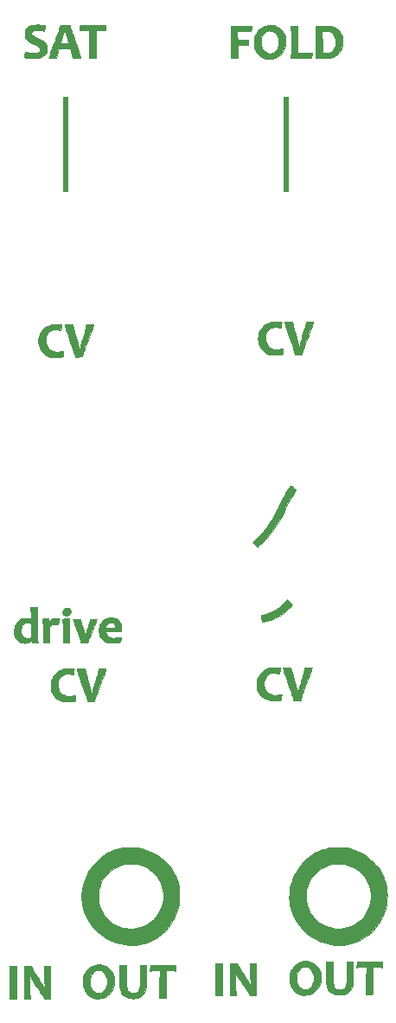
<source format=gbr>
%TF.GenerationSoftware,KiCad,Pcbnew,(6.0.0)*%
%TF.CreationDate,2022-07-13T19:55:52+02:00*%
%TF.ProjectId,wavefolder-panel,77617665-666f-46c6-9465-722d70616e65,rev?*%
%TF.SameCoordinates,Original*%
%TF.FileFunction,Legend,Top*%
%TF.FilePolarity,Positive*%
%FSLAX46Y46*%
G04 Gerber Fmt 4.6, Leading zero omitted, Abs format (unit mm)*
G04 Created by KiCad (PCBNEW (6.0.0)) date 2022-07-13 19:55:52*
%MOMM*%
%LPD*%
G01*
G04 APERTURE LIST*
%ADD10C,0.010000*%
G04 APERTURE END LIST*
D10*
%TO.C,Ref\u002A\u002A*%
X116015038Y-72364086D02*
X116477832Y-72368834D01*
X116477832Y-72368834D02*
X116515941Y-72517000D01*
X116515941Y-72517000D02*
X116531809Y-72571932D01*
X116531809Y-72571932D02*
X116559681Y-72661079D01*
X116559681Y-72661079D02*
X116597660Y-72778669D01*
X116597660Y-72778669D02*
X116643847Y-72918930D01*
X116643847Y-72918930D02*
X116696346Y-73076092D01*
X116696346Y-73076092D02*
X116753258Y-73244382D01*
X116753258Y-73244382D02*
X116801269Y-73384834D01*
X116801269Y-73384834D02*
X116925820Y-73747975D01*
X116925820Y-73747975D02*
X117038914Y-74078891D01*
X117038914Y-74078891D02*
X117140266Y-74376727D01*
X117140266Y-74376727D02*
X117229590Y-74640630D01*
X117229590Y-74640630D02*
X117306600Y-74869747D01*
X117306600Y-74869747D02*
X117371012Y-75063224D01*
X117371012Y-75063224D02*
X117422539Y-75220207D01*
X117422539Y-75220207D02*
X117460897Y-75339844D01*
X117460897Y-75339844D02*
X117485798Y-75421280D01*
X117485798Y-75421280D02*
X117496959Y-75463662D01*
X117496959Y-75463662D02*
X117497103Y-75464459D01*
X117497103Y-75464459D02*
X117509103Y-75533250D01*
X117509103Y-75533250D02*
X116705828Y-75533250D01*
X116705828Y-75533250D02*
X116705828Y-75482264D01*
X116705828Y-75482264D02*
X116700582Y-75443509D01*
X116700582Y-75443509D02*
X116686165Y-75372086D01*
X116686165Y-75372086D02*
X116664559Y-75276162D01*
X116664559Y-75276162D02*
X116637745Y-75163906D01*
X116637745Y-75163906D02*
X116607706Y-75043487D01*
X116607706Y-75043487D02*
X116576421Y-74923074D01*
X116576421Y-74923074D02*
X116545873Y-74810835D01*
X116545873Y-74810835D02*
X116526854Y-74744444D01*
X116526854Y-74744444D02*
X116490954Y-74622387D01*
X116490954Y-74622387D02*
X115936933Y-74628027D01*
X115936933Y-74628027D02*
X115382911Y-74633667D01*
X115382911Y-74633667D02*
X115305499Y-74898250D01*
X115305499Y-74898250D02*
X115271220Y-75020011D01*
X115271220Y-75020011D02*
X115237349Y-75148257D01*
X115237349Y-75148257D02*
X115208102Y-75266586D01*
X115208102Y-75266586D02*
X115189839Y-75348042D01*
X115189839Y-75348042D02*
X115151591Y-75533250D01*
X115151591Y-75533250D02*
X114415116Y-75533250D01*
X114415116Y-75533250D02*
X114428741Y-75460624D01*
X114428741Y-75460624D02*
X114441958Y-75410466D01*
X114441958Y-75410466D02*
X114469443Y-75325195D01*
X114469443Y-75325195D02*
X114511401Y-75204256D01*
X114511401Y-75204256D02*
X114568033Y-75047095D01*
X114568033Y-75047095D02*
X114639543Y-74853160D01*
X114639543Y-74853160D02*
X114726135Y-74621895D01*
X114726135Y-74621895D02*
X114828011Y-74352747D01*
X114828011Y-74352747D02*
X114916909Y-74119765D01*
X114916909Y-74119765D02*
X115520494Y-74119765D01*
X115520494Y-74119765D02*
X115540591Y-74124836D01*
X115540591Y-74124836D02*
X115596602Y-74129274D01*
X115596602Y-74129274D02*
X115682110Y-74132825D01*
X115682110Y-74132825D02*
X115790700Y-74135231D01*
X115790700Y-74135231D02*
X115915954Y-74136236D01*
X115915954Y-74136236D02*
X115933244Y-74136250D01*
X115933244Y-74136250D02*
X116060204Y-74135427D01*
X116060204Y-74135427D02*
X116171340Y-74133131D01*
X116171340Y-74133131D02*
X116260234Y-74129626D01*
X116260234Y-74129626D02*
X116320472Y-74125176D01*
X116320472Y-74125176D02*
X116345634Y-74120043D01*
X116345634Y-74120043D02*
X116345994Y-74119334D01*
X116345994Y-74119334D02*
X116339803Y-74095103D01*
X116339803Y-74095103D02*
X116322457Y-74036548D01*
X116322457Y-74036548D02*
X116295796Y-73949637D01*
X116295796Y-73949637D02*
X116261660Y-73840336D01*
X116261660Y-73840336D02*
X116221889Y-73714611D01*
X116221889Y-73714611D02*
X116200760Y-73648376D01*
X116200760Y-73648376D02*
X116155121Y-73504745D01*
X116155121Y-73504745D02*
X116110751Y-73363371D01*
X116110751Y-73363371D02*
X116070395Y-73233132D01*
X116070395Y-73233132D02*
X116036797Y-73122904D01*
X116036797Y-73122904D02*
X116012703Y-73041563D01*
X116012703Y-73041563D02*
X116007985Y-73025000D01*
X116007985Y-73025000D02*
X115984694Y-72942504D01*
X115984694Y-72942504D02*
X115964968Y-72873473D01*
X115964968Y-72873473D02*
X115952239Y-72829895D01*
X115952239Y-72829895D02*
X115950405Y-72823917D01*
X115950405Y-72823917D02*
X115941137Y-72830356D01*
X115941137Y-72830356D02*
X115923158Y-72871018D01*
X115923158Y-72871018D02*
X115898996Y-72939313D01*
X115898996Y-72939313D02*
X115871184Y-73028652D01*
X115871184Y-73028652D02*
X115869148Y-73035584D01*
X115869148Y-73035584D02*
X115838980Y-73135409D01*
X115838980Y-73135409D02*
X115798786Y-73263671D01*
X115798786Y-73263671D02*
X115752281Y-73408765D01*
X115752281Y-73408765D02*
X115703182Y-73559085D01*
X115703182Y-73559085D02*
X115659212Y-73691140D01*
X115659212Y-73691140D02*
X115617425Y-73816060D01*
X115617425Y-73816060D02*
X115580682Y-73927373D01*
X115580682Y-73927373D02*
X115551001Y-74018842D01*
X115551001Y-74018842D02*
X115530400Y-74084231D01*
X115530400Y-74084231D02*
X115520899Y-74117301D01*
X115520899Y-74117301D02*
X115520494Y-74119765D01*
X115520494Y-74119765D02*
X114916909Y-74119765D01*
X114916909Y-74119765D02*
X114945376Y-74045162D01*
X114945376Y-74045162D02*
X115011894Y-73871667D01*
X115011894Y-73871667D02*
X115084499Y-73681147D01*
X115084499Y-73681147D02*
X115157431Y-73487156D01*
X115157431Y-73487156D02*
X115228042Y-73296926D01*
X115228042Y-73296926D02*
X115293682Y-73117688D01*
X115293682Y-73117688D02*
X115351701Y-72956673D01*
X115351701Y-72956673D02*
X115399450Y-72821112D01*
X115399450Y-72821112D02*
X115432416Y-72723920D01*
X115432416Y-72723920D02*
X115552244Y-72359339D01*
X115552244Y-72359339D02*
X116015038Y-72364086D01*
X116015038Y-72364086D02*
X116015038Y-72364086D01*
G36*
X115011894Y-73871667D02*
G01*
X115084499Y-73681147D01*
X115157431Y-73487156D01*
X115228042Y-73296926D01*
X115293682Y-73117688D01*
X115351701Y-72956673D01*
X115399450Y-72821112D01*
X115432416Y-72723920D01*
X115552244Y-72359339D01*
X116015038Y-72364086D01*
X116477832Y-72368834D01*
X116515941Y-72517000D01*
X116531809Y-72571932D01*
X116559681Y-72661079D01*
X116597660Y-72778669D01*
X116643847Y-72918930D01*
X116696346Y-73076092D01*
X116753258Y-73244382D01*
X116801269Y-73384834D01*
X116925820Y-73747975D01*
X117038914Y-74078891D01*
X117140266Y-74376727D01*
X117229590Y-74640630D01*
X117306600Y-74869747D01*
X117371012Y-75063224D01*
X117422539Y-75220207D01*
X117460897Y-75339844D01*
X117485798Y-75421280D01*
X117496959Y-75463662D01*
X117497103Y-75464459D01*
X117509103Y-75533250D01*
X116705828Y-75533250D01*
X116705828Y-75482264D01*
X116700582Y-75443509D01*
X116686165Y-75372086D01*
X116664559Y-75276162D01*
X116637745Y-75163906D01*
X116607706Y-75043487D01*
X116576421Y-74923074D01*
X116545873Y-74810835D01*
X116526854Y-74744444D01*
X116490954Y-74622387D01*
X115936933Y-74628027D01*
X115382911Y-74633667D01*
X115305499Y-74898250D01*
X115271220Y-75020011D01*
X115237349Y-75148257D01*
X115208102Y-75266586D01*
X115189839Y-75348042D01*
X115151591Y-75533250D01*
X114415116Y-75533250D01*
X114428741Y-75460624D01*
X114441958Y-75410466D01*
X114469443Y-75325195D01*
X114511401Y-75204256D01*
X114568033Y-75047095D01*
X114639543Y-74853160D01*
X114726135Y-74621895D01*
X114828011Y-74352747D01*
X114916909Y-74119765D01*
X115520494Y-74119765D01*
X115540591Y-74124836D01*
X115596602Y-74129274D01*
X115682110Y-74132825D01*
X115790700Y-74135231D01*
X115915954Y-74136236D01*
X115933244Y-74136250D01*
X116060204Y-74135427D01*
X116171340Y-74133131D01*
X116260234Y-74129626D01*
X116320472Y-74125176D01*
X116345634Y-74120043D01*
X116345994Y-74119334D01*
X116339803Y-74095103D01*
X116322457Y-74036548D01*
X116295796Y-73949637D01*
X116261660Y-73840336D01*
X116221889Y-73714611D01*
X116200760Y-73648376D01*
X116155121Y-73504745D01*
X116110751Y-73363371D01*
X116070395Y-73233132D01*
X116036797Y-73122904D01*
X116012703Y-73041563D01*
X116007985Y-73025000D01*
X115984694Y-72942504D01*
X115964968Y-72873473D01*
X115952239Y-72829895D01*
X115950405Y-72823917D01*
X115941137Y-72830356D01*
X115923158Y-72871018D01*
X115898996Y-72939313D01*
X115871184Y-73028652D01*
X115869148Y-73035584D01*
X115838980Y-73135409D01*
X115798786Y-73263671D01*
X115752281Y-73408765D01*
X115703182Y-73559085D01*
X115659212Y-73691140D01*
X115617425Y-73816060D01*
X115580682Y-73927373D01*
X115551001Y-74018842D01*
X115530400Y-74084231D01*
X115520899Y-74117301D01*
X115520494Y-74119765D01*
X114916909Y-74119765D01*
X114945376Y-74045162D01*
X115011894Y-73871667D01*
G37*
X115011894Y-73871667D02*
X115084499Y-73681147D01*
X115157431Y-73487156D01*
X115228042Y-73296926D01*
X115293682Y-73117688D01*
X115351701Y-72956673D01*
X115399450Y-72821112D01*
X115432416Y-72723920D01*
X115552244Y-72359339D01*
X116015038Y-72364086D01*
X116477832Y-72368834D01*
X116515941Y-72517000D01*
X116531809Y-72571932D01*
X116559681Y-72661079D01*
X116597660Y-72778669D01*
X116643847Y-72918930D01*
X116696346Y-73076092D01*
X116753258Y-73244382D01*
X116801269Y-73384834D01*
X116925820Y-73747975D01*
X117038914Y-74078891D01*
X117140266Y-74376727D01*
X117229590Y-74640630D01*
X117306600Y-74869747D01*
X117371012Y-75063224D01*
X117422539Y-75220207D01*
X117460897Y-75339844D01*
X117485798Y-75421280D01*
X117496959Y-75463662D01*
X117497103Y-75464459D01*
X117509103Y-75533250D01*
X116705828Y-75533250D01*
X116705828Y-75482264D01*
X116700582Y-75443509D01*
X116686165Y-75372086D01*
X116664559Y-75276162D01*
X116637745Y-75163906D01*
X116607706Y-75043487D01*
X116576421Y-74923074D01*
X116545873Y-74810835D01*
X116526854Y-74744444D01*
X116490954Y-74622387D01*
X115936933Y-74628027D01*
X115382911Y-74633667D01*
X115305499Y-74898250D01*
X115271220Y-75020011D01*
X115237349Y-75148257D01*
X115208102Y-75266586D01*
X115189839Y-75348042D01*
X115151591Y-75533250D01*
X114415116Y-75533250D01*
X114428741Y-75460624D01*
X114441958Y-75410466D01*
X114469443Y-75325195D01*
X114511401Y-75204256D01*
X114568033Y-75047095D01*
X114639543Y-74853160D01*
X114726135Y-74621895D01*
X114828011Y-74352747D01*
X114916909Y-74119765D01*
X115520494Y-74119765D01*
X115540591Y-74124836D01*
X115596602Y-74129274D01*
X115682110Y-74132825D01*
X115790700Y-74135231D01*
X115915954Y-74136236D01*
X115933244Y-74136250D01*
X116060204Y-74135427D01*
X116171340Y-74133131D01*
X116260234Y-74129626D01*
X116320472Y-74125176D01*
X116345634Y-74120043D01*
X116345994Y-74119334D01*
X116339803Y-74095103D01*
X116322457Y-74036548D01*
X116295796Y-73949637D01*
X116261660Y-73840336D01*
X116221889Y-73714611D01*
X116200760Y-73648376D01*
X116155121Y-73504745D01*
X116110751Y-73363371D01*
X116070395Y-73233132D01*
X116036797Y-73122904D01*
X116012703Y-73041563D01*
X116007985Y-73025000D01*
X115984694Y-72942504D01*
X115964968Y-72873473D01*
X115952239Y-72829895D01*
X115950405Y-72823917D01*
X115941137Y-72830356D01*
X115923158Y-72871018D01*
X115898996Y-72939313D01*
X115871184Y-73028652D01*
X115869148Y-73035584D01*
X115838980Y-73135409D01*
X115798786Y-73263671D01*
X115752281Y-73408765D01*
X115703182Y-73559085D01*
X115659212Y-73691140D01*
X115617425Y-73816060D01*
X115580682Y-73927373D01*
X115551001Y-74018842D01*
X115530400Y-74084231D01*
X115520899Y-74117301D01*
X115520494Y-74119765D01*
X114916909Y-74119765D01*
X114945376Y-74045162D01*
X115011894Y-73871667D01*
X136731740Y-101389036D02*
X136862008Y-101394766D01*
X136862008Y-101394766D02*
X136979358Y-101405061D01*
X136979358Y-101405061D02*
X137077334Y-101419694D01*
X137077334Y-101419694D02*
X137149479Y-101438440D01*
X137149479Y-101438440D02*
X137189336Y-101461072D01*
X137189336Y-101461072D02*
X137195161Y-101474640D01*
X137195161Y-101474640D02*
X137192104Y-101508754D01*
X137192104Y-101508754D02*
X137184000Y-101573631D01*
X137184000Y-101573631D02*
X137172447Y-101658224D01*
X137172447Y-101658224D02*
X137159043Y-101751489D01*
X137159043Y-101751489D02*
X137145388Y-101842380D01*
X137145388Y-101842380D02*
X137133078Y-101919852D01*
X137133078Y-101919852D02*
X137123714Y-101972858D01*
X137123714Y-101972858D02*
X137121641Y-101982670D01*
X137121641Y-101982670D02*
X137114905Y-102004932D01*
X137114905Y-102004932D02*
X137101463Y-102015420D01*
X137101463Y-102015420D02*
X137071933Y-102014495D01*
X137071933Y-102014495D02*
X137016931Y-102002519D01*
X137016931Y-102002519D02*
X136962384Y-101988804D01*
X136962384Y-101988804D02*
X136724955Y-101944168D01*
X136724955Y-101944168D02*
X136506128Y-101935015D01*
X136506128Y-101935015D02*
X136307298Y-101960863D01*
X136307298Y-101960863D02*
X136129865Y-102021228D01*
X136129865Y-102021228D02*
X135975226Y-102115626D01*
X135975226Y-102115626D02*
X135844779Y-102243574D01*
X135844779Y-102243574D02*
X135739923Y-102404589D01*
X135739923Y-102404589D02*
X135735631Y-102412994D01*
X135735631Y-102412994D02*
X135668113Y-102570983D01*
X135668113Y-102570983D02*
X135627143Y-102730521D01*
X135627143Y-102730521D02*
X135609321Y-102906850D01*
X135609321Y-102906850D02*
X135607912Y-102985572D01*
X135607912Y-102985572D02*
X135625664Y-103216259D01*
X135625664Y-103216259D02*
X135678766Y-103424421D01*
X135678766Y-103424421D02*
X135767895Y-103611822D01*
X135767895Y-103611822D02*
X135893724Y-103780221D01*
X135893724Y-103780221D02*
X135925671Y-103814150D01*
X135925671Y-103814150D02*
X136076683Y-103938819D01*
X136076683Y-103938819D02*
X136251376Y-104028674D01*
X136251376Y-104028674D02*
X136449196Y-104083612D01*
X136449196Y-104083612D02*
X136669588Y-104103530D01*
X136669588Y-104103530D02*
X136912000Y-104088324D01*
X136912000Y-104088324D02*
X137152987Y-104043463D01*
X137152987Y-104043463D02*
X137232673Y-104025148D01*
X137232673Y-104025148D02*
X137294372Y-104012325D01*
X137294372Y-104012325D02*
X137328401Y-104006951D01*
X137328401Y-104006951D02*
X137332075Y-104007287D01*
X137332075Y-104007287D02*
X137332595Y-104030315D01*
X137332595Y-104030315D02*
X137330011Y-104085795D01*
X137330011Y-104085795D02*
X137325070Y-104164065D01*
X137325070Y-104164065D02*
X137318519Y-104255461D01*
X137318519Y-104255461D02*
X137311105Y-104350321D01*
X137311105Y-104350321D02*
X137303576Y-104438982D01*
X137303576Y-104438982D02*
X137296678Y-104511780D01*
X137296678Y-104511780D02*
X137291158Y-104559053D01*
X137291158Y-104559053D02*
X137288426Y-104571894D01*
X137288426Y-104571894D02*
X137252969Y-104588007D01*
X137252969Y-104588007D02*
X137182497Y-104603182D01*
X137182497Y-104603182D02*
X137084323Y-104616973D01*
X137084323Y-104616973D02*
X136965763Y-104628931D01*
X136965763Y-104628931D02*
X136834131Y-104638609D01*
X136834131Y-104638609D02*
X136696743Y-104645560D01*
X136696743Y-104645560D02*
X136560913Y-104649335D01*
X136560913Y-104649335D02*
X136433955Y-104649486D01*
X136433955Y-104649486D02*
X136323184Y-104645567D01*
X136323184Y-104645567D02*
X136235916Y-104637129D01*
X136235916Y-104637129D02*
X136232078Y-104636546D01*
X136232078Y-104636546D02*
X135973509Y-104578999D01*
X135973509Y-104578999D02*
X135742888Y-104490668D01*
X135742888Y-104490668D02*
X135538031Y-104370503D01*
X135538031Y-104370503D02*
X135356751Y-104217454D01*
X135356751Y-104217454D02*
X135353661Y-104214361D01*
X135353661Y-104214361D02*
X135199669Y-104038637D01*
X135199669Y-104038637D02*
X135082210Y-103854904D01*
X135082210Y-103854904D02*
X134995504Y-103653835D01*
X134995504Y-103653835D02*
X134983190Y-103616576D01*
X134983190Y-103616576D02*
X134919819Y-103350543D01*
X134919819Y-103350543D02*
X134897047Y-103084469D01*
X134897047Y-103084469D02*
X134913984Y-102822199D01*
X134913984Y-102822199D02*
X134969742Y-102567581D01*
X134969742Y-102567581D02*
X135063432Y-102324461D01*
X135063432Y-102324461D02*
X135194164Y-102096685D01*
X135194164Y-102096685D02*
X135361051Y-101888100D01*
X135361051Y-101888100D02*
X135389531Y-101858313D01*
X135389531Y-101858313D02*
X135580418Y-101690914D01*
X135580418Y-101690914D02*
X135790970Y-101559862D01*
X135790970Y-101559862D02*
X136025086Y-101462883D01*
X136025086Y-101462883D02*
X136112623Y-101436758D01*
X136112623Y-101436758D02*
X136210627Y-101416277D01*
X136210627Y-101416277D02*
X136327998Y-101401491D01*
X136327998Y-101401491D02*
X136458278Y-101392172D01*
X136458278Y-101392172D02*
X136595011Y-101388096D01*
X136595011Y-101388096D02*
X136731740Y-101389036D01*
X136731740Y-101389036D02*
X136731740Y-101389036D01*
G36*
X136731740Y-101389036D02*
G01*
X136862008Y-101394766D01*
X136979358Y-101405061D01*
X137077334Y-101419694D01*
X137149479Y-101438440D01*
X137189336Y-101461072D01*
X137195161Y-101474640D01*
X137192104Y-101508754D01*
X137184000Y-101573631D01*
X137172447Y-101658224D01*
X137159043Y-101751489D01*
X137145388Y-101842380D01*
X137133078Y-101919852D01*
X137123714Y-101972858D01*
X137121641Y-101982670D01*
X137114905Y-102004932D01*
X137101463Y-102015420D01*
X137071933Y-102014495D01*
X137016931Y-102002519D01*
X136962384Y-101988804D01*
X136724955Y-101944168D01*
X136506128Y-101935015D01*
X136307298Y-101960863D01*
X136129865Y-102021228D01*
X135975226Y-102115626D01*
X135844779Y-102243574D01*
X135739923Y-102404589D01*
X135735631Y-102412994D01*
X135668113Y-102570983D01*
X135627143Y-102730521D01*
X135609321Y-102906850D01*
X135607912Y-102985572D01*
X135625664Y-103216259D01*
X135678766Y-103424421D01*
X135767895Y-103611822D01*
X135893724Y-103780221D01*
X135925671Y-103814150D01*
X136076683Y-103938819D01*
X136251376Y-104028674D01*
X136449196Y-104083612D01*
X136669588Y-104103530D01*
X136912000Y-104088324D01*
X137152987Y-104043463D01*
X137232673Y-104025148D01*
X137294372Y-104012325D01*
X137328401Y-104006951D01*
X137332075Y-104007287D01*
X137332595Y-104030315D01*
X137330011Y-104085795D01*
X137325070Y-104164065D01*
X137318519Y-104255461D01*
X137311105Y-104350321D01*
X137303576Y-104438982D01*
X137296678Y-104511780D01*
X137291158Y-104559053D01*
X137288426Y-104571894D01*
X137252969Y-104588007D01*
X137182497Y-104603182D01*
X137084323Y-104616973D01*
X136965763Y-104628931D01*
X136834131Y-104638609D01*
X136696743Y-104645560D01*
X136560913Y-104649335D01*
X136433955Y-104649486D01*
X136323184Y-104645567D01*
X136235916Y-104637129D01*
X136232078Y-104636546D01*
X135973509Y-104578999D01*
X135742888Y-104490668D01*
X135538031Y-104370503D01*
X135356751Y-104217454D01*
X135353661Y-104214361D01*
X135199669Y-104038637D01*
X135082210Y-103854904D01*
X134995504Y-103653835D01*
X134983190Y-103616576D01*
X134919819Y-103350543D01*
X134897047Y-103084469D01*
X134913984Y-102822199D01*
X134969742Y-102567581D01*
X135063432Y-102324461D01*
X135194164Y-102096685D01*
X135361051Y-101888100D01*
X135389531Y-101858313D01*
X135580418Y-101690914D01*
X135790970Y-101559862D01*
X136025086Y-101462883D01*
X136112623Y-101436758D01*
X136210627Y-101416277D01*
X136327998Y-101401491D01*
X136458278Y-101392172D01*
X136595011Y-101388096D01*
X136731740Y-101389036D01*
G37*
X136731740Y-101389036D02*
X136862008Y-101394766D01*
X136979358Y-101405061D01*
X137077334Y-101419694D01*
X137149479Y-101438440D01*
X137189336Y-101461072D01*
X137195161Y-101474640D01*
X137192104Y-101508754D01*
X137184000Y-101573631D01*
X137172447Y-101658224D01*
X137159043Y-101751489D01*
X137145388Y-101842380D01*
X137133078Y-101919852D01*
X137123714Y-101972858D01*
X137121641Y-101982670D01*
X137114905Y-102004932D01*
X137101463Y-102015420D01*
X137071933Y-102014495D01*
X137016931Y-102002519D01*
X136962384Y-101988804D01*
X136724955Y-101944168D01*
X136506128Y-101935015D01*
X136307298Y-101960863D01*
X136129865Y-102021228D01*
X135975226Y-102115626D01*
X135844779Y-102243574D01*
X135739923Y-102404589D01*
X135735631Y-102412994D01*
X135668113Y-102570983D01*
X135627143Y-102730521D01*
X135609321Y-102906850D01*
X135607912Y-102985572D01*
X135625664Y-103216259D01*
X135678766Y-103424421D01*
X135767895Y-103611822D01*
X135893724Y-103780221D01*
X135925671Y-103814150D01*
X136076683Y-103938819D01*
X136251376Y-104028674D01*
X136449196Y-104083612D01*
X136669588Y-104103530D01*
X136912000Y-104088324D01*
X137152987Y-104043463D01*
X137232673Y-104025148D01*
X137294372Y-104012325D01*
X137328401Y-104006951D01*
X137332075Y-104007287D01*
X137332595Y-104030315D01*
X137330011Y-104085795D01*
X137325070Y-104164065D01*
X137318519Y-104255461D01*
X137311105Y-104350321D01*
X137303576Y-104438982D01*
X137296678Y-104511780D01*
X137291158Y-104559053D01*
X137288426Y-104571894D01*
X137252969Y-104588007D01*
X137182497Y-104603182D01*
X137084323Y-104616973D01*
X136965763Y-104628931D01*
X136834131Y-104638609D01*
X136696743Y-104645560D01*
X136560913Y-104649335D01*
X136433955Y-104649486D01*
X136323184Y-104645567D01*
X136235916Y-104637129D01*
X136232078Y-104636546D01*
X135973509Y-104578999D01*
X135742888Y-104490668D01*
X135538031Y-104370503D01*
X135356751Y-104217454D01*
X135353661Y-104214361D01*
X135199669Y-104038637D01*
X135082210Y-103854904D01*
X134995504Y-103653835D01*
X134983190Y-103616576D01*
X134919819Y-103350543D01*
X134897047Y-103084469D01*
X134913984Y-102822199D01*
X134969742Y-102567581D01*
X135063432Y-102324461D01*
X135194164Y-102096685D01*
X135361051Y-101888100D01*
X135389531Y-101858313D01*
X135580418Y-101690914D01*
X135790970Y-101559862D01*
X136025086Y-101462883D01*
X136112623Y-101436758D01*
X136210627Y-101416277D01*
X136327998Y-101401491D01*
X136458278Y-101392172D01*
X136595011Y-101388096D01*
X136731740Y-101389036D01*
X122632648Y-152848882D02*
X122825911Y-152856961D01*
X122825911Y-152856961D02*
X122995342Y-152870106D01*
X122995342Y-152870106D02*
X123098161Y-152882940D01*
X123098161Y-152882940D02*
X123545158Y-152972934D01*
X123545158Y-152972934D02*
X123981626Y-153103117D01*
X123981626Y-153103117D02*
X124404305Y-153272051D01*
X124404305Y-153272051D02*
X124809934Y-153478295D01*
X124809934Y-153478295D02*
X125195253Y-153720409D01*
X125195253Y-153720409D02*
X125483127Y-153936076D01*
X125483127Y-153936076D02*
X125599576Y-154035673D01*
X125599576Y-154035673D02*
X125731505Y-154157625D01*
X125731505Y-154157625D02*
X125870056Y-154292966D01*
X125870056Y-154292966D02*
X126006368Y-154432730D01*
X126006368Y-154432730D02*
X126131585Y-154567950D01*
X126131585Y-154567950D02*
X126236846Y-154689661D01*
X126236846Y-154689661D02*
X126276339Y-154738917D01*
X126276339Y-154738917D02*
X126520542Y-155087975D01*
X126520542Y-155087975D02*
X126728497Y-155458559D01*
X126728497Y-155458559D02*
X126899842Y-155849737D01*
X126899842Y-155849737D02*
X127034215Y-156260578D01*
X127034215Y-156260578D02*
X127131255Y-156690151D01*
X127131255Y-156690151D02*
X127184894Y-157077044D01*
X127184894Y-157077044D02*
X127195787Y-157236525D01*
X127195787Y-157236525D02*
X127200518Y-157425198D01*
X127200518Y-157425198D02*
X127199426Y-157630422D01*
X127199426Y-157630422D02*
X127192849Y-157839560D01*
X127192849Y-157839560D02*
X127181125Y-158039970D01*
X127181125Y-158039970D02*
X127164593Y-158219014D01*
X127164593Y-158219014D02*
X127151719Y-158316084D01*
X127151719Y-158316084D02*
X127061417Y-158772151D01*
X127061417Y-158772151D02*
X126934432Y-159210673D01*
X126934432Y-159210673D02*
X126771679Y-159629796D01*
X126771679Y-159629796D02*
X126574071Y-160027668D01*
X126574071Y-160027668D02*
X126342524Y-160402434D01*
X126342524Y-160402434D02*
X126077951Y-160752244D01*
X126077951Y-160752244D02*
X125798257Y-161058353D01*
X125798257Y-161058353D02*
X125676493Y-161178145D01*
X125676493Y-161178145D02*
X125570185Y-161277477D01*
X125570185Y-161277477D02*
X125469487Y-161364360D01*
X125469487Y-161364360D02*
X125364550Y-161446805D01*
X125364550Y-161446805D02*
X125245526Y-161532821D01*
X125245526Y-161532821D02*
X125102566Y-161630420D01*
X125102566Y-161630420D02*
X125060050Y-161658821D01*
X125060050Y-161658821D02*
X124711537Y-161873339D01*
X124711537Y-161873339D02*
X124366412Y-162049007D01*
X124366412Y-162049007D02*
X124018422Y-162187766D01*
X124018422Y-162187766D02*
X123661316Y-162291555D01*
X123661316Y-162291555D02*
X123288840Y-162362314D01*
X123288840Y-162362314D02*
X122894744Y-162401982D01*
X122894744Y-162401982D02*
X122632494Y-162411883D01*
X122632494Y-162411883D02*
X122497061Y-162413566D01*
X122497061Y-162413566D02*
X122372484Y-162414224D01*
X122372484Y-162414224D02*
X122266301Y-162413890D01*
X122266301Y-162413890D02*
X122186048Y-162412592D01*
X122186048Y-162412592D02*
X122139263Y-162410362D01*
X122139263Y-162410362D02*
X122135078Y-162409878D01*
X122135078Y-162409878D02*
X122088729Y-162403442D01*
X122088729Y-162403442D02*
X122011802Y-162392839D01*
X122011802Y-162392839D02*
X121915661Y-162379632D01*
X121915661Y-162379632D02*
X121828161Y-162367642D01*
X121828161Y-162367642D02*
X121400083Y-162288313D01*
X121400083Y-162288313D02*
X120978242Y-162169495D01*
X120978242Y-162169495D02*
X120566413Y-162013395D01*
X120566413Y-162013395D02*
X120168372Y-161822223D01*
X120168372Y-161822223D02*
X119787895Y-161598187D01*
X119787895Y-161598187D02*
X119428757Y-161343495D01*
X119428757Y-161343495D02*
X119094734Y-161060358D01*
X119094734Y-161060358D02*
X118789603Y-160750982D01*
X118789603Y-160750982D02*
X118534520Y-160440921D01*
X118534520Y-160440921D02*
X118344056Y-160159848D01*
X118344056Y-160159848D02*
X118168130Y-159846576D01*
X118168130Y-159846576D02*
X118010425Y-159509822D01*
X118010425Y-159509822D02*
X117874622Y-159158304D01*
X117874622Y-159158304D02*
X117764406Y-158800743D01*
X117764406Y-158800743D02*
X117683458Y-158445854D01*
X117683458Y-158445854D02*
X117677201Y-158411334D01*
X117677201Y-158411334D02*
X117649263Y-158204627D01*
X117649263Y-158204627D02*
X117632131Y-157970267D01*
X117632131Y-157970267D02*
X117625825Y-157721534D01*
X117625825Y-157721534D02*
X117627522Y-157628167D01*
X117627522Y-157628167D02*
X119258505Y-157628167D01*
X119258505Y-157628167D02*
X119259288Y-157786189D01*
X119259288Y-157786189D02*
X119261947Y-157911143D01*
X119261947Y-157911143D02*
X119267159Y-158012278D01*
X119267159Y-158012278D02*
X119275603Y-158098842D01*
X119275603Y-158098842D02*
X119287954Y-158180084D01*
X119287954Y-158180084D02*
X119304891Y-158265252D01*
X119304891Y-158265252D02*
X119305302Y-158267155D01*
X119305302Y-158267155D02*
X119402786Y-158623006D01*
X119402786Y-158623006D02*
X119535958Y-158959619D01*
X119535958Y-158959619D02*
X119702525Y-159274961D01*
X119702525Y-159274961D02*
X119900192Y-159567000D01*
X119900192Y-159567000D02*
X120126667Y-159833704D01*
X120126667Y-159833704D02*
X120379655Y-160073040D01*
X120379655Y-160073040D02*
X120656864Y-160282976D01*
X120656864Y-160282976D02*
X120955999Y-160461478D01*
X120955999Y-160461478D02*
X121274767Y-160606516D01*
X121274767Y-160606516D02*
X121610874Y-160716055D01*
X121610874Y-160716055D02*
X121962027Y-160788065D01*
X121962027Y-160788065D02*
X122177411Y-160812287D01*
X122177411Y-160812287D02*
X122266453Y-160819536D01*
X122266453Y-160819536D02*
X122337487Y-160825819D01*
X122337487Y-160825819D02*
X122381466Y-160830307D01*
X122381466Y-160830307D02*
X122391295Y-160831904D01*
X122391295Y-160831904D02*
X122411943Y-160831432D01*
X122411943Y-160831432D02*
X122466842Y-160828001D01*
X122466842Y-160828001D02*
X122548057Y-160822157D01*
X122548057Y-160822157D02*
X122647652Y-160814446D01*
X122647652Y-160814446D02*
X122666462Y-160812939D01*
X122666462Y-160812939D02*
X123038592Y-160763420D01*
X123038592Y-160763420D02*
X123391524Y-160676200D01*
X123391524Y-160676200D02*
X123725779Y-160551040D01*
X123725779Y-160551040D02*
X124041884Y-160387699D01*
X124041884Y-160387699D02*
X124340360Y-160185933D01*
X124340360Y-160185933D02*
X124621733Y-159945504D01*
X124621733Y-159945504D02*
X124686020Y-159882776D01*
X124686020Y-159882776D02*
X124935799Y-159604698D01*
X124935799Y-159604698D02*
X125147369Y-159308606D01*
X125147369Y-159308606D02*
X125320392Y-158995403D01*
X125320392Y-158995403D02*
X125454532Y-158665990D01*
X125454532Y-158665990D02*
X125549452Y-158321270D01*
X125549452Y-158321270D02*
X125604816Y-157962143D01*
X125604816Y-157962143D02*
X125620286Y-157589512D01*
X125620286Y-157589512D02*
X125613097Y-157400630D01*
X125613097Y-157400630D02*
X125569880Y-157043239D01*
X125569880Y-157043239D02*
X125487770Y-156699211D01*
X125487770Y-156699211D02*
X125368713Y-156370757D01*
X125368713Y-156370757D02*
X125214654Y-156060088D01*
X125214654Y-156060088D02*
X125027539Y-155769416D01*
X125027539Y-155769416D02*
X124809312Y-155500952D01*
X124809312Y-155500952D02*
X124561920Y-155256906D01*
X124561920Y-155256906D02*
X124287307Y-155039489D01*
X124287307Y-155039489D02*
X123987419Y-154850913D01*
X123987419Y-154850913D02*
X123664201Y-154693388D01*
X123664201Y-154693388D02*
X123319599Y-154569126D01*
X123319599Y-154569126D02*
X123063033Y-154502308D01*
X123063033Y-154502308D02*
X122913441Y-154477589D01*
X122913441Y-154477589D02*
X122734205Y-154461139D01*
X122734205Y-154461139D02*
X122537202Y-154452963D01*
X122537202Y-154452963D02*
X122334306Y-154453069D01*
X122334306Y-154453069D02*
X122137394Y-154461464D01*
X122137394Y-154461464D02*
X121958341Y-154478155D01*
X121958341Y-154478155D02*
X121816209Y-154501570D01*
X121816209Y-154501570D02*
X121465394Y-154594171D01*
X121465394Y-154594171D02*
X121143127Y-154715239D01*
X121143127Y-154715239D02*
X120844336Y-154867517D01*
X120844336Y-154867517D02*
X120563946Y-155053749D01*
X120563946Y-155053749D02*
X120296885Y-155276679D01*
X120296885Y-155276679D02*
X120186379Y-155383008D01*
X120186379Y-155383008D02*
X119946332Y-155646658D01*
X119946332Y-155646658D02*
X119744805Y-155920398D01*
X119744805Y-155920398D02*
X119578698Y-156209827D01*
X119578698Y-156209827D02*
X119444908Y-156520541D01*
X119444908Y-156520541D02*
X119340331Y-156858141D01*
X119340331Y-156858141D02*
X119317586Y-156950834D01*
X119317586Y-156950834D02*
X119296867Y-157042786D01*
X119296867Y-157042786D02*
X119281613Y-157121519D01*
X119281613Y-157121519D02*
X119271001Y-157196461D01*
X119271001Y-157196461D02*
X119264207Y-157277043D01*
X119264207Y-157277043D02*
X119260410Y-157372694D01*
X119260410Y-157372694D02*
X119258787Y-157492843D01*
X119258787Y-157492843D02*
X119258505Y-157628167D01*
X119258505Y-157628167D02*
X117627522Y-157628167D01*
X117627522Y-157628167D02*
X117630366Y-157471711D01*
X117630366Y-157471711D02*
X117645772Y-157234078D01*
X117645772Y-157234078D02*
X117672065Y-157021918D01*
X117672065Y-157021918D02*
X117675098Y-157003750D01*
X117675098Y-157003750D02*
X117774790Y-156545041D01*
X117774790Y-156545041D02*
X117913782Y-156100726D01*
X117913782Y-156100726D02*
X118091025Y-155672842D01*
X118091025Y-155672842D02*
X118305472Y-155263429D01*
X118305472Y-155263429D02*
X118556071Y-154874526D01*
X118556071Y-154874526D02*
X118841774Y-154508170D01*
X118841774Y-154508170D02*
X119108244Y-154219227D01*
X119108244Y-154219227D02*
X119440542Y-153912467D01*
X119440542Y-153912467D02*
X119790135Y-153642661D01*
X119790135Y-153642661D02*
X120155545Y-153410579D01*
X120155545Y-153410579D02*
X120535296Y-153216987D01*
X120535296Y-153216987D02*
X120927909Y-153062653D01*
X120927909Y-153062653D02*
X121331909Y-152948346D01*
X121331909Y-152948346D02*
X121676587Y-152884165D01*
X121676587Y-152884165D02*
X121831409Y-152867048D01*
X121831409Y-152867048D02*
X122014933Y-152854952D01*
X122014933Y-152854952D02*
X122216652Y-152847886D01*
X122216652Y-152847886D02*
X122426059Y-152845860D01*
X122426059Y-152845860D02*
X122632648Y-152848882D01*
X122632648Y-152848882D02*
X122632648Y-152848882D01*
G36*
X117645772Y-157234078D02*
G01*
X117672065Y-157021918D01*
X117675098Y-157003750D01*
X117774790Y-156545041D01*
X117913782Y-156100726D01*
X118091025Y-155672842D01*
X118305472Y-155263429D01*
X118556071Y-154874526D01*
X118841774Y-154508170D01*
X119108244Y-154219227D01*
X119440542Y-153912467D01*
X119790135Y-153642661D01*
X120155545Y-153410579D01*
X120535296Y-153216987D01*
X120927909Y-153062653D01*
X121331909Y-152948346D01*
X121676587Y-152884165D01*
X121831409Y-152867048D01*
X122014933Y-152854952D01*
X122216652Y-152847886D01*
X122426059Y-152845860D01*
X122632648Y-152848882D01*
X122825911Y-152856961D01*
X122995342Y-152870106D01*
X123098161Y-152882940D01*
X123545158Y-152972934D01*
X123981626Y-153103117D01*
X124404305Y-153272051D01*
X124809934Y-153478295D01*
X125195253Y-153720409D01*
X125483127Y-153936076D01*
X125599576Y-154035673D01*
X125731505Y-154157625D01*
X125870056Y-154292966D01*
X126006368Y-154432730D01*
X126131585Y-154567950D01*
X126236846Y-154689661D01*
X126276339Y-154738917D01*
X126520542Y-155087975D01*
X126728497Y-155458559D01*
X126899842Y-155849737D01*
X127034215Y-156260578D01*
X127131255Y-156690151D01*
X127184894Y-157077044D01*
X127195787Y-157236525D01*
X127200518Y-157425198D01*
X127199426Y-157630422D01*
X127192849Y-157839560D01*
X127181125Y-158039970D01*
X127164593Y-158219014D01*
X127151719Y-158316084D01*
X127061417Y-158772151D01*
X126934432Y-159210673D01*
X126771679Y-159629796D01*
X126574071Y-160027668D01*
X126342524Y-160402434D01*
X126077951Y-160752244D01*
X125798257Y-161058353D01*
X125676493Y-161178145D01*
X125570185Y-161277477D01*
X125469487Y-161364360D01*
X125364550Y-161446805D01*
X125245526Y-161532821D01*
X125102566Y-161630420D01*
X125060050Y-161658821D01*
X124711537Y-161873339D01*
X124366412Y-162049007D01*
X124018422Y-162187766D01*
X123661316Y-162291555D01*
X123288840Y-162362314D01*
X122894744Y-162401982D01*
X122632494Y-162411883D01*
X122497061Y-162413566D01*
X122372484Y-162414224D01*
X122266301Y-162413890D01*
X122186048Y-162412592D01*
X122139263Y-162410362D01*
X122135078Y-162409878D01*
X122088729Y-162403442D01*
X122011802Y-162392839D01*
X121915661Y-162379632D01*
X121828161Y-162367642D01*
X121400083Y-162288313D01*
X120978242Y-162169495D01*
X120566413Y-162013395D01*
X120168372Y-161822223D01*
X119787895Y-161598187D01*
X119428757Y-161343495D01*
X119094734Y-161060358D01*
X118789603Y-160750982D01*
X118534520Y-160440921D01*
X118344056Y-160159848D01*
X118168130Y-159846576D01*
X118010425Y-159509822D01*
X117874622Y-159158304D01*
X117764406Y-158800743D01*
X117683458Y-158445854D01*
X117677201Y-158411334D01*
X117649263Y-158204627D01*
X117632131Y-157970267D01*
X117625825Y-157721534D01*
X117627522Y-157628167D01*
X119258505Y-157628167D01*
X119259288Y-157786189D01*
X119261947Y-157911143D01*
X119267159Y-158012278D01*
X119275603Y-158098842D01*
X119287954Y-158180084D01*
X119304891Y-158265252D01*
X119305302Y-158267155D01*
X119402786Y-158623006D01*
X119535958Y-158959619D01*
X119702525Y-159274961D01*
X119900192Y-159567000D01*
X120126667Y-159833704D01*
X120379655Y-160073040D01*
X120656864Y-160282976D01*
X120955999Y-160461478D01*
X121274767Y-160606516D01*
X121610874Y-160716055D01*
X121962027Y-160788065D01*
X122177411Y-160812287D01*
X122266453Y-160819536D01*
X122337487Y-160825819D01*
X122381466Y-160830307D01*
X122391295Y-160831904D01*
X122411943Y-160831432D01*
X122466842Y-160828001D01*
X122548057Y-160822157D01*
X122647652Y-160814446D01*
X122666462Y-160812939D01*
X123038592Y-160763420D01*
X123391524Y-160676200D01*
X123725779Y-160551040D01*
X124041884Y-160387699D01*
X124340360Y-160185933D01*
X124621733Y-159945504D01*
X124686020Y-159882776D01*
X124935799Y-159604698D01*
X125147369Y-159308606D01*
X125320392Y-158995403D01*
X125454532Y-158665990D01*
X125549452Y-158321270D01*
X125604816Y-157962143D01*
X125620286Y-157589512D01*
X125613097Y-157400630D01*
X125569880Y-157043239D01*
X125487770Y-156699211D01*
X125368713Y-156370757D01*
X125214654Y-156060088D01*
X125027539Y-155769416D01*
X124809312Y-155500952D01*
X124561920Y-155256906D01*
X124287307Y-155039489D01*
X123987419Y-154850913D01*
X123664201Y-154693388D01*
X123319599Y-154569126D01*
X123063033Y-154502308D01*
X122913441Y-154477589D01*
X122734205Y-154461139D01*
X122537202Y-154452963D01*
X122334306Y-154453069D01*
X122137394Y-154461464D01*
X121958341Y-154478155D01*
X121816209Y-154501570D01*
X121465394Y-154594171D01*
X121143127Y-154715239D01*
X120844336Y-154867517D01*
X120563946Y-155053749D01*
X120296885Y-155276679D01*
X120186379Y-155383008D01*
X119946332Y-155646658D01*
X119744805Y-155920398D01*
X119578698Y-156209827D01*
X119444908Y-156520541D01*
X119340331Y-156858141D01*
X119317586Y-156950834D01*
X119296867Y-157042786D01*
X119281613Y-157121519D01*
X119271001Y-157196461D01*
X119264207Y-157277043D01*
X119260410Y-157372694D01*
X119258787Y-157492843D01*
X119258505Y-157628167D01*
X117627522Y-157628167D01*
X117630366Y-157471711D01*
X117645772Y-157234078D01*
G37*
X117645772Y-157234078D02*
X117672065Y-157021918D01*
X117675098Y-157003750D01*
X117774790Y-156545041D01*
X117913782Y-156100726D01*
X118091025Y-155672842D01*
X118305472Y-155263429D01*
X118556071Y-154874526D01*
X118841774Y-154508170D01*
X119108244Y-154219227D01*
X119440542Y-153912467D01*
X119790135Y-153642661D01*
X120155545Y-153410579D01*
X120535296Y-153216987D01*
X120927909Y-153062653D01*
X121331909Y-152948346D01*
X121676587Y-152884165D01*
X121831409Y-152867048D01*
X122014933Y-152854952D01*
X122216652Y-152847886D01*
X122426059Y-152845860D01*
X122632648Y-152848882D01*
X122825911Y-152856961D01*
X122995342Y-152870106D01*
X123098161Y-152882940D01*
X123545158Y-152972934D01*
X123981626Y-153103117D01*
X124404305Y-153272051D01*
X124809934Y-153478295D01*
X125195253Y-153720409D01*
X125483127Y-153936076D01*
X125599576Y-154035673D01*
X125731505Y-154157625D01*
X125870056Y-154292966D01*
X126006368Y-154432730D01*
X126131585Y-154567950D01*
X126236846Y-154689661D01*
X126276339Y-154738917D01*
X126520542Y-155087975D01*
X126728497Y-155458559D01*
X126899842Y-155849737D01*
X127034215Y-156260578D01*
X127131255Y-156690151D01*
X127184894Y-157077044D01*
X127195787Y-157236525D01*
X127200518Y-157425198D01*
X127199426Y-157630422D01*
X127192849Y-157839560D01*
X127181125Y-158039970D01*
X127164593Y-158219014D01*
X127151719Y-158316084D01*
X127061417Y-158772151D01*
X126934432Y-159210673D01*
X126771679Y-159629796D01*
X126574071Y-160027668D01*
X126342524Y-160402434D01*
X126077951Y-160752244D01*
X125798257Y-161058353D01*
X125676493Y-161178145D01*
X125570185Y-161277477D01*
X125469487Y-161364360D01*
X125364550Y-161446805D01*
X125245526Y-161532821D01*
X125102566Y-161630420D01*
X125060050Y-161658821D01*
X124711537Y-161873339D01*
X124366412Y-162049007D01*
X124018422Y-162187766D01*
X123661316Y-162291555D01*
X123288840Y-162362314D01*
X122894744Y-162401982D01*
X122632494Y-162411883D01*
X122497061Y-162413566D01*
X122372484Y-162414224D01*
X122266301Y-162413890D01*
X122186048Y-162412592D01*
X122139263Y-162410362D01*
X122135078Y-162409878D01*
X122088729Y-162403442D01*
X122011802Y-162392839D01*
X121915661Y-162379632D01*
X121828161Y-162367642D01*
X121400083Y-162288313D01*
X120978242Y-162169495D01*
X120566413Y-162013395D01*
X120168372Y-161822223D01*
X119787895Y-161598187D01*
X119428757Y-161343495D01*
X119094734Y-161060358D01*
X118789603Y-160750982D01*
X118534520Y-160440921D01*
X118344056Y-160159848D01*
X118168130Y-159846576D01*
X118010425Y-159509822D01*
X117874622Y-159158304D01*
X117764406Y-158800743D01*
X117683458Y-158445854D01*
X117677201Y-158411334D01*
X117649263Y-158204627D01*
X117632131Y-157970267D01*
X117625825Y-157721534D01*
X117627522Y-157628167D01*
X119258505Y-157628167D01*
X119259288Y-157786189D01*
X119261947Y-157911143D01*
X119267159Y-158012278D01*
X119275603Y-158098842D01*
X119287954Y-158180084D01*
X119304891Y-158265252D01*
X119305302Y-158267155D01*
X119402786Y-158623006D01*
X119535958Y-158959619D01*
X119702525Y-159274961D01*
X119900192Y-159567000D01*
X120126667Y-159833704D01*
X120379655Y-160073040D01*
X120656864Y-160282976D01*
X120955999Y-160461478D01*
X121274767Y-160606516D01*
X121610874Y-160716055D01*
X121962027Y-160788065D01*
X122177411Y-160812287D01*
X122266453Y-160819536D01*
X122337487Y-160825819D01*
X122381466Y-160830307D01*
X122391295Y-160831904D01*
X122411943Y-160831432D01*
X122466842Y-160828001D01*
X122548057Y-160822157D01*
X122647652Y-160814446D01*
X122666462Y-160812939D01*
X123038592Y-160763420D01*
X123391524Y-160676200D01*
X123725779Y-160551040D01*
X124041884Y-160387699D01*
X124340360Y-160185933D01*
X124621733Y-159945504D01*
X124686020Y-159882776D01*
X124935799Y-159604698D01*
X125147369Y-159308606D01*
X125320392Y-158995403D01*
X125454532Y-158665990D01*
X125549452Y-158321270D01*
X125604816Y-157962143D01*
X125620286Y-157589512D01*
X125613097Y-157400630D01*
X125569880Y-157043239D01*
X125487770Y-156699211D01*
X125368713Y-156370757D01*
X125214654Y-156060088D01*
X125027539Y-155769416D01*
X124809312Y-155500952D01*
X124561920Y-155256906D01*
X124287307Y-155039489D01*
X123987419Y-154850913D01*
X123664201Y-154693388D01*
X123319599Y-154569126D01*
X123063033Y-154502308D01*
X122913441Y-154477589D01*
X122734205Y-154461139D01*
X122537202Y-154452963D01*
X122334306Y-154453069D01*
X122137394Y-154461464D01*
X121958341Y-154478155D01*
X121816209Y-154501570D01*
X121465394Y-154594171D01*
X121143127Y-154715239D01*
X120844336Y-154867517D01*
X120563946Y-155053749D01*
X120296885Y-155276679D01*
X120186379Y-155383008D01*
X119946332Y-155646658D01*
X119744805Y-155920398D01*
X119578698Y-156209827D01*
X119444908Y-156520541D01*
X119340331Y-156858141D01*
X119317586Y-156950834D01*
X119296867Y-157042786D01*
X119281613Y-157121519D01*
X119271001Y-157196461D01*
X119264207Y-157277043D01*
X119260410Y-157372694D01*
X119258787Y-157492843D01*
X119258505Y-157628167D01*
X117627522Y-157628167D01*
X117630366Y-157471711D01*
X117645772Y-157234078D01*
X143165546Y-152856888D02*
X143563234Y-152910368D01*
X143563234Y-152910368D02*
X143947328Y-152994752D01*
X143947328Y-152994752D02*
X144369201Y-153125986D01*
X144369201Y-153125986D02*
X144779332Y-153296829D01*
X144779332Y-153296829D02*
X145174837Y-153505493D01*
X145174837Y-153505493D02*
X145552833Y-153750191D01*
X145552833Y-153750191D02*
X145910435Y-154029135D01*
X145910435Y-154029135D02*
X146244760Y-154340538D01*
X146244760Y-154340538D02*
X146419683Y-154527250D01*
X146419683Y-154527250D02*
X146680220Y-154850837D01*
X146680220Y-154850837D02*
X146907701Y-155199364D01*
X146907701Y-155199364D02*
X147101135Y-155570128D01*
X147101135Y-155570128D02*
X147259527Y-155960427D01*
X147259527Y-155960427D02*
X147381885Y-156367559D01*
X147381885Y-156367559D02*
X147467216Y-156788819D01*
X147467216Y-156788819D02*
X147514528Y-157221506D01*
X147514528Y-157221506D02*
X147524494Y-157534403D01*
X147524494Y-157534403D02*
X147505395Y-157981396D01*
X147505395Y-157981396D02*
X147449019Y-158421704D01*
X147449019Y-158421704D02*
X147356747Y-158852298D01*
X147356747Y-158852298D02*
X147229961Y-159270151D01*
X147229961Y-159270151D02*
X147070043Y-159672235D01*
X147070043Y-159672235D02*
X146878375Y-160055524D01*
X146878375Y-160055524D02*
X146656337Y-160416990D01*
X146656337Y-160416990D02*
X146405313Y-160753605D01*
X146405313Y-160753605D02*
X146126682Y-161062341D01*
X146126682Y-161062341D02*
X145821828Y-161340172D01*
X145821828Y-161340172D02*
X145767661Y-161383979D01*
X145767661Y-161383979D02*
X145540168Y-161552557D01*
X145540168Y-161552557D02*
X145290529Y-161716033D01*
X145290529Y-161716033D02*
X145028830Y-161868818D01*
X145028830Y-161868818D02*
X144765154Y-162005323D01*
X144765154Y-162005323D02*
X144509586Y-162119959D01*
X144509586Y-162119959D02*
X144296578Y-162199244D01*
X144296578Y-162199244D02*
X143952081Y-162295154D01*
X143952081Y-162295154D02*
X143584602Y-162365085D01*
X143584602Y-162365085D02*
X143205469Y-162407856D01*
X143205469Y-162407856D02*
X142826007Y-162422288D01*
X142826007Y-162422288D02*
X142457544Y-162407201D01*
X142457544Y-162407201D02*
X142374954Y-162399370D01*
X142374954Y-162399370D02*
X141934587Y-162333193D01*
X141934587Y-162333193D02*
X141502406Y-162229596D01*
X141502406Y-162229596D02*
X141081746Y-162090408D01*
X141081746Y-162090408D02*
X140675940Y-161917459D01*
X140675940Y-161917459D02*
X140288320Y-161712579D01*
X140288320Y-161712579D02*
X139922221Y-161477599D01*
X139922221Y-161477599D02*
X139580976Y-161214347D01*
X139580976Y-161214347D02*
X139267919Y-160924654D01*
X139267919Y-160924654D02*
X138986382Y-160610350D01*
X138986382Y-160610350D02*
X138888976Y-160485667D01*
X138888976Y-160485667D02*
X138739722Y-160275766D01*
X138739722Y-160275766D02*
X138607642Y-160064367D01*
X138607642Y-160064367D02*
X138487166Y-159841192D01*
X138487166Y-159841192D02*
X138372723Y-159595963D01*
X138372723Y-159595963D02*
X138264911Y-159334214D01*
X138264911Y-159334214D02*
X138163978Y-159061544D01*
X138163978Y-159061544D02*
X138085222Y-158812762D01*
X138085222Y-158812762D02*
X138026523Y-158577089D01*
X138026523Y-158577089D02*
X137985764Y-158343746D01*
X137985764Y-158343746D02*
X137960828Y-158101951D01*
X137960828Y-158101951D02*
X137949597Y-157840926D01*
X137949597Y-157840926D02*
X137948457Y-157723417D01*
X137948457Y-157723417D02*
X137956423Y-157511750D01*
X137956423Y-157511750D02*
X139572921Y-157511750D01*
X139572921Y-157511750D02*
X139574261Y-157840363D01*
X139574261Y-157840363D02*
X139605795Y-158148809D01*
X139605795Y-158148809D02*
X139669590Y-158448557D01*
X139669590Y-158448557D02*
X139767713Y-158751079D01*
X139767713Y-158751079D02*
X139819930Y-158882375D01*
X139819930Y-158882375D02*
X139975247Y-159200238D01*
X139975247Y-159200238D02*
X140165066Y-159496454D01*
X140165066Y-159496454D02*
X140386258Y-159768767D01*
X140386258Y-159768767D02*
X140635695Y-160014920D01*
X140635695Y-160014920D02*
X140910246Y-160232658D01*
X140910246Y-160232658D02*
X141206784Y-160419725D01*
X141206784Y-160419725D02*
X141522179Y-160573864D01*
X141522179Y-160573864D02*
X141853303Y-160692821D01*
X141853303Y-160692821D02*
X142197026Y-160774338D01*
X142197026Y-160774338D02*
X142496967Y-160812522D01*
X142496967Y-160812522D02*
X142587253Y-160819664D01*
X142587253Y-160819664D02*
X142660667Y-160825798D01*
X142660667Y-160825798D02*
X142707690Y-160830112D01*
X142707690Y-160830112D02*
X142719661Y-160831569D01*
X142719661Y-160831569D02*
X142743692Y-160830964D01*
X142743692Y-160830964D02*
X142801227Y-160827331D01*
X142801227Y-160827331D02*
X142883593Y-160821269D01*
X142883593Y-160821269D02*
X142980043Y-160813549D01*
X142980043Y-160813549D02*
X143353958Y-160763679D01*
X143353958Y-160763679D02*
X143706525Y-160677458D01*
X143706525Y-160677458D02*
X144039104Y-160554259D01*
X144039104Y-160554259D02*
X144353059Y-160393459D01*
X144353059Y-160393459D02*
X144649752Y-160194430D01*
X144649752Y-160194430D02*
X144930545Y-159956547D01*
X144930545Y-159956547D02*
X145006619Y-159882776D01*
X145006619Y-159882776D02*
X145254320Y-159607229D01*
X145254320Y-159607229D02*
X145464964Y-159311519D01*
X145464964Y-159311519D02*
X145638945Y-158994918D01*
X145638945Y-158994918D02*
X145776655Y-158656700D01*
X145776655Y-158656700D02*
X145878488Y-158296136D01*
X145878488Y-158296136D02*
X145888049Y-158252584D01*
X145888049Y-158252584D02*
X145907158Y-158129798D01*
X145907158Y-158129798D02*
X145920358Y-157975606D01*
X145920358Y-157975606D02*
X145927717Y-157800511D01*
X145927717Y-157800511D02*
X145929301Y-157615015D01*
X145929301Y-157615015D02*
X145925178Y-157429622D01*
X145925178Y-157429622D02*
X145915413Y-157254835D01*
X145915413Y-157254835D02*
X145900074Y-157101157D01*
X145900074Y-157101157D02*
X145879958Y-156982306D01*
X145879958Y-156982306D02*
X145777276Y-156617248D01*
X145777276Y-156617248D02*
X145638473Y-156273708D01*
X145638473Y-156273708D02*
X145463973Y-155952466D01*
X145463973Y-155952466D02*
X145254201Y-155654302D01*
X145254201Y-155654302D02*
X145009581Y-155379995D01*
X145009581Y-155379995D02*
X145004193Y-155374615D01*
X145004193Y-155374615D02*
X144730074Y-155131037D01*
X144730074Y-155131037D02*
X144431763Y-154921908D01*
X144431763Y-154921908D02*
X144110702Y-154747985D01*
X144110702Y-154747985D02*
X143768330Y-154610023D01*
X143768330Y-154610023D02*
X143406087Y-154508779D01*
X143406087Y-154508779D02*
X143322911Y-154491319D01*
X143322911Y-154491319D02*
X143174207Y-154469810D01*
X143174207Y-154469810D02*
X142996241Y-154456593D01*
X142996241Y-154456593D02*
X142801243Y-154451545D01*
X142801243Y-154451545D02*
X142601439Y-154454545D01*
X142601439Y-154454545D02*
X142409058Y-154465468D01*
X142409058Y-154465468D02*
X142236327Y-154484194D01*
X142236327Y-154484194D02*
X142126994Y-154503293D01*
X142126994Y-154503293D02*
X141775213Y-154596637D01*
X141775213Y-154596637D02*
X141450629Y-154720333D01*
X141450629Y-154720333D02*
X141148484Y-154876961D01*
X141148484Y-154876961D02*
X140864025Y-155069104D01*
X140864025Y-155069104D02*
X140592495Y-155299341D01*
X140592495Y-155299341D02*
X140505818Y-155383220D01*
X140505818Y-155383220D02*
X140255201Y-155660072D01*
X140255201Y-155660072D02*
X140044268Y-155951435D01*
X140044268Y-155951435D02*
X139872597Y-156258272D01*
X139872597Y-156258272D02*
X139739767Y-156581548D01*
X139739767Y-156581548D02*
X139645354Y-156922226D01*
X139645354Y-156922226D02*
X139588936Y-157281269D01*
X139588936Y-157281269D02*
X139572921Y-157511750D01*
X139572921Y-157511750D02*
X137956423Y-157511750D01*
X137956423Y-157511750D02*
X137964106Y-157307613D01*
X137964106Y-157307613D02*
X138013415Y-156910521D01*
X138013415Y-156910521D02*
X138098043Y-156523136D01*
X138098043Y-156523136D02*
X138219649Y-156136457D01*
X138219649Y-156136457D02*
X138261465Y-156024723D01*
X138261465Y-156024723D02*
X138442282Y-155610798D01*
X138442282Y-155610798D02*
X138655456Y-155217171D01*
X138655456Y-155217171D02*
X138898693Y-154846027D01*
X138898693Y-154846027D02*
X139169697Y-154499555D01*
X139169697Y-154499555D02*
X139466174Y-154179943D01*
X139466174Y-154179943D02*
X139785827Y-153889377D01*
X139785827Y-153889377D02*
X140126362Y-153630047D01*
X140126362Y-153630047D02*
X140485483Y-153404139D01*
X140485483Y-153404139D02*
X140860896Y-153213840D01*
X140860896Y-153213840D02*
X141250304Y-153061339D01*
X141250304Y-153061339D02*
X141428878Y-153005804D01*
X141428878Y-153005804D02*
X141619289Y-152955046D01*
X141619289Y-152955046D02*
X141798160Y-152916249D01*
X141798160Y-152916249D02*
X141979997Y-152886961D01*
X141979997Y-152886961D02*
X142179308Y-152864727D01*
X142179308Y-152864727D02*
X142338661Y-152851930D01*
X142338661Y-152851930D02*
X142760673Y-152837703D01*
X142760673Y-152837703D02*
X143165546Y-152856888D01*
X143165546Y-152856888D02*
X143165546Y-152856888D01*
G36*
X138013415Y-156910521D02*
G01*
X138098043Y-156523136D01*
X138219649Y-156136457D01*
X138261465Y-156024723D01*
X138442282Y-155610798D01*
X138655456Y-155217171D01*
X138898693Y-154846027D01*
X139169697Y-154499555D01*
X139466174Y-154179943D01*
X139785827Y-153889377D01*
X140126362Y-153630047D01*
X140485483Y-153404139D01*
X140860896Y-153213840D01*
X141250304Y-153061339D01*
X141428878Y-153005804D01*
X141619289Y-152955046D01*
X141798160Y-152916249D01*
X141979997Y-152886961D01*
X142179308Y-152864727D01*
X142338661Y-152851930D01*
X142760673Y-152837703D01*
X143165546Y-152856888D01*
X143563234Y-152910368D01*
X143947328Y-152994752D01*
X144369201Y-153125986D01*
X144779332Y-153296829D01*
X145174837Y-153505493D01*
X145552833Y-153750191D01*
X145910435Y-154029135D01*
X146244760Y-154340538D01*
X146419683Y-154527250D01*
X146680220Y-154850837D01*
X146907701Y-155199364D01*
X147101135Y-155570128D01*
X147259527Y-155960427D01*
X147381885Y-156367559D01*
X147467216Y-156788819D01*
X147514528Y-157221506D01*
X147524494Y-157534403D01*
X147505395Y-157981396D01*
X147449019Y-158421704D01*
X147356747Y-158852298D01*
X147229961Y-159270151D01*
X147070043Y-159672235D01*
X146878375Y-160055524D01*
X146656337Y-160416990D01*
X146405313Y-160753605D01*
X146126682Y-161062341D01*
X145821828Y-161340172D01*
X145767661Y-161383979D01*
X145540168Y-161552557D01*
X145290529Y-161716033D01*
X145028830Y-161868818D01*
X144765154Y-162005323D01*
X144509586Y-162119959D01*
X144296578Y-162199244D01*
X143952081Y-162295154D01*
X143584602Y-162365085D01*
X143205469Y-162407856D01*
X142826007Y-162422288D01*
X142457544Y-162407201D01*
X142374954Y-162399370D01*
X141934587Y-162333193D01*
X141502406Y-162229596D01*
X141081746Y-162090408D01*
X140675940Y-161917459D01*
X140288320Y-161712579D01*
X139922221Y-161477599D01*
X139580976Y-161214347D01*
X139267919Y-160924654D01*
X138986382Y-160610350D01*
X138888976Y-160485667D01*
X138739722Y-160275766D01*
X138607642Y-160064367D01*
X138487166Y-159841192D01*
X138372723Y-159595963D01*
X138264911Y-159334214D01*
X138163978Y-159061544D01*
X138085222Y-158812762D01*
X138026523Y-158577089D01*
X137985764Y-158343746D01*
X137960828Y-158101951D01*
X137949597Y-157840926D01*
X137948457Y-157723417D01*
X137956423Y-157511750D01*
X139572921Y-157511750D01*
X139574261Y-157840363D01*
X139605795Y-158148809D01*
X139669590Y-158448557D01*
X139767713Y-158751079D01*
X139819930Y-158882375D01*
X139975247Y-159200238D01*
X140165066Y-159496454D01*
X140386258Y-159768767D01*
X140635695Y-160014920D01*
X140910246Y-160232658D01*
X141206784Y-160419725D01*
X141522179Y-160573864D01*
X141853303Y-160692821D01*
X142197026Y-160774338D01*
X142496967Y-160812522D01*
X142587253Y-160819664D01*
X142660667Y-160825798D01*
X142707690Y-160830112D01*
X142719661Y-160831569D01*
X142743692Y-160830964D01*
X142801227Y-160827331D01*
X142883593Y-160821269D01*
X142980043Y-160813549D01*
X143353958Y-160763679D01*
X143706525Y-160677458D01*
X144039104Y-160554259D01*
X144353059Y-160393459D01*
X144649752Y-160194430D01*
X144930545Y-159956547D01*
X145006619Y-159882776D01*
X145254320Y-159607229D01*
X145464964Y-159311519D01*
X145638945Y-158994918D01*
X145776655Y-158656700D01*
X145878488Y-158296136D01*
X145888049Y-158252584D01*
X145907158Y-158129798D01*
X145920358Y-157975606D01*
X145927717Y-157800511D01*
X145929301Y-157615015D01*
X145925178Y-157429622D01*
X145915413Y-157254835D01*
X145900074Y-157101157D01*
X145879958Y-156982306D01*
X145777276Y-156617248D01*
X145638473Y-156273708D01*
X145463973Y-155952466D01*
X145254201Y-155654302D01*
X145009581Y-155379995D01*
X145004193Y-155374615D01*
X144730074Y-155131037D01*
X144431763Y-154921908D01*
X144110702Y-154747985D01*
X143768330Y-154610023D01*
X143406087Y-154508779D01*
X143322911Y-154491319D01*
X143174207Y-154469810D01*
X142996241Y-154456593D01*
X142801243Y-154451545D01*
X142601439Y-154454545D01*
X142409058Y-154465468D01*
X142236327Y-154484194D01*
X142126994Y-154503293D01*
X141775213Y-154596637D01*
X141450629Y-154720333D01*
X141148484Y-154876961D01*
X140864025Y-155069104D01*
X140592495Y-155299341D01*
X140505818Y-155383220D01*
X140255201Y-155660072D01*
X140044268Y-155951435D01*
X139872597Y-156258272D01*
X139739767Y-156581548D01*
X139645354Y-156922226D01*
X139588936Y-157281269D01*
X139572921Y-157511750D01*
X137956423Y-157511750D01*
X137964106Y-157307613D01*
X138013415Y-156910521D01*
G37*
X138013415Y-156910521D02*
X138098043Y-156523136D01*
X138219649Y-156136457D01*
X138261465Y-156024723D01*
X138442282Y-155610798D01*
X138655456Y-155217171D01*
X138898693Y-154846027D01*
X139169697Y-154499555D01*
X139466174Y-154179943D01*
X139785827Y-153889377D01*
X140126362Y-153630047D01*
X140485483Y-153404139D01*
X140860896Y-153213840D01*
X141250304Y-153061339D01*
X141428878Y-153005804D01*
X141619289Y-152955046D01*
X141798160Y-152916249D01*
X141979997Y-152886961D01*
X142179308Y-152864727D01*
X142338661Y-152851930D01*
X142760673Y-152837703D01*
X143165546Y-152856888D01*
X143563234Y-152910368D01*
X143947328Y-152994752D01*
X144369201Y-153125986D01*
X144779332Y-153296829D01*
X145174837Y-153505493D01*
X145552833Y-153750191D01*
X145910435Y-154029135D01*
X146244760Y-154340538D01*
X146419683Y-154527250D01*
X146680220Y-154850837D01*
X146907701Y-155199364D01*
X147101135Y-155570128D01*
X147259527Y-155960427D01*
X147381885Y-156367559D01*
X147467216Y-156788819D01*
X147514528Y-157221506D01*
X147524494Y-157534403D01*
X147505395Y-157981396D01*
X147449019Y-158421704D01*
X147356747Y-158852298D01*
X147229961Y-159270151D01*
X147070043Y-159672235D01*
X146878375Y-160055524D01*
X146656337Y-160416990D01*
X146405313Y-160753605D01*
X146126682Y-161062341D01*
X145821828Y-161340172D01*
X145767661Y-161383979D01*
X145540168Y-161552557D01*
X145290529Y-161716033D01*
X145028830Y-161868818D01*
X144765154Y-162005323D01*
X144509586Y-162119959D01*
X144296578Y-162199244D01*
X143952081Y-162295154D01*
X143584602Y-162365085D01*
X143205469Y-162407856D01*
X142826007Y-162422288D01*
X142457544Y-162407201D01*
X142374954Y-162399370D01*
X141934587Y-162333193D01*
X141502406Y-162229596D01*
X141081746Y-162090408D01*
X140675940Y-161917459D01*
X140288320Y-161712579D01*
X139922221Y-161477599D01*
X139580976Y-161214347D01*
X139267919Y-160924654D01*
X138986382Y-160610350D01*
X138888976Y-160485667D01*
X138739722Y-160275766D01*
X138607642Y-160064367D01*
X138487166Y-159841192D01*
X138372723Y-159595963D01*
X138264911Y-159334214D01*
X138163978Y-159061544D01*
X138085222Y-158812762D01*
X138026523Y-158577089D01*
X137985764Y-158343746D01*
X137960828Y-158101951D01*
X137949597Y-157840926D01*
X137948457Y-157723417D01*
X137956423Y-157511750D01*
X139572921Y-157511750D01*
X139574261Y-157840363D01*
X139605795Y-158148809D01*
X139669590Y-158448557D01*
X139767713Y-158751079D01*
X139819930Y-158882375D01*
X139975247Y-159200238D01*
X140165066Y-159496454D01*
X140386258Y-159768767D01*
X140635695Y-160014920D01*
X140910246Y-160232658D01*
X141206784Y-160419725D01*
X141522179Y-160573864D01*
X141853303Y-160692821D01*
X142197026Y-160774338D01*
X142496967Y-160812522D01*
X142587253Y-160819664D01*
X142660667Y-160825798D01*
X142707690Y-160830112D01*
X142719661Y-160831569D01*
X142743692Y-160830964D01*
X142801227Y-160827331D01*
X142883593Y-160821269D01*
X142980043Y-160813549D01*
X143353958Y-160763679D01*
X143706525Y-160677458D01*
X144039104Y-160554259D01*
X144353059Y-160393459D01*
X144649752Y-160194430D01*
X144930545Y-159956547D01*
X145006619Y-159882776D01*
X145254320Y-159607229D01*
X145464964Y-159311519D01*
X145638945Y-158994918D01*
X145776655Y-158656700D01*
X145878488Y-158296136D01*
X145888049Y-158252584D01*
X145907158Y-158129798D01*
X145920358Y-157975606D01*
X145927717Y-157800511D01*
X145929301Y-157615015D01*
X145925178Y-157429622D01*
X145915413Y-157254835D01*
X145900074Y-157101157D01*
X145879958Y-156982306D01*
X145777276Y-156617248D01*
X145638473Y-156273708D01*
X145463973Y-155952466D01*
X145254201Y-155654302D01*
X145009581Y-155379995D01*
X145004193Y-155374615D01*
X144730074Y-155131037D01*
X144431763Y-154921908D01*
X144110702Y-154747985D01*
X143768330Y-154610023D01*
X143406087Y-154508779D01*
X143322911Y-154491319D01*
X143174207Y-154469810D01*
X142996241Y-154456593D01*
X142801243Y-154451545D01*
X142601439Y-154454545D01*
X142409058Y-154465468D01*
X142236327Y-154484194D01*
X142126994Y-154503293D01*
X141775213Y-154596637D01*
X141450629Y-154720333D01*
X141148484Y-154876961D01*
X140864025Y-155069104D01*
X140592495Y-155299341D01*
X140505818Y-155383220D01*
X140255201Y-155660072D01*
X140044268Y-155951435D01*
X139872597Y-156258272D01*
X139739767Y-156581548D01*
X139645354Y-156922226D01*
X139588936Y-157281269D01*
X139572921Y-157511750D01*
X137956423Y-157511750D01*
X137964106Y-157307613D01*
X138013415Y-156910521D01*
X139662723Y-163995877D02*
X139910786Y-164032013D01*
X139910786Y-164032013D02*
X140142240Y-164105859D01*
X140142240Y-164105859D02*
X140354370Y-164215138D01*
X140354370Y-164215138D02*
X140544462Y-164357572D01*
X140544462Y-164357572D02*
X140709803Y-164530883D01*
X140709803Y-164530883D02*
X140847679Y-164732795D01*
X140847679Y-164732795D02*
X140955376Y-164961029D01*
X140955376Y-164961029D02*
X141008744Y-165125487D01*
X141008744Y-165125487D02*
X141037065Y-165270737D01*
X141037065Y-165270737D02*
X141053086Y-165442725D01*
X141053086Y-165442725D02*
X141056797Y-165627680D01*
X141056797Y-165627680D02*
X141048188Y-165811829D01*
X141048188Y-165811829D02*
X141027246Y-165981400D01*
X141027246Y-165981400D02*
X141009478Y-166067513D01*
X141009478Y-166067513D02*
X140924756Y-166328542D01*
X140924756Y-166328542D02*
X140805550Y-166566081D01*
X140805550Y-166566081D02*
X140652952Y-166778526D01*
X140652952Y-166778526D02*
X140468057Y-166964273D01*
X140468057Y-166964273D02*
X140321934Y-167076229D01*
X140321934Y-167076229D02*
X140133652Y-167181394D01*
X140133652Y-167181394D02*
X139920571Y-167258882D01*
X139920571Y-167258882D02*
X139691523Y-167306729D01*
X139691523Y-167306729D02*
X139455340Y-167322968D01*
X139455340Y-167322968D02*
X139264406Y-167311547D01*
X139264406Y-167311547D02*
X139035970Y-167265930D01*
X139035970Y-167265930D02*
X138826120Y-167185422D01*
X138826120Y-167185422D02*
X138630226Y-167067702D01*
X138630226Y-167067702D02*
X138443658Y-166910448D01*
X138443658Y-166910448D02*
X138422051Y-166889184D01*
X138422051Y-166889184D02*
X138262383Y-166706271D01*
X138262383Y-166706271D02*
X138138807Y-166510701D01*
X138138807Y-166510701D02*
X138049103Y-166297401D01*
X138049103Y-166297401D02*
X137991054Y-166061295D01*
X137991054Y-166061295D02*
X137965283Y-165843760D01*
X137965283Y-165843760D02*
X137965311Y-165648428D01*
X137965311Y-165648428D02*
X138655974Y-165648428D01*
X138655974Y-165648428D02*
X138668365Y-165870240D01*
X138668365Y-165870240D02*
X138706280Y-166064040D01*
X138706280Y-166064040D02*
X138771883Y-166237119D01*
X138771883Y-166237119D02*
X138867333Y-166396769D01*
X138867333Y-166396769D02*
X138884963Y-166420815D01*
X138884963Y-166420815D02*
X139012041Y-166562949D01*
X139012041Y-166562949D02*
X139151293Y-166665457D01*
X139151293Y-166665457D02*
X139306159Y-166730131D01*
X139306159Y-166730131D02*
X139480076Y-166758765D01*
X139480076Y-166758765D02*
X139535988Y-166760593D01*
X139535988Y-166760593D02*
X139630440Y-166758947D01*
X139630440Y-166758947D02*
X139700382Y-166750210D01*
X139700382Y-166750210D02*
X139763506Y-166730638D01*
X139763506Y-166730638D02*
X139836483Y-166696996D01*
X139836483Y-166696996D02*
X139988915Y-166597666D01*
X139988915Y-166597666D02*
X140118565Y-166465289D01*
X140118565Y-166465289D02*
X140223467Y-166303683D01*
X140223467Y-166303683D02*
X140301657Y-166116663D01*
X140301657Y-166116663D02*
X140351167Y-165908045D01*
X140351167Y-165908045D02*
X140370033Y-165681646D01*
X140370033Y-165681646D02*
X140370161Y-165660917D01*
X140370161Y-165660917D02*
X140353892Y-165428126D01*
X140353892Y-165428126D02*
X140306153Y-165215204D01*
X140306153Y-165215204D02*
X140228544Y-165025203D01*
X140228544Y-165025203D02*
X140122665Y-164861177D01*
X140122665Y-164861177D02*
X139990116Y-164726178D01*
X139990116Y-164726178D02*
X139832499Y-164623258D01*
X139832499Y-164623258D02*
X139823907Y-164618969D01*
X139823907Y-164618969D02*
X139750311Y-164584809D01*
X139750311Y-164584809D02*
X139689599Y-164564126D01*
X139689599Y-164564126D02*
X139625930Y-164553612D01*
X139625930Y-164553612D02*
X139543466Y-164549957D01*
X139543466Y-164549957D02*
X139492189Y-164549667D01*
X139492189Y-164549667D02*
X139349405Y-164557824D01*
X139349405Y-164557824D02*
X139231924Y-164585871D01*
X139231924Y-164585871D02*
X139127194Y-164639171D01*
X139127194Y-164639171D02*
X139022661Y-164723089D01*
X139022661Y-164723089D02*
X138973161Y-164771434D01*
X138973161Y-164771434D02*
X138845843Y-164926781D01*
X138845843Y-164926781D02*
X138752034Y-165100741D01*
X138752034Y-165100741D02*
X138690493Y-165296737D01*
X138690493Y-165296737D02*
X138659984Y-165518194D01*
X138659984Y-165518194D02*
X138655974Y-165648428D01*
X138655974Y-165648428D02*
X137965311Y-165648428D01*
X137965311Y-165648428D02*
X137965323Y-165571600D01*
X137965323Y-165571600D02*
X138002685Y-165306214D01*
X138002685Y-165306214D02*
X138075611Y-165052661D01*
X138075611Y-165052661D02*
X138182339Y-164816005D01*
X138182339Y-164816005D02*
X138321112Y-164601307D01*
X138321112Y-164601307D02*
X138448061Y-164454784D01*
X138448061Y-164454784D02*
X138643447Y-164284367D01*
X138643447Y-164284367D02*
X138855943Y-164152605D01*
X138855943Y-164152605D02*
X139084669Y-164059827D01*
X139084669Y-164059827D02*
X139328747Y-164006368D01*
X139328747Y-164006368D02*
X139587298Y-163992557D01*
X139587298Y-163992557D02*
X139662723Y-163995877D01*
X139662723Y-163995877D02*
X139662723Y-163995877D01*
G36*
X138002685Y-165306214D02*
G01*
X138075611Y-165052661D01*
X138182339Y-164816005D01*
X138321112Y-164601307D01*
X138448061Y-164454784D01*
X138643447Y-164284367D01*
X138855943Y-164152605D01*
X139084669Y-164059827D01*
X139328747Y-164006368D01*
X139587298Y-163992557D01*
X139662723Y-163995877D01*
X139910786Y-164032013D01*
X140142240Y-164105859D01*
X140354370Y-164215138D01*
X140544462Y-164357572D01*
X140709803Y-164530883D01*
X140847679Y-164732795D01*
X140955376Y-164961029D01*
X141008744Y-165125487D01*
X141037065Y-165270737D01*
X141053086Y-165442725D01*
X141056797Y-165627680D01*
X141048188Y-165811829D01*
X141027246Y-165981400D01*
X141009478Y-166067513D01*
X140924756Y-166328542D01*
X140805550Y-166566081D01*
X140652952Y-166778526D01*
X140468057Y-166964273D01*
X140321934Y-167076229D01*
X140133652Y-167181394D01*
X139920571Y-167258882D01*
X139691523Y-167306729D01*
X139455340Y-167322968D01*
X139264406Y-167311547D01*
X139035970Y-167265930D01*
X138826120Y-167185422D01*
X138630226Y-167067702D01*
X138443658Y-166910448D01*
X138422051Y-166889184D01*
X138262383Y-166706271D01*
X138138807Y-166510701D01*
X138049103Y-166297401D01*
X137991054Y-166061295D01*
X137965283Y-165843760D01*
X137965311Y-165648428D01*
X138655974Y-165648428D01*
X138668365Y-165870240D01*
X138706280Y-166064040D01*
X138771883Y-166237119D01*
X138867333Y-166396769D01*
X138884963Y-166420815D01*
X139012041Y-166562949D01*
X139151293Y-166665457D01*
X139306159Y-166730131D01*
X139480076Y-166758765D01*
X139535988Y-166760593D01*
X139630440Y-166758947D01*
X139700382Y-166750210D01*
X139763506Y-166730638D01*
X139836483Y-166696996D01*
X139988915Y-166597666D01*
X140118565Y-166465289D01*
X140223467Y-166303683D01*
X140301657Y-166116663D01*
X140351167Y-165908045D01*
X140370033Y-165681646D01*
X140370161Y-165660917D01*
X140353892Y-165428126D01*
X140306153Y-165215204D01*
X140228544Y-165025203D01*
X140122665Y-164861177D01*
X139990116Y-164726178D01*
X139832499Y-164623258D01*
X139823907Y-164618969D01*
X139750311Y-164584809D01*
X139689599Y-164564126D01*
X139625930Y-164553612D01*
X139543466Y-164549957D01*
X139492189Y-164549667D01*
X139349405Y-164557824D01*
X139231924Y-164585871D01*
X139127194Y-164639171D01*
X139022661Y-164723089D01*
X138973161Y-164771434D01*
X138845843Y-164926781D01*
X138752034Y-165100741D01*
X138690493Y-165296737D01*
X138659984Y-165518194D01*
X138655974Y-165648428D01*
X137965311Y-165648428D01*
X137965323Y-165571600D01*
X138002685Y-165306214D01*
G37*
X138002685Y-165306214D02*
X138075611Y-165052661D01*
X138182339Y-164816005D01*
X138321112Y-164601307D01*
X138448061Y-164454784D01*
X138643447Y-164284367D01*
X138855943Y-164152605D01*
X139084669Y-164059827D01*
X139328747Y-164006368D01*
X139587298Y-163992557D01*
X139662723Y-163995877D01*
X139910786Y-164032013D01*
X140142240Y-164105859D01*
X140354370Y-164215138D01*
X140544462Y-164357572D01*
X140709803Y-164530883D01*
X140847679Y-164732795D01*
X140955376Y-164961029D01*
X141008744Y-165125487D01*
X141037065Y-165270737D01*
X141053086Y-165442725D01*
X141056797Y-165627680D01*
X141048188Y-165811829D01*
X141027246Y-165981400D01*
X141009478Y-166067513D01*
X140924756Y-166328542D01*
X140805550Y-166566081D01*
X140652952Y-166778526D01*
X140468057Y-166964273D01*
X140321934Y-167076229D01*
X140133652Y-167181394D01*
X139920571Y-167258882D01*
X139691523Y-167306729D01*
X139455340Y-167322968D01*
X139264406Y-167311547D01*
X139035970Y-167265930D01*
X138826120Y-167185422D01*
X138630226Y-167067702D01*
X138443658Y-166910448D01*
X138422051Y-166889184D01*
X138262383Y-166706271D01*
X138138807Y-166510701D01*
X138049103Y-166297401D01*
X137991054Y-166061295D01*
X137965283Y-165843760D01*
X137965311Y-165648428D01*
X138655974Y-165648428D01*
X138668365Y-165870240D01*
X138706280Y-166064040D01*
X138771883Y-166237119D01*
X138867333Y-166396769D01*
X138884963Y-166420815D01*
X139012041Y-166562949D01*
X139151293Y-166665457D01*
X139306159Y-166730131D01*
X139480076Y-166758765D01*
X139535988Y-166760593D01*
X139630440Y-166758947D01*
X139700382Y-166750210D01*
X139763506Y-166730638D01*
X139836483Y-166696996D01*
X139988915Y-166597666D01*
X140118565Y-166465289D01*
X140223467Y-166303683D01*
X140301657Y-166116663D01*
X140351167Y-165908045D01*
X140370033Y-165681646D01*
X140370161Y-165660917D01*
X140353892Y-165428126D01*
X140306153Y-165215204D01*
X140228544Y-165025203D01*
X140122665Y-164861177D01*
X139990116Y-164726178D01*
X139832499Y-164623258D01*
X139823907Y-164618969D01*
X139750311Y-164584809D01*
X139689599Y-164564126D01*
X139625930Y-164553612D01*
X139543466Y-164549957D01*
X139492189Y-164549667D01*
X139349405Y-164557824D01*
X139231924Y-164585871D01*
X139127194Y-164639171D01*
X139022661Y-164723089D01*
X138973161Y-164771434D01*
X138845843Y-164926781D01*
X138752034Y-165100741D01*
X138690493Y-165296737D01*
X138659984Y-165518194D01*
X138655974Y-165648428D01*
X137965311Y-165648428D01*
X137965323Y-165571600D01*
X138002685Y-165306214D01*
X138012132Y-128832965D02*
X138093645Y-128915134D01*
X138093645Y-128915134D02*
X138163399Y-128987139D01*
X138163399Y-128987139D02*
X138216339Y-129043628D01*
X138216339Y-129043628D02*
X138247414Y-129079248D01*
X138247414Y-129079248D02*
X138253494Y-129088656D01*
X138253494Y-129088656D02*
X138238687Y-129106834D01*
X138238687Y-129106834D02*
X138197215Y-129149420D01*
X138197215Y-129149420D02*
X138133502Y-129212089D01*
X138133502Y-129212089D02*
X138051972Y-129290516D01*
X138051972Y-129290516D02*
X137957050Y-129380377D01*
X137957050Y-129380377D02*
X137909536Y-129424895D01*
X137909536Y-129424895D02*
X137633771Y-129672953D01*
X137633771Y-129672953D02*
X137372285Y-129887569D01*
X137372285Y-129887569D02*
X137119193Y-130072518D01*
X137119193Y-130072518D02*
X136868608Y-130231580D01*
X136868608Y-130231580D02*
X136614643Y-130368531D01*
X136614643Y-130368531D02*
X136351412Y-130487149D01*
X136351412Y-130487149D02*
X136114292Y-130576974D01*
X136114292Y-130576974D02*
X136001452Y-130614260D01*
X136001452Y-130614260D02*
X135878806Y-130651127D01*
X135878806Y-130651127D02*
X135752852Y-130686037D01*
X135752852Y-130686037D02*
X135630086Y-130717455D01*
X135630086Y-130717455D02*
X135517008Y-130743843D01*
X135517008Y-130743843D02*
X135420115Y-130763665D01*
X135420115Y-130763665D02*
X135345904Y-130775384D01*
X135345904Y-130775384D02*
X135300875Y-130777463D01*
X135300875Y-130777463D02*
X135290161Y-130771866D01*
X135290161Y-130771866D02*
X135286638Y-130749890D01*
X135286638Y-130749890D02*
X135276959Y-130693872D01*
X135276959Y-130693872D02*
X135262460Y-130611437D01*
X135262460Y-130611437D02*
X135244475Y-130510209D01*
X135244475Y-130510209D02*
X135237334Y-130470241D01*
X135237334Y-130470241D02*
X135218246Y-130361411D01*
X135218246Y-130361411D02*
X135202224Y-130265974D01*
X135202224Y-130265974D02*
X135190643Y-130192432D01*
X135190643Y-130192432D02*
X135184876Y-130149284D01*
X135184876Y-130149284D02*
X135184483Y-130143250D01*
X135184483Y-130143250D02*
X135197786Y-130124882D01*
X135197786Y-130124882D02*
X135240709Y-130105557D01*
X135240709Y-130105557D02*
X135317731Y-130083648D01*
X135317731Y-130083648D02*
X135401761Y-130064282D01*
X135401761Y-130064282D02*
X135726439Y-129980771D01*
X135726439Y-129980771D02*
X136033045Y-129874099D01*
X136033045Y-129874099D02*
X136326409Y-129741465D01*
X136326409Y-129741465D02*
X136611363Y-129580069D01*
X136611363Y-129580069D02*
X136892737Y-129387110D01*
X136892737Y-129387110D02*
X137175362Y-129159787D01*
X137175362Y-129159787D02*
X137464067Y-128895302D01*
X137464067Y-128895302D02*
X137530590Y-128830155D01*
X137530590Y-128830155D02*
X137770769Y-128592287D01*
X137770769Y-128592287D02*
X138012132Y-128832965D01*
X138012132Y-128832965D02*
X138012132Y-128832965D01*
G36*
X138012132Y-128832965D02*
G01*
X138093645Y-128915134D01*
X138163399Y-128987139D01*
X138216339Y-129043628D01*
X138247414Y-129079248D01*
X138253494Y-129088656D01*
X138238687Y-129106834D01*
X138197215Y-129149420D01*
X138133502Y-129212089D01*
X138051972Y-129290516D01*
X137957050Y-129380377D01*
X137909536Y-129424895D01*
X137633771Y-129672953D01*
X137372285Y-129887569D01*
X137119193Y-130072518D01*
X136868608Y-130231580D01*
X136614643Y-130368531D01*
X136351412Y-130487149D01*
X136114292Y-130576974D01*
X136001452Y-130614260D01*
X135878806Y-130651127D01*
X135752852Y-130686037D01*
X135630086Y-130717455D01*
X135517008Y-130743843D01*
X135420115Y-130763665D01*
X135345904Y-130775384D01*
X135300875Y-130777463D01*
X135290161Y-130771866D01*
X135286638Y-130749890D01*
X135276959Y-130693872D01*
X135262460Y-130611437D01*
X135244475Y-130510209D01*
X135237334Y-130470241D01*
X135218246Y-130361411D01*
X135202224Y-130265974D01*
X135190643Y-130192432D01*
X135184876Y-130149284D01*
X135184483Y-130143250D01*
X135197786Y-130124882D01*
X135240709Y-130105557D01*
X135317731Y-130083648D01*
X135401761Y-130064282D01*
X135726439Y-129980771D01*
X136033045Y-129874099D01*
X136326409Y-129741465D01*
X136611363Y-129580069D01*
X136892737Y-129387110D01*
X137175362Y-129159787D01*
X137464067Y-128895302D01*
X137530590Y-128830155D01*
X137770769Y-128592287D01*
X138012132Y-128832965D01*
G37*
X138012132Y-128832965D02*
X138093645Y-128915134D01*
X138163399Y-128987139D01*
X138216339Y-129043628D01*
X138247414Y-129079248D01*
X138253494Y-129088656D01*
X138238687Y-129106834D01*
X138197215Y-129149420D01*
X138133502Y-129212089D01*
X138051972Y-129290516D01*
X137957050Y-129380377D01*
X137909536Y-129424895D01*
X137633771Y-129672953D01*
X137372285Y-129887569D01*
X137119193Y-130072518D01*
X136868608Y-130231580D01*
X136614643Y-130368531D01*
X136351412Y-130487149D01*
X136114292Y-130576974D01*
X136001452Y-130614260D01*
X135878806Y-130651127D01*
X135752852Y-130686037D01*
X135630086Y-130717455D01*
X135517008Y-130743843D01*
X135420115Y-130763665D01*
X135345904Y-130775384D01*
X135300875Y-130777463D01*
X135290161Y-130771866D01*
X135286638Y-130749890D01*
X135276959Y-130693872D01*
X135262460Y-130611437D01*
X135244475Y-130510209D01*
X135237334Y-130470241D01*
X135218246Y-130361411D01*
X135202224Y-130265974D01*
X135190643Y-130192432D01*
X135184876Y-130149284D01*
X135184483Y-130143250D01*
X135197786Y-130124882D01*
X135240709Y-130105557D01*
X135317731Y-130083648D01*
X135401761Y-130064282D01*
X135726439Y-129980771D01*
X136033045Y-129874099D01*
X136326409Y-129741465D01*
X136611363Y-129580069D01*
X136892737Y-129387110D01*
X137175362Y-129159787D01*
X137464067Y-128895302D01*
X137530590Y-128830155D01*
X137770769Y-128592287D01*
X138012132Y-128832965D01*
X119965494Y-72524629D02*
X119963689Y-72620712D01*
X119963689Y-72620712D02*
X119958949Y-72714904D01*
X119958949Y-72714904D02*
X119952285Y-72787351D01*
X119952285Y-72787351D02*
X119952018Y-72789327D01*
X119952018Y-72789327D02*
X119938542Y-72887645D01*
X119938542Y-72887645D02*
X119483272Y-72873495D01*
X119483272Y-72873495D02*
X119028001Y-72859346D01*
X119028001Y-72859346D02*
X119038716Y-74196298D01*
X119038716Y-74196298D02*
X119049430Y-75533250D01*
X119049430Y-75533250D02*
X118351820Y-75533250D01*
X118351820Y-75533250D02*
X118364383Y-75358625D01*
X118364383Y-75358625D02*
X118370114Y-75256524D01*
X118370114Y-75256524D02*
X118375448Y-75118858D01*
X118375448Y-75118858D02*
X118380305Y-74952396D01*
X118380305Y-74952396D02*
X118384606Y-74763904D01*
X118384606Y-74763904D02*
X118388271Y-74560151D01*
X118388271Y-74560151D02*
X118391223Y-74347904D01*
X118391223Y-74347904D02*
X118393381Y-74133932D01*
X118393381Y-74133932D02*
X118394667Y-73925001D01*
X118394667Y-73925001D02*
X118395002Y-73727879D01*
X118395002Y-73727879D02*
X118394306Y-73549335D01*
X118394306Y-73549335D02*
X118392500Y-73396135D01*
X118392500Y-73396135D02*
X118389505Y-73275047D01*
X118389505Y-73275047D02*
X118388926Y-73259522D01*
X118388926Y-73259522D02*
X118373404Y-72866250D01*
X118373404Y-72866250D02*
X118126991Y-72868493D01*
X118126991Y-72868493D02*
X117998919Y-72870813D01*
X117998919Y-72870813D02*
X117857850Y-72875196D01*
X117857850Y-72875196D02*
X117725436Y-72880902D01*
X117725436Y-72880902D02*
X117663597Y-72884368D01*
X117663597Y-72884368D02*
X117446617Y-72898000D01*
X117446617Y-72898000D02*
X117446639Y-72790069D01*
X117446639Y-72790069D02*
X117448558Y-72712708D01*
X117448558Y-72712708D02*
X117453560Y-72614776D01*
X117453560Y-72614776D02*
X117460350Y-72520194D01*
X117460350Y-72520194D02*
X117474039Y-72358250D01*
X117474039Y-72358250D02*
X119965494Y-72358250D01*
X119965494Y-72358250D02*
X119965494Y-72524629D01*
X119965494Y-72524629D02*
X119965494Y-72524629D01*
G36*
X119965494Y-72524629D02*
G01*
X119963689Y-72620712D01*
X119958949Y-72714904D01*
X119952285Y-72787351D01*
X119952018Y-72789327D01*
X119938542Y-72887645D01*
X119483272Y-72873495D01*
X119028001Y-72859346D01*
X119038716Y-74196298D01*
X119049430Y-75533250D01*
X118351820Y-75533250D01*
X118364383Y-75358625D01*
X118370114Y-75256524D01*
X118375448Y-75118858D01*
X118380305Y-74952396D01*
X118384606Y-74763904D01*
X118388271Y-74560151D01*
X118391223Y-74347904D01*
X118393381Y-74133932D01*
X118394667Y-73925001D01*
X118395002Y-73727879D01*
X118394306Y-73549335D01*
X118392500Y-73396135D01*
X118389505Y-73275047D01*
X118388926Y-73259522D01*
X118373404Y-72866250D01*
X118126991Y-72868493D01*
X117998919Y-72870813D01*
X117857850Y-72875196D01*
X117725436Y-72880902D01*
X117663597Y-72884368D01*
X117446617Y-72898000D01*
X117446639Y-72790069D01*
X117448558Y-72712708D01*
X117453560Y-72614776D01*
X117460350Y-72520194D01*
X117474039Y-72358250D01*
X119965494Y-72358250D01*
X119965494Y-72524629D01*
G37*
X119965494Y-72524629D02*
X119963689Y-72620712D01*
X119958949Y-72714904D01*
X119952285Y-72787351D01*
X119952018Y-72789327D01*
X119938542Y-72887645D01*
X119483272Y-72873495D01*
X119028001Y-72859346D01*
X119038716Y-74196298D01*
X119049430Y-75533250D01*
X118351820Y-75533250D01*
X118364383Y-75358625D01*
X118370114Y-75256524D01*
X118375448Y-75118858D01*
X118380305Y-74952396D01*
X118384606Y-74763904D01*
X118388271Y-74560151D01*
X118391223Y-74347904D01*
X118393381Y-74133932D01*
X118394667Y-73925001D01*
X118395002Y-73727879D01*
X118394306Y-73549335D01*
X118392500Y-73396135D01*
X118389505Y-73275047D01*
X118388926Y-73259522D01*
X118373404Y-72866250D01*
X118126991Y-72868493D01*
X117998919Y-72870813D01*
X117857850Y-72875196D01*
X117725436Y-72880902D01*
X117663597Y-72884368D01*
X117446617Y-72898000D01*
X117446639Y-72790069D01*
X117448558Y-72712708D01*
X117453560Y-72614776D01*
X117460350Y-72520194D01*
X117474039Y-72358250D01*
X119965494Y-72358250D01*
X119965494Y-72524629D01*
X111255411Y-164496752D02*
X111255411Y-167671751D01*
X111255411Y-167671751D02*
X110909364Y-167671750D01*
X110909364Y-167671750D02*
X110563318Y-167671750D01*
X110563318Y-167671750D02*
X110579455Y-167423042D01*
X110579455Y-167423042D02*
X110583113Y-167343369D01*
X110583113Y-167343369D02*
X110586298Y-167227828D01*
X110586298Y-167227828D02*
X110589008Y-167081549D01*
X110589008Y-167081549D02*
X110591244Y-166909661D01*
X110591244Y-166909661D02*
X110593003Y-166717293D01*
X110593003Y-166717293D02*
X110594286Y-166509574D01*
X110594286Y-166509574D02*
X110595092Y-166291633D01*
X110595092Y-166291633D02*
X110595420Y-166068599D01*
X110595420Y-166068599D02*
X110595270Y-165845602D01*
X110595270Y-165845602D02*
X110594640Y-165627770D01*
X110594640Y-165627770D02*
X110593531Y-165420233D01*
X110593531Y-165420233D02*
X110591941Y-165228120D01*
X110591941Y-165228120D02*
X110589869Y-165056560D01*
X110589869Y-165056560D02*
X110587316Y-164910681D01*
X110587316Y-164910681D02*
X110584280Y-164795614D01*
X110584280Y-164795614D02*
X110580761Y-164716487D01*
X110580761Y-164716487D02*
X110579821Y-164703125D01*
X110579821Y-164703125D02*
X110563543Y-164496750D01*
X110563543Y-164496750D02*
X111255411Y-164496752D01*
X111255411Y-164496752D02*
X111255411Y-164496752D01*
G36*
X111255411Y-164496752D02*
G01*
X111255411Y-167671751D01*
X110909364Y-167671750D01*
X110563318Y-167671750D01*
X110579455Y-167423042D01*
X110583113Y-167343369D01*
X110586298Y-167227828D01*
X110589008Y-167081549D01*
X110591244Y-166909661D01*
X110593003Y-166717293D01*
X110594286Y-166509574D01*
X110595092Y-166291633D01*
X110595420Y-166068599D01*
X110595270Y-165845602D01*
X110594640Y-165627770D01*
X110593531Y-165420233D01*
X110591941Y-165228120D01*
X110589869Y-165056560D01*
X110587316Y-164910681D01*
X110584280Y-164795614D01*
X110580761Y-164716487D01*
X110579821Y-164703125D01*
X110563543Y-164496750D01*
X111255411Y-164496752D01*
G37*
X111255411Y-164496752D02*
X111255411Y-167671751D01*
X110909364Y-167671750D01*
X110563318Y-167671750D01*
X110579455Y-167423042D01*
X110583113Y-167343369D01*
X110586298Y-167227828D01*
X110589008Y-167081549D01*
X110591244Y-166909661D01*
X110593003Y-166717293D01*
X110594286Y-166509574D01*
X110595092Y-166291633D01*
X110595420Y-166068599D01*
X110595270Y-165845602D01*
X110594640Y-165627770D01*
X110593531Y-165420233D01*
X110591941Y-165228120D01*
X110589869Y-165056560D01*
X110587316Y-164910681D01*
X110584280Y-164795614D01*
X110580761Y-164716487D01*
X110579821Y-164703125D01*
X110563543Y-164496750D01*
X111255411Y-164496752D01*
X115286033Y-130428601D02*
X115358775Y-130448890D01*
X115358775Y-130448890D02*
X115412029Y-130468438D01*
X115412029Y-130468438D02*
X115435500Y-130483385D01*
X115435500Y-130483385D02*
X115435828Y-130484752D01*
X115435828Y-130484752D02*
X115431079Y-130510468D01*
X115431079Y-130510468D02*
X115418354Y-130567205D01*
X115418354Y-130567205D02*
X115399937Y-130645620D01*
X115399937Y-130645620D02*
X115378111Y-130736368D01*
X115378111Y-130736368D02*
X115355157Y-130830103D01*
X115355157Y-130830103D02*
X115333360Y-130917481D01*
X115333360Y-130917481D02*
X115315002Y-130989157D01*
X115315002Y-130989157D02*
X115302367Y-131035787D01*
X115302367Y-131035787D02*
X115298068Y-131048641D01*
X115298068Y-131048641D02*
X115277050Y-131046827D01*
X115277050Y-131046827D02*
X115226822Y-131036262D01*
X115226822Y-131036262D02*
X115169809Y-131022182D01*
X115169809Y-131022182D02*
X114994892Y-130991491D01*
X114994892Y-130991491D02*
X114839993Y-130995028D01*
X114839993Y-130995028D02*
X114707011Y-131032201D01*
X114707011Y-131032201D02*
X114597848Y-131102418D01*
X114597848Y-131102418D02*
X114514401Y-131205088D01*
X114514401Y-131205088D02*
X114500328Y-131230704D01*
X114500328Y-131230704D02*
X114488461Y-131255096D01*
X114488461Y-131255096D02*
X114479012Y-131280003D01*
X114479012Y-131280003D02*
X114471808Y-131310077D01*
X114471808Y-131310077D02*
X114466677Y-131349968D01*
X114466677Y-131349968D02*
X114463444Y-131404328D01*
X114463444Y-131404328D02*
X114461935Y-131477809D01*
X114461935Y-131477809D02*
X114461978Y-131575061D01*
X114461978Y-131575061D02*
X114463399Y-131700735D01*
X114463399Y-131700735D02*
X114466025Y-131859484D01*
X114466025Y-131859484D02*
X114469635Y-132053542D01*
X114469635Y-132053542D02*
X114483585Y-132789084D01*
X114483585Y-132789084D02*
X113835172Y-132789084D01*
X113835172Y-132789084D02*
X113836458Y-131894792D01*
X113836458Y-131894792D02*
X113836666Y-131674194D01*
X113836666Y-131674194D02*
X113836463Y-131491005D01*
X113836463Y-131491005D02*
X113835648Y-131340299D01*
X113835648Y-131340299D02*
X113834023Y-131217152D01*
X113834023Y-131217152D02*
X113831387Y-131116638D01*
X113831387Y-131116638D02*
X113827540Y-131033835D01*
X113827540Y-131033835D02*
X113822283Y-130963815D01*
X113822283Y-130963815D02*
X113815414Y-130901656D01*
X113815414Y-130901656D02*
X113806735Y-130842432D01*
X113806735Y-130842432D02*
X113796045Y-130781219D01*
X113796045Y-130781219D02*
X113789911Y-130748472D01*
X113789911Y-130748472D02*
X113771926Y-130651075D01*
X113771926Y-130651075D02*
X113757962Y-130570314D01*
X113757962Y-130570314D02*
X113749370Y-130514390D01*
X113749370Y-130514390D02*
X113747498Y-130491501D01*
X113747498Y-130491501D02*
X113747578Y-130491393D01*
X113747578Y-130491393D02*
X113769542Y-130487357D01*
X113769542Y-130487357D02*
X113824887Y-130480279D01*
X113824887Y-130480279D02*
X113904860Y-130471213D01*
X113904860Y-130471213D02*
X113985911Y-130462705D01*
X113985911Y-130462705D02*
X114089560Y-130451823D01*
X114089560Y-130451823D02*
X114185451Y-130441119D01*
X114185451Y-130441119D02*
X114260937Y-130432038D01*
X114260937Y-130432038D02*
X114295503Y-130427324D01*
X114295503Y-130427324D02*
X114372262Y-130415580D01*
X114372262Y-130415580D02*
X114386263Y-130517540D01*
X114386263Y-130517540D02*
X114397384Y-130592880D01*
X114397384Y-130592880D02*
X114408698Y-130661075D01*
X114408698Y-130661075D02*
X114412255Y-130680111D01*
X114412255Y-130680111D02*
X114424246Y-130740722D01*
X114424246Y-130740722D02*
X114514803Y-130637202D01*
X114514803Y-130637202D02*
X114642379Y-130520980D01*
X114642379Y-130520980D02*
X114788059Y-130442867D01*
X114788059Y-130442867D02*
X114951103Y-130403062D01*
X114951103Y-130403062D02*
X115130773Y-130401766D01*
X115130773Y-130401766D02*
X115286033Y-130428601D01*
X115286033Y-130428601D02*
X115286033Y-130428601D01*
G36*
X115286033Y-130428601D02*
G01*
X115358775Y-130448890D01*
X115412029Y-130468438D01*
X115435500Y-130483385D01*
X115435828Y-130484752D01*
X115431079Y-130510468D01*
X115418354Y-130567205D01*
X115399937Y-130645620D01*
X115378111Y-130736368D01*
X115355157Y-130830103D01*
X115333360Y-130917481D01*
X115315002Y-130989157D01*
X115302367Y-131035787D01*
X115298068Y-131048641D01*
X115277050Y-131046827D01*
X115226822Y-131036262D01*
X115169809Y-131022182D01*
X114994892Y-130991491D01*
X114839993Y-130995028D01*
X114707011Y-131032201D01*
X114597848Y-131102418D01*
X114514401Y-131205088D01*
X114500328Y-131230704D01*
X114488461Y-131255096D01*
X114479012Y-131280003D01*
X114471808Y-131310077D01*
X114466677Y-131349968D01*
X114463444Y-131404328D01*
X114461935Y-131477809D01*
X114461978Y-131575061D01*
X114463399Y-131700735D01*
X114466025Y-131859484D01*
X114469635Y-132053542D01*
X114483585Y-132789084D01*
X113835172Y-132789084D01*
X113836458Y-131894792D01*
X113836666Y-131674194D01*
X113836463Y-131491005D01*
X113835648Y-131340299D01*
X113834023Y-131217152D01*
X113831387Y-131116638D01*
X113827540Y-131033835D01*
X113822283Y-130963815D01*
X113815414Y-130901656D01*
X113806735Y-130842432D01*
X113796045Y-130781219D01*
X113789911Y-130748472D01*
X113771926Y-130651075D01*
X113757962Y-130570314D01*
X113749370Y-130514390D01*
X113747498Y-130491501D01*
X113747578Y-130491393D01*
X113769542Y-130487357D01*
X113824887Y-130480279D01*
X113904860Y-130471213D01*
X113985911Y-130462705D01*
X114089560Y-130451823D01*
X114185451Y-130441119D01*
X114260937Y-130432038D01*
X114295503Y-130427324D01*
X114372262Y-130415580D01*
X114386263Y-130517540D01*
X114397384Y-130592880D01*
X114408698Y-130661075D01*
X114412255Y-130680111D01*
X114424246Y-130740722D01*
X114514803Y-130637202D01*
X114642379Y-130520980D01*
X114788059Y-130442867D01*
X114951103Y-130403062D01*
X115130773Y-130401766D01*
X115286033Y-130428601D01*
G37*
X115286033Y-130428601D02*
X115358775Y-130448890D01*
X115412029Y-130468438D01*
X115435500Y-130483385D01*
X115435828Y-130484752D01*
X115431079Y-130510468D01*
X115418354Y-130567205D01*
X115399937Y-130645620D01*
X115378111Y-130736368D01*
X115355157Y-130830103D01*
X115333360Y-130917481D01*
X115315002Y-130989157D01*
X115302367Y-131035787D01*
X115298068Y-131048641D01*
X115277050Y-131046827D01*
X115226822Y-131036262D01*
X115169809Y-131022182D01*
X114994892Y-130991491D01*
X114839993Y-130995028D01*
X114707011Y-131032201D01*
X114597848Y-131102418D01*
X114514401Y-131205088D01*
X114500328Y-131230704D01*
X114488461Y-131255096D01*
X114479012Y-131280003D01*
X114471808Y-131310077D01*
X114466677Y-131349968D01*
X114463444Y-131404328D01*
X114461935Y-131477809D01*
X114461978Y-131575061D01*
X114463399Y-131700735D01*
X114466025Y-131859484D01*
X114469635Y-132053542D01*
X114483585Y-132789084D01*
X113835172Y-132789084D01*
X113836458Y-131894792D01*
X113836666Y-131674194D01*
X113836463Y-131491005D01*
X113835648Y-131340299D01*
X113834023Y-131217152D01*
X113831387Y-131116638D01*
X113827540Y-131033835D01*
X113822283Y-130963815D01*
X113815414Y-130901656D01*
X113806735Y-130842432D01*
X113796045Y-130781219D01*
X113789911Y-130748472D01*
X113771926Y-130651075D01*
X113757962Y-130570314D01*
X113749370Y-130514390D01*
X113747498Y-130491501D01*
X113747578Y-130491393D01*
X113769542Y-130487357D01*
X113824887Y-130480279D01*
X113904860Y-130471213D01*
X113985911Y-130462705D01*
X114089560Y-130451823D01*
X114185451Y-130441119D01*
X114260937Y-130432038D01*
X114295503Y-130427324D01*
X114372262Y-130415580D01*
X114386263Y-130517540D01*
X114397384Y-130592880D01*
X114408698Y-130661075D01*
X114412255Y-130680111D01*
X114424246Y-130740722D01*
X114514803Y-130637202D01*
X114642379Y-130520980D01*
X114788059Y-130442867D01*
X114951103Y-130403062D01*
X115130773Y-130401766D01*
X115286033Y-130428601D01*
X113312810Y-129349690D02*
X113313078Y-129370199D01*
X113313078Y-129370199D02*
X113311497Y-129427002D01*
X113311497Y-129427002D02*
X113308295Y-129514110D01*
X113308295Y-129514110D02*
X113303701Y-129625536D01*
X113303701Y-129625536D02*
X113297944Y-129755292D01*
X113297944Y-129755292D02*
X113294639Y-129826455D01*
X113294639Y-129826455D02*
X113290391Y-129947654D01*
X113290391Y-129947654D02*
X113287196Y-130103961D01*
X113287196Y-130103961D02*
X113285011Y-130289455D01*
X113285011Y-130289455D02*
X113283790Y-130498213D01*
X113283790Y-130498213D02*
X113283488Y-130724312D01*
X113283488Y-130724312D02*
X113284062Y-130961828D01*
X113284062Y-130961828D02*
X113285467Y-131204838D01*
X113285467Y-131204838D02*
X113287658Y-131447421D01*
X113287658Y-131447421D02*
X113290590Y-131683653D01*
X113290590Y-131683653D02*
X113294219Y-131907610D01*
X113294219Y-131907610D02*
X113298501Y-132113370D01*
X113298501Y-132113370D02*
X113303391Y-132295011D01*
X113303391Y-132295011D02*
X113308844Y-132446608D01*
X113308844Y-132446608D02*
X113314815Y-132562240D01*
X113314815Y-132562240D02*
X113315280Y-132569262D01*
X113315280Y-132569262D02*
X113329744Y-132783356D01*
X113329744Y-132783356D02*
X113109493Y-132796803D01*
X113109493Y-132796803D02*
X113007284Y-132802562D01*
X113007284Y-132802562D02*
X112911934Y-132807088D01*
X112911934Y-132807088D02*
X112837078Y-132809774D01*
X112837078Y-132809774D02*
X112807868Y-132810250D01*
X112807868Y-132810250D02*
X112755781Y-132808069D01*
X112755781Y-132808069D02*
X112732636Y-132793379D01*
X112732636Y-132793379D02*
X112726689Y-132753961D01*
X112726689Y-132753961D02*
X112726494Y-132725584D01*
X112726494Y-132725584D02*
X112723678Y-132672543D01*
X112723678Y-132672543D02*
X112716645Y-132643063D01*
X112716645Y-132643063D02*
X112713810Y-132640917D01*
X112713810Y-132640917D02*
X112690603Y-132651190D01*
X112690603Y-132651190D02*
X112642195Y-132678073D01*
X112642195Y-132678073D02*
X112581518Y-132714262D01*
X112581518Y-132714262D02*
X112493778Y-132760469D01*
X112493778Y-132760469D02*
X112395410Y-132801249D01*
X112395410Y-132801249D02*
X112335755Y-132820096D01*
X112335755Y-132820096D02*
X112215654Y-132841208D01*
X112215654Y-132841208D02*
X112075112Y-132850723D01*
X112075112Y-132850723D02*
X111929518Y-132848832D01*
X111929518Y-132848832D02*
X111794261Y-132835728D01*
X111794261Y-132835728D02*
X111685864Y-132811968D01*
X111685864Y-132811968D02*
X111572343Y-132769045D01*
X111572343Y-132769045D02*
X111477107Y-132715577D01*
X111477107Y-132715577D02*
X111386461Y-132642451D01*
X111386461Y-132642451D02*
X111300381Y-132555429D01*
X111300381Y-132555429D02*
X111174449Y-132389144D01*
X111174449Y-132389144D02*
X111080999Y-132200865D01*
X111080999Y-132200865D02*
X111020196Y-131995939D01*
X111020196Y-131995939D02*
X110992202Y-131779716D01*
X110992202Y-131779716D02*
X110995068Y-131651875D01*
X110995068Y-131651875D02*
X111665534Y-131651875D01*
X111665534Y-131651875D02*
X111680597Y-131846972D01*
X111680597Y-131846972D02*
X111723386Y-132015047D01*
X111723386Y-132015047D02*
X111792430Y-132154220D01*
X111792430Y-132154220D02*
X111886259Y-132262613D01*
X111886259Y-132262613D02*
X112003404Y-132338347D01*
X112003404Y-132338347D02*
X112142396Y-132379543D01*
X112142396Y-132379543D02*
X112240453Y-132386917D01*
X112240453Y-132386917D02*
X112332318Y-132382218D01*
X112332318Y-132382218D02*
X112423751Y-132370073D01*
X112423751Y-132370073D02*
X112478181Y-132357700D01*
X112478181Y-132357700D02*
X112554483Y-132328460D01*
X112554483Y-132328460D02*
X112626288Y-132291190D01*
X112626288Y-132291190D02*
X112643463Y-132279919D01*
X112643463Y-132279919D02*
X112711664Y-132231356D01*
X112711664Y-132231356D02*
X112697342Y-131690011D01*
X112697342Y-131690011D02*
X112692882Y-131536620D01*
X112692882Y-131536620D02*
X112687922Y-131391781D01*
X112687922Y-131391781D02*
X112682764Y-131262604D01*
X112682764Y-131262604D02*
X112677708Y-131156193D01*
X112677708Y-131156193D02*
X112673057Y-131079657D01*
X112673057Y-131079657D02*
X112670010Y-131046088D01*
X112670010Y-131046088D02*
X112659298Y-130983055D01*
X112659298Y-130983055D02*
X112639843Y-130946193D01*
X112639843Y-130946193D02*
X112599701Y-130919712D01*
X112599701Y-130919712D02*
X112561425Y-130902541D01*
X112561425Y-130902541D02*
X112407058Y-130857292D01*
X112407058Y-130857292D02*
X112246390Y-130847957D01*
X112246390Y-130847957D02*
X112106001Y-130871449D01*
X112106001Y-130871449D02*
X111969789Y-130931950D01*
X111969789Y-130931950D02*
X111857343Y-131026295D01*
X111857343Y-131026295D02*
X111769729Y-131152597D01*
X111769729Y-131152597D02*
X111708013Y-131308969D01*
X111708013Y-131308969D02*
X111673258Y-131493523D01*
X111673258Y-131493523D02*
X111665534Y-131651875D01*
X111665534Y-131651875D02*
X110995068Y-131651875D01*
X110995068Y-131651875D02*
X110997183Y-131557544D01*
X110997183Y-131557544D02*
X111035302Y-131334773D01*
X111035302Y-131334773D02*
X111106724Y-131116751D01*
X111106724Y-131116751D02*
X111211613Y-130908828D01*
X111211613Y-130908828D02*
X111248064Y-130851557D01*
X111248064Y-130851557D02*
X111373711Y-130691215D01*
X111373711Y-130691215D02*
X111513191Y-130567947D01*
X111513191Y-130567947D02*
X111670657Y-130479626D01*
X111670657Y-130479626D02*
X111850264Y-130424127D01*
X111850264Y-130424127D02*
X112056166Y-130399324D01*
X112056166Y-130399324D02*
X112135277Y-130397501D01*
X112135277Y-130397501D02*
X112305859Y-130406290D01*
X112305859Y-130406290D02*
X112455035Y-130432050D01*
X112455035Y-130432050D02*
X112575151Y-130473205D01*
X112575151Y-130473205D02*
X112618768Y-130497019D01*
X112618768Y-130497019D02*
X112669792Y-130529680D01*
X112669792Y-130529680D02*
X112656096Y-130130090D01*
X112656096Y-130130090D02*
X112650822Y-129988596D01*
X112650822Y-129988596D02*
X112644800Y-129847130D01*
X112644800Y-129847130D02*
X112638557Y-129716865D01*
X112638557Y-129716865D02*
X112632622Y-129608972D01*
X112632622Y-129608972D02*
X112628521Y-129547205D01*
X112628521Y-129547205D02*
X112614643Y-129363911D01*
X112614643Y-129363911D02*
X112961610Y-129356190D01*
X112961610Y-129356190D02*
X113077817Y-129353681D01*
X113077817Y-129353681D02*
X113178000Y-129351662D01*
X113178000Y-129351662D02*
X113255049Y-129350265D01*
X113255049Y-129350265D02*
X113301853Y-129349622D01*
X113301853Y-129349622D02*
X113312810Y-129349690D01*
X113312810Y-129349690D02*
X113312810Y-129349690D01*
G36*
X111035302Y-131334773D02*
G01*
X111106724Y-131116751D01*
X111211613Y-130908828D01*
X111248064Y-130851557D01*
X111373711Y-130691215D01*
X111513191Y-130567947D01*
X111670657Y-130479626D01*
X111850264Y-130424127D01*
X112056166Y-130399324D01*
X112135277Y-130397501D01*
X112305859Y-130406290D01*
X112455035Y-130432050D01*
X112575151Y-130473205D01*
X112618768Y-130497019D01*
X112669792Y-130529680D01*
X112656096Y-130130090D01*
X112650822Y-129988596D01*
X112644800Y-129847130D01*
X112638557Y-129716865D01*
X112632622Y-129608972D01*
X112628521Y-129547205D01*
X112614643Y-129363911D01*
X112961610Y-129356190D01*
X113077817Y-129353681D01*
X113178000Y-129351662D01*
X113255049Y-129350265D01*
X113301853Y-129349622D01*
X113312810Y-129349690D01*
X113313078Y-129370199D01*
X113311497Y-129427002D01*
X113308295Y-129514110D01*
X113303701Y-129625536D01*
X113297944Y-129755292D01*
X113294639Y-129826455D01*
X113290391Y-129947654D01*
X113287196Y-130103961D01*
X113285011Y-130289455D01*
X113283790Y-130498213D01*
X113283488Y-130724312D01*
X113284062Y-130961828D01*
X113285467Y-131204838D01*
X113287658Y-131447421D01*
X113290590Y-131683653D01*
X113294219Y-131907610D01*
X113298501Y-132113370D01*
X113303391Y-132295011D01*
X113308844Y-132446608D01*
X113314815Y-132562240D01*
X113315280Y-132569262D01*
X113329744Y-132783356D01*
X113109493Y-132796803D01*
X113007284Y-132802562D01*
X112911934Y-132807088D01*
X112837078Y-132809774D01*
X112807868Y-132810250D01*
X112755781Y-132808069D01*
X112732636Y-132793379D01*
X112726689Y-132753961D01*
X112726494Y-132725584D01*
X112723678Y-132672543D01*
X112716645Y-132643063D01*
X112713810Y-132640917D01*
X112690603Y-132651190D01*
X112642195Y-132678073D01*
X112581518Y-132714262D01*
X112493778Y-132760469D01*
X112395410Y-132801249D01*
X112335755Y-132820096D01*
X112215654Y-132841208D01*
X112075112Y-132850723D01*
X111929518Y-132848832D01*
X111794261Y-132835728D01*
X111685864Y-132811968D01*
X111572343Y-132769045D01*
X111477107Y-132715577D01*
X111386461Y-132642451D01*
X111300381Y-132555429D01*
X111174449Y-132389144D01*
X111080999Y-132200865D01*
X111020196Y-131995939D01*
X110992202Y-131779716D01*
X110995068Y-131651875D01*
X111665534Y-131651875D01*
X111680597Y-131846972D01*
X111723386Y-132015047D01*
X111792430Y-132154220D01*
X111886259Y-132262613D01*
X112003404Y-132338347D01*
X112142396Y-132379543D01*
X112240453Y-132386917D01*
X112332318Y-132382218D01*
X112423751Y-132370073D01*
X112478181Y-132357700D01*
X112554483Y-132328460D01*
X112626288Y-132291190D01*
X112643463Y-132279919D01*
X112711664Y-132231356D01*
X112697342Y-131690011D01*
X112692882Y-131536620D01*
X112687922Y-131391781D01*
X112682764Y-131262604D01*
X112677708Y-131156193D01*
X112673057Y-131079657D01*
X112670010Y-131046088D01*
X112659298Y-130983055D01*
X112639843Y-130946193D01*
X112599701Y-130919712D01*
X112561425Y-130902541D01*
X112407058Y-130857292D01*
X112246390Y-130847957D01*
X112106001Y-130871449D01*
X111969789Y-130931950D01*
X111857343Y-131026295D01*
X111769729Y-131152597D01*
X111708013Y-131308969D01*
X111673258Y-131493523D01*
X111665534Y-131651875D01*
X110995068Y-131651875D01*
X110997183Y-131557544D01*
X111035302Y-131334773D01*
G37*
X111035302Y-131334773D02*
X111106724Y-131116751D01*
X111211613Y-130908828D01*
X111248064Y-130851557D01*
X111373711Y-130691215D01*
X111513191Y-130567947D01*
X111670657Y-130479626D01*
X111850264Y-130424127D01*
X112056166Y-130399324D01*
X112135277Y-130397501D01*
X112305859Y-130406290D01*
X112455035Y-130432050D01*
X112575151Y-130473205D01*
X112618768Y-130497019D01*
X112669792Y-130529680D01*
X112656096Y-130130090D01*
X112650822Y-129988596D01*
X112644800Y-129847130D01*
X112638557Y-129716865D01*
X112632622Y-129608972D01*
X112628521Y-129547205D01*
X112614643Y-129363911D01*
X112961610Y-129356190D01*
X113077817Y-129353681D01*
X113178000Y-129351662D01*
X113255049Y-129350265D01*
X113301853Y-129349622D01*
X113312810Y-129349690D01*
X113313078Y-129370199D01*
X113311497Y-129427002D01*
X113308295Y-129514110D01*
X113303701Y-129625536D01*
X113297944Y-129755292D01*
X113294639Y-129826455D01*
X113290391Y-129947654D01*
X113287196Y-130103961D01*
X113285011Y-130289455D01*
X113283790Y-130498213D01*
X113283488Y-130724312D01*
X113284062Y-130961828D01*
X113285467Y-131204838D01*
X113287658Y-131447421D01*
X113290590Y-131683653D01*
X113294219Y-131907610D01*
X113298501Y-132113370D01*
X113303391Y-132295011D01*
X113308844Y-132446608D01*
X113314815Y-132562240D01*
X113315280Y-132569262D01*
X113329744Y-132783356D01*
X113109493Y-132796803D01*
X113007284Y-132802562D01*
X112911934Y-132807088D01*
X112837078Y-132809774D01*
X112807868Y-132810250D01*
X112755781Y-132808069D01*
X112732636Y-132793379D01*
X112726689Y-132753961D01*
X112726494Y-132725584D01*
X112723678Y-132672543D01*
X112716645Y-132643063D01*
X112713810Y-132640917D01*
X112690603Y-132651190D01*
X112642195Y-132678073D01*
X112581518Y-132714262D01*
X112493778Y-132760469D01*
X112395410Y-132801249D01*
X112335755Y-132820096D01*
X112215654Y-132841208D01*
X112075112Y-132850723D01*
X111929518Y-132848832D01*
X111794261Y-132835728D01*
X111685864Y-132811968D01*
X111572343Y-132769045D01*
X111477107Y-132715577D01*
X111386461Y-132642451D01*
X111300381Y-132555429D01*
X111174449Y-132389144D01*
X111080999Y-132200865D01*
X111020196Y-131995939D01*
X110992202Y-131779716D01*
X110995068Y-131651875D01*
X111665534Y-131651875D01*
X111680597Y-131846972D01*
X111723386Y-132015047D01*
X111792430Y-132154220D01*
X111886259Y-132262613D01*
X112003404Y-132338347D01*
X112142396Y-132379543D01*
X112240453Y-132386917D01*
X112332318Y-132382218D01*
X112423751Y-132370073D01*
X112478181Y-132357700D01*
X112554483Y-132328460D01*
X112626288Y-132291190D01*
X112643463Y-132279919D01*
X112711664Y-132231356D01*
X112697342Y-131690011D01*
X112692882Y-131536620D01*
X112687922Y-131391781D01*
X112682764Y-131262604D01*
X112677708Y-131156193D01*
X112673057Y-131079657D01*
X112670010Y-131046088D01*
X112659298Y-130983055D01*
X112639843Y-130946193D01*
X112599701Y-130919712D01*
X112561425Y-130902541D01*
X112407058Y-130857292D01*
X112246390Y-130847957D01*
X112106001Y-130871449D01*
X111969789Y-130931950D01*
X111857343Y-131026295D01*
X111769729Y-131152597D01*
X111708013Y-131308969D01*
X111673258Y-131493523D01*
X111665534Y-131651875D01*
X110995068Y-131651875D01*
X110997183Y-131557544D01*
X111035302Y-131334773D01*
X115341341Y-101626757D02*
X115480229Y-101639252D01*
X115480229Y-101639252D02*
X115549040Y-101650416D01*
X115549040Y-101650416D02*
X115624688Y-101666606D01*
X115624688Y-101666606D02*
X115667094Y-101680336D01*
X115667094Y-101680336D02*
X115684635Y-101696889D01*
X115684635Y-101696889D02*
X115685689Y-101721546D01*
X115685689Y-101721546D02*
X115683328Y-101735082D01*
X115683328Y-101735082D02*
X115675842Y-101778253D01*
X115675842Y-101778253D02*
X115663863Y-101852100D01*
X115663863Y-101852100D02*
X115649183Y-101945435D01*
X115649183Y-101945435D02*
X115636793Y-102025971D01*
X115636793Y-102025971D02*
X115600934Y-102261442D01*
X115600934Y-102261442D02*
X115455429Y-102224014D01*
X115455429Y-102224014D02*
X115216684Y-102178608D01*
X115216684Y-102178608D02*
X114996524Y-102169313D01*
X114996524Y-102169313D02*
X114796330Y-102195465D01*
X114796330Y-102195465D02*
X114617483Y-102256399D01*
X114617483Y-102256399D02*
X114461363Y-102351452D01*
X114461363Y-102351452D02*
X114329353Y-102479957D01*
X114329353Y-102479957D02*
X114222831Y-102641253D01*
X114222831Y-102641253D02*
X114143181Y-102834674D01*
X114143181Y-102834674D02*
X114135865Y-102858748D01*
X114135865Y-102858748D02*
X114094368Y-103063830D01*
X114094368Y-103063830D02*
X114087554Y-103270033D01*
X114087554Y-103270033D02*
X114113302Y-103471905D01*
X114113302Y-103471905D02*
X114169490Y-103663994D01*
X114169490Y-103663994D02*
X114253999Y-103840851D01*
X114253999Y-103840851D02*
X114364706Y-103997022D01*
X114364706Y-103997022D02*
X114499492Y-104127058D01*
X114499492Y-104127058D02*
X114656235Y-104225508D01*
X114656235Y-104225508D02*
X114670196Y-104232104D01*
X114670196Y-104232104D02*
X114860824Y-104297834D01*
X114860824Y-104297834D02*
X115074080Y-104331051D01*
X115074080Y-104331051D02*
X115305289Y-104331593D01*
X115305289Y-104331593D02*
X115549775Y-104299300D01*
X115549775Y-104299300D02*
X115688843Y-104267315D01*
X115688843Y-104267315D02*
X115753049Y-104252065D01*
X115753049Y-104252065D02*
X115798482Y-104244493D01*
X115798482Y-104244493D02*
X115812644Y-104245178D01*
X115812644Y-104245178D02*
X115815860Y-104270228D01*
X115815860Y-104270228D02*
X115814733Y-104327464D01*
X115814733Y-104327464D02*
X115810145Y-104407065D01*
X115810145Y-104407065D02*
X115802977Y-104499206D01*
X115802977Y-104499206D02*
X115794114Y-104594065D01*
X115794114Y-104594065D02*
X115784437Y-104681819D01*
X115784437Y-104681819D02*
X115774829Y-104752646D01*
X115774829Y-104752646D02*
X115766172Y-104796723D01*
X115766172Y-104796723D02*
X115762270Y-104805880D01*
X115762270Y-104805880D02*
X115721690Y-104825269D01*
X115721690Y-104825269D02*
X115646117Y-104842693D01*
X115646117Y-104842693D02*
X115542862Y-104857722D01*
X115542862Y-104857722D02*
X115419238Y-104869927D01*
X115419238Y-104869927D02*
X115282557Y-104878878D01*
X115282557Y-104878878D02*
X115140130Y-104884148D01*
X115140130Y-104884148D02*
X114999270Y-104885305D01*
X114999270Y-104885305D02*
X114867288Y-104881921D01*
X114867288Y-104881921D02*
X114751497Y-104873566D01*
X114751497Y-104873566D02*
X114705578Y-104867921D01*
X114705578Y-104867921D02*
X114544507Y-104834546D01*
X114544507Y-104834546D02*
X114373998Y-104782035D01*
X114373998Y-104782035D02*
X114212483Y-104716758D01*
X114212483Y-104716758D02*
X114101151Y-104659047D01*
X114101151Y-104659047D02*
X113995167Y-104584300D01*
X113995167Y-104584300D02*
X113880306Y-104483414D01*
X113880306Y-104483414D02*
X113767579Y-104367622D01*
X113767579Y-104367622D02*
X113667995Y-104248157D01*
X113667995Y-104248157D02*
X113598121Y-104145796D01*
X113598121Y-104145796D02*
X113494548Y-103930838D01*
X113494548Y-103930838D02*
X113424791Y-103696999D01*
X113424791Y-103696999D02*
X113389005Y-103451066D01*
X113389005Y-103451066D02*
X113387342Y-103199826D01*
X113387342Y-103199826D02*
X113419957Y-102950067D01*
X113419957Y-102950067D02*
X113487002Y-102708575D01*
X113487002Y-102708575D02*
X113561672Y-102533559D01*
X113561672Y-102533559D02*
X113699882Y-102299148D01*
X113699882Y-102299148D02*
X113863103Y-102098856D01*
X113863103Y-102098856D02*
X114051689Y-101932388D01*
X114051689Y-101932388D02*
X114265995Y-101799450D01*
X114265995Y-101799450D02*
X114506374Y-101699751D01*
X114506374Y-101699751D02*
X114602323Y-101671139D01*
X114602323Y-101671139D02*
X114715291Y-101648907D01*
X114715291Y-101648907D02*
X114857910Y-101633086D01*
X114857910Y-101633086D02*
X115017948Y-101623942D01*
X115017948Y-101623942D02*
X115183169Y-101621743D01*
X115183169Y-101621743D02*
X115341341Y-101626757D01*
X115341341Y-101626757D02*
X115341341Y-101626757D01*
G36*
X115341341Y-101626757D02*
G01*
X115480229Y-101639252D01*
X115549040Y-101650416D01*
X115624688Y-101666606D01*
X115667094Y-101680336D01*
X115684635Y-101696889D01*
X115685689Y-101721546D01*
X115683328Y-101735082D01*
X115675842Y-101778253D01*
X115663863Y-101852100D01*
X115649183Y-101945435D01*
X115636793Y-102025971D01*
X115600934Y-102261442D01*
X115455429Y-102224014D01*
X115216684Y-102178608D01*
X114996524Y-102169313D01*
X114796330Y-102195465D01*
X114617483Y-102256399D01*
X114461363Y-102351452D01*
X114329353Y-102479957D01*
X114222831Y-102641253D01*
X114143181Y-102834674D01*
X114135865Y-102858748D01*
X114094368Y-103063830D01*
X114087554Y-103270033D01*
X114113302Y-103471905D01*
X114169490Y-103663994D01*
X114253999Y-103840851D01*
X114364706Y-103997022D01*
X114499492Y-104127058D01*
X114656235Y-104225508D01*
X114670196Y-104232104D01*
X114860824Y-104297834D01*
X115074080Y-104331051D01*
X115305289Y-104331593D01*
X115549775Y-104299300D01*
X115688843Y-104267315D01*
X115753049Y-104252065D01*
X115798482Y-104244493D01*
X115812644Y-104245178D01*
X115815860Y-104270228D01*
X115814733Y-104327464D01*
X115810145Y-104407065D01*
X115802977Y-104499206D01*
X115794114Y-104594065D01*
X115784437Y-104681819D01*
X115774829Y-104752646D01*
X115766172Y-104796723D01*
X115762270Y-104805880D01*
X115721690Y-104825269D01*
X115646117Y-104842693D01*
X115542862Y-104857722D01*
X115419238Y-104869927D01*
X115282557Y-104878878D01*
X115140130Y-104884148D01*
X114999270Y-104885305D01*
X114867288Y-104881921D01*
X114751497Y-104873566D01*
X114705578Y-104867921D01*
X114544507Y-104834546D01*
X114373998Y-104782035D01*
X114212483Y-104716758D01*
X114101151Y-104659047D01*
X113995167Y-104584300D01*
X113880306Y-104483414D01*
X113767579Y-104367622D01*
X113667995Y-104248157D01*
X113598121Y-104145796D01*
X113494548Y-103930838D01*
X113424791Y-103696999D01*
X113389005Y-103451066D01*
X113387342Y-103199826D01*
X113419957Y-102950067D01*
X113487002Y-102708575D01*
X113561672Y-102533559D01*
X113699882Y-102299148D01*
X113863103Y-102098856D01*
X114051689Y-101932388D01*
X114265995Y-101799450D01*
X114506374Y-101699751D01*
X114602323Y-101671139D01*
X114715291Y-101648907D01*
X114857910Y-101633086D01*
X115017948Y-101623942D01*
X115183169Y-101621743D01*
X115341341Y-101626757D01*
G37*
X115341341Y-101626757D02*
X115480229Y-101639252D01*
X115549040Y-101650416D01*
X115624688Y-101666606D01*
X115667094Y-101680336D01*
X115684635Y-101696889D01*
X115685689Y-101721546D01*
X115683328Y-101735082D01*
X115675842Y-101778253D01*
X115663863Y-101852100D01*
X115649183Y-101945435D01*
X115636793Y-102025971D01*
X115600934Y-102261442D01*
X115455429Y-102224014D01*
X115216684Y-102178608D01*
X114996524Y-102169313D01*
X114796330Y-102195465D01*
X114617483Y-102256399D01*
X114461363Y-102351452D01*
X114329353Y-102479957D01*
X114222831Y-102641253D01*
X114143181Y-102834674D01*
X114135865Y-102858748D01*
X114094368Y-103063830D01*
X114087554Y-103270033D01*
X114113302Y-103471905D01*
X114169490Y-103663994D01*
X114253999Y-103840851D01*
X114364706Y-103997022D01*
X114499492Y-104127058D01*
X114656235Y-104225508D01*
X114670196Y-104232104D01*
X114860824Y-104297834D01*
X115074080Y-104331051D01*
X115305289Y-104331593D01*
X115549775Y-104299300D01*
X115688843Y-104267315D01*
X115753049Y-104252065D01*
X115798482Y-104244493D01*
X115812644Y-104245178D01*
X115815860Y-104270228D01*
X115814733Y-104327464D01*
X115810145Y-104407065D01*
X115802977Y-104499206D01*
X115794114Y-104594065D01*
X115784437Y-104681819D01*
X115774829Y-104752646D01*
X115766172Y-104796723D01*
X115762270Y-104805880D01*
X115721690Y-104825269D01*
X115646117Y-104842693D01*
X115542862Y-104857722D01*
X115419238Y-104869927D01*
X115282557Y-104878878D01*
X115140130Y-104884148D01*
X114999270Y-104885305D01*
X114867288Y-104881921D01*
X114751497Y-104873566D01*
X114705578Y-104867921D01*
X114544507Y-104834546D01*
X114373998Y-104782035D01*
X114212483Y-104716758D01*
X114101151Y-104659047D01*
X113995167Y-104584300D01*
X113880306Y-104483414D01*
X113767579Y-104367622D01*
X113667995Y-104248157D01*
X113598121Y-104145796D01*
X113494548Y-103930838D01*
X113424791Y-103696999D01*
X113389005Y-103451066D01*
X113387342Y-103199826D01*
X113419957Y-102950067D01*
X113487002Y-102708575D01*
X113561672Y-102533559D01*
X113699882Y-102299148D01*
X113863103Y-102098856D01*
X114051689Y-101932388D01*
X114265995Y-101799450D01*
X114506374Y-101699751D01*
X114602323Y-101671139D01*
X114715291Y-101648907D01*
X114857910Y-101633086D01*
X115017948Y-101623942D01*
X115183169Y-101621743D01*
X115341341Y-101626757D01*
X136315706Y-72368969D02*
X136452935Y-72390704D01*
X136452935Y-72390704D02*
X136454328Y-72391028D01*
X136454328Y-72391028D02*
X136674347Y-72463657D01*
X136674347Y-72463657D02*
X136880120Y-72573288D01*
X136880120Y-72573288D02*
X137067548Y-72715824D01*
X137067548Y-72715824D02*
X137232538Y-72887170D01*
X137232538Y-72887170D02*
X137370991Y-73083229D01*
X137370991Y-73083229D02*
X137478813Y-73299906D01*
X137478813Y-73299906D02*
X137537259Y-73474015D01*
X137537259Y-73474015D02*
X137563912Y-73609911D01*
X137563912Y-73609911D02*
X137580359Y-73773202D01*
X137580359Y-73773202D02*
X137586449Y-73950158D01*
X137586449Y-73950158D02*
X137582035Y-74127052D01*
X137582035Y-74127052D02*
X137566968Y-74290158D01*
X137566968Y-74290158D02*
X137547296Y-74400834D01*
X137547296Y-74400834D02*
X137468730Y-74655059D01*
X137468730Y-74655059D02*
X137357061Y-74888594D01*
X137357061Y-74888594D02*
X137215082Y-75098270D01*
X137215082Y-75098270D02*
X137045581Y-75280915D01*
X137045581Y-75280915D02*
X136851352Y-75433362D01*
X136851352Y-75433362D02*
X136635185Y-75552439D01*
X136635185Y-75552439D02*
X136481380Y-75611362D01*
X136481380Y-75611362D02*
X136336505Y-75646006D01*
X136336505Y-75646006D02*
X136166750Y-75667835D01*
X136166750Y-75667835D02*
X135987796Y-75676140D01*
X135987796Y-75676140D02*
X135815329Y-75670215D01*
X135815329Y-75670215D02*
X135665031Y-75649352D01*
X135665031Y-75649352D02*
X135660578Y-75648389D01*
X135660578Y-75648389D02*
X135430650Y-75576915D01*
X135430650Y-75576915D02*
X135218364Y-75468771D01*
X135218364Y-75468771D02*
X135026847Y-75327054D01*
X135026847Y-75327054D02*
X134859230Y-75154862D01*
X134859230Y-75154862D02*
X134718639Y-74955291D01*
X134718639Y-74955291D02*
X134608205Y-74731440D01*
X134608205Y-74731440D02*
X134545744Y-74544680D01*
X134545744Y-74544680D02*
X134516981Y-74396968D01*
X134516981Y-74396968D02*
X134500988Y-74222581D01*
X134500988Y-74222581D02*
X134497757Y-74035206D01*
X134497757Y-74035206D02*
X134499538Y-74000289D01*
X134499538Y-74000289D02*
X135185336Y-74000289D01*
X135185336Y-74000289D02*
X135195020Y-74211708D01*
X135195020Y-74211708D02*
X135231350Y-74408989D01*
X135231350Y-74408989D02*
X135245697Y-74457842D01*
X135245697Y-74457842D02*
X135320680Y-74635861D01*
X135320680Y-74635861D02*
X135421704Y-74790976D01*
X135421704Y-74790976D02*
X135544192Y-74920278D01*
X135544192Y-74920278D02*
X135683569Y-75020857D01*
X135683569Y-75020857D02*
X135835258Y-75089804D01*
X135835258Y-75089804D02*
X135994682Y-75124212D01*
X135994682Y-75124212D02*
X136157267Y-75121172D01*
X136157267Y-75121172D02*
X136255652Y-75099801D01*
X136255652Y-75099801D02*
X136409422Y-75032625D01*
X136409422Y-75032625D02*
X136548912Y-74928891D01*
X136548912Y-74928891D02*
X136670469Y-74793018D01*
X136670469Y-74793018D02*
X136770444Y-74629424D01*
X136770444Y-74629424D02*
X136845185Y-74442530D01*
X136845185Y-74442530D02*
X136868090Y-74358500D01*
X136868090Y-74358500D02*
X136889909Y-74220457D01*
X136889909Y-74220457D02*
X136898265Y-74058950D01*
X136898265Y-74058950D02*
X136893418Y-73890563D01*
X136893418Y-73890563D02*
X136875629Y-73731880D01*
X136875629Y-73731880D02*
X136856804Y-73640046D01*
X136856804Y-73640046D02*
X136791099Y-73450474D01*
X136791099Y-73450474D02*
X136699393Y-73284970D01*
X136699393Y-73284970D02*
X136585702Y-73145832D01*
X136585702Y-73145832D02*
X136454039Y-73035357D01*
X136454039Y-73035357D02*
X136308419Y-72955841D01*
X136308419Y-72955841D02*
X136152858Y-72909580D01*
X136152858Y-72909580D02*
X135991370Y-72898872D01*
X135991370Y-72898872D02*
X135827970Y-72926012D01*
X135827970Y-72926012D02*
X135697666Y-72976970D01*
X135697666Y-72976970D02*
X135611068Y-73034396D01*
X135611068Y-73034396D02*
X135517642Y-73119560D01*
X135517642Y-73119560D02*
X135427466Y-73221388D01*
X135427466Y-73221388D02*
X135350617Y-73328807D01*
X135350617Y-73328807D02*
X135308794Y-73404244D01*
X135308794Y-73404244D02*
X135242960Y-73584253D01*
X135242960Y-73584253D02*
X135201562Y-73787036D01*
X135201562Y-73787036D02*
X135185336Y-74000289D01*
X135185336Y-74000289D02*
X134499538Y-74000289D01*
X134499538Y-74000289D02*
X134507280Y-73848528D01*
X134507280Y-73848528D02*
X134529551Y-73676232D01*
X134529551Y-73676232D02*
X134546257Y-73596500D01*
X134546257Y-73596500D02*
X134627118Y-73347998D01*
X134627118Y-73347998D02*
X134741393Y-73119625D01*
X134741393Y-73119625D02*
X134885942Y-72914675D01*
X134885942Y-72914675D02*
X135057625Y-72736441D01*
X135057625Y-72736441D02*
X135253304Y-72588216D01*
X135253304Y-72588216D02*
X135469839Y-72473295D01*
X135469839Y-72473295D02*
X135687550Y-72399099D01*
X135687550Y-72399099D02*
X135824007Y-72374347D01*
X135824007Y-72374347D02*
X135985008Y-72360961D01*
X135985008Y-72360961D02*
X136154319Y-72359112D01*
X136154319Y-72359112D02*
X136315706Y-72368969D01*
X136315706Y-72368969D02*
X136315706Y-72368969D01*
G36*
X134529551Y-73676232D02*
G01*
X134546257Y-73596500D01*
X134627118Y-73347998D01*
X134741393Y-73119625D01*
X134885942Y-72914675D01*
X135057625Y-72736441D01*
X135253304Y-72588216D01*
X135469839Y-72473295D01*
X135687550Y-72399099D01*
X135824007Y-72374347D01*
X135985008Y-72360961D01*
X136154319Y-72359112D01*
X136315706Y-72368969D01*
X136452935Y-72390704D01*
X136454328Y-72391028D01*
X136674347Y-72463657D01*
X136880120Y-72573288D01*
X137067548Y-72715824D01*
X137232538Y-72887170D01*
X137370991Y-73083229D01*
X137478813Y-73299906D01*
X137537259Y-73474015D01*
X137563912Y-73609911D01*
X137580359Y-73773202D01*
X137586449Y-73950158D01*
X137582035Y-74127052D01*
X137566968Y-74290158D01*
X137547296Y-74400834D01*
X137468730Y-74655059D01*
X137357061Y-74888594D01*
X137215082Y-75098270D01*
X137045581Y-75280915D01*
X136851352Y-75433362D01*
X136635185Y-75552439D01*
X136481380Y-75611362D01*
X136336505Y-75646006D01*
X136166750Y-75667835D01*
X135987796Y-75676140D01*
X135815329Y-75670215D01*
X135665031Y-75649352D01*
X135660578Y-75648389D01*
X135430650Y-75576915D01*
X135218364Y-75468771D01*
X135026847Y-75327054D01*
X134859230Y-75154862D01*
X134718639Y-74955291D01*
X134608205Y-74731440D01*
X134545744Y-74544680D01*
X134516981Y-74396968D01*
X134500988Y-74222581D01*
X134497757Y-74035206D01*
X134499538Y-74000289D01*
X135185336Y-74000289D01*
X135195020Y-74211708D01*
X135231350Y-74408989D01*
X135245697Y-74457842D01*
X135320680Y-74635861D01*
X135421704Y-74790976D01*
X135544192Y-74920278D01*
X135683569Y-75020857D01*
X135835258Y-75089804D01*
X135994682Y-75124212D01*
X136157267Y-75121172D01*
X136255652Y-75099801D01*
X136409422Y-75032625D01*
X136548912Y-74928891D01*
X136670469Y-74793018D01*
X136770444Y-74629424D01*
X136845185Y-74442530D01*
X136868090Y-74358500D01*
X136889909Y-74220457D01*
X136898265Y-74058950D01*
X136893418Y-73890563D01*
X136875629Y-73731880D01*
X136856804Y-73640046D01*
X136791099Y-73450474D01*
X136699393Y-73284970D01*
X136585702Y-73145832D01*
X136454039Y-73035357D01*
X136308419Y-72955841D01*
X136152858Y-72909580D01*
X135991370Y-72898872D01*
X135827970Y-72926012D01*
X135697666Y-72976970D01*
X135611068Y-73034396D01*
X135517642Y-73119560D01*
X135427466Y-73221388D01*
X135350617Y-73328807D01*
X135308794Y-73404244D01*
X135242960Y-73584253D01*
X135201562Y-73787036D01*
X135185336Y-74000289D01*
X134499538Y-74000289D01*
X134507280Y-73848528D01*
X134529551Y-73676232D01*
G37*
X134529551Y-73676232D02*
X134546257Y-73596500D01*
X134627118Y-73347998D01*
X134741393Y-73119625D01*
X134885942Y-72914675D01*
X135057625Y-72736441D01*
X135253304Y-72588216D01*
X135469839Y-72473295D01*
X135687550Y-72399099D01*
X135824007Y-72374347D01*
X135985008Y-72360961D01*
X136154319Y-72359112D01*
X136315706Y-72368969D01*
X136452935Y-72390704D01*
X136454328Y-72391028D01*
X136674347Y-72463657D01*
X136880120Y-72573288D01*
X137067548Y-72715824D01*
X137232538Y-72887170D01*
X137370991Y-73083229D01*
X137478813Y-73299906D01*
X137537259Y-73474015D01*
X137563912Y-73609911D01*
X137580359Y-73773202D01*
X137586449Y-73950158D01*
X137582035Y-74127052D01*
X137566968Y-74290158D01*
X137547296Y-74400834D01*
X137468730Y-74655059D01*
X137357061Y-74888594D01*
X137215082Y-75098270D01*
X137045581Y-75280915D01*
X136851352Y-75433362D01*
X136635185Y-75552439D01*
X136481380Y-75611362D01*
X136336505Y-75646006D01*
X136166750Y-75667835D01*
X135987796Y-75676140D01*
X135815329Y-75670215D01*
X135665031Y-75649352D01*
X135660578Y-75648389D01*
X135430650Y-75576915D01*
X135218364Y-75468771D01*
X135026847Y-75327054D01*
X134859230Y-75154862D01*
X134718639Y-74955291D01*
X134608205Y-74731440D01*
X134545744Y-74544680D01*
X134516981Y-74396968D01*
X134500988Y-74222581D01*
X134497757Y-74035206D01*
X134499538Y-74000289D01*
X135185336Y-74000289D01*
X135195020Y-74211708D01*
X135231350Y-74408989D01*
X135245697Y-74457842D01*
X135320680Y-74635861D01*
X135421704Y-74790976D01*
X135544192Y-74920278D01*
X135683569Y-75020857D01*
X135835258Y-75089804D01*
X135994682Y-75124212D01*
X136157267Y-75121172D01*
X136255652Y-75099801D01*
X136409422Y-75032625D01*
X136548912Y-74928891D01*
X136670469Y-74793018D01*
X136770444Y-74629424D01*
X136845185Y-74442530D01*
X136868090Y-74358500D01*
X136889909Y-74220457D01*
X136898265Y-74058950D01*
X136893418Y-73890563D01*
X136875629Y-73731880D01*
X136856804Y-73640046D01*
X136791099Y-73450474D01*
X136699393Y-73284970D01*
X136585702Y-73145832D01*
X136454039Y-73035357D01*
X136308419Y-72955841D01*
X136152858Y-72909580D01*
X135991370Y-72898872D01*
X135827970Y-72926012D01*
X135697666Y-72976970D01*
X135611068Y-73034396D01*
X135517642Y-73119560D01*
X135427466Y-73221388D01*
X135350617Y-73328807D01*
X135308794Y-73404244D01*
X135242960Y-73584253D01*
X135201562Y-73787036D01*
X135185336Y-74000289D01*
X134499538Y-74000289D01*
X134507280Y-73848528D01*
X134529551Y-73676232D01*
X126823494Y-164944308D02*
X126574786Y-164931768D01*
X126574786Y-164931768D02*
X126448850Y-164925284D01*
X126448850Y-164925284D02*
X126312320Y-164918038D01*
X126312320Y-164918038D02*
X126185503Y-164911116D01*
X126185503Y-164911116D02*
X126122161Y-164907551D01*
X126122161Y-164907551D02*
X125918245Y-164895873D01*
X125918245Y-164895873D02*
X125902640Y-165197266D01*
X125902640Y-165197266D02*
X125899796Y-165281652D01*
X125899796Y-165281652D02*
X125897906Y-165402445D01*
X125897906Y-165402445D02*
X125896960Y-165553730D01*
X125896960Y-165553730D02*
X125896947Y-165729590D01*
X125896947Y-165729590D02*
X125897856Y-165924110D01*
X125897856Y-165924110D02*
X125899677Y-166131375D01*
X125899677Y-166131375D02*
X125902399Y-166345468D01*
X125902399Y-166345468D02*
X125905004Y-166505829D01*
X125905004Y-166505829D02*
X125908629Y-166709111D01*
X125908629Y-166709111D02*
X125912029Y-166899982D01*
X125912029Y-166899982D02*
X125915127Y-167074161D01*
X125915127Y-167074161D02*
X125917849Y-167227368D01*
X125917849Y-167227368D02*
X125920117Y-167355319D01*
X125920117Y-167355319D02*
X125921856Y-167453734D01*
X125921856Y-167453734D02*
X125922990Y-167518332D01*
X125922990Y-167518332D02*
X125923442Y-167544750D01*
X125923442Y-167544750D02*
X125917736Y-167556910D01*
X125917736Y-167556910D02*
X125896446Y-167565925D01*
X125896446Y-167565925D02*
X125853936Y-167572415D01*
X125853936Y-167572415D02*
X125784569Y-167577003D01*
X125784569Y-167577003D02*
X125682708Y-167580307D01*
X125682708Y-167580307D02*
X125582297Y-167582305D01*
X125582297Y-167582305D02*
X125240682Y-167588110D01*
X125240682Y-167588110D02*
X125252135Y-166241345D01*
X125252135Y-166241345D02*
X125263588Y-164894581D01*
X125263588Y-164894581D02*
X125085749Y-164906865D01*
X125085749Y-164906865D02*
X124995706Y-164912497D01*
X124995706Y-164912497D02*
X124877912Y-164919028D01*
X124877912Y-164919028D02*
X124746917Y-164925691D01*
X124746917Y-164925691D02*
X124617270Y-164931717D01*
X124617270Y-164931717D02*
X124603170Y-164932332D01*
X124603170Y-164932332D02*
X124298430Y-164945514D01*
X124298430Y-164945514D02*
X124311896Y-164864007D01*
X124311896Y-164864007D02*
X124318214Y-164804333D01*
X124318214Y-164804333D02*
X124323007Y-164718426D01*
X124323007Y-164718426D02*
X124325447Y-164622384D01*
X124325447Y-164622384D02*
X124325595Y-164597292D01*
X124325595Y-164597292D02*
X124325828Y-164412084D01*
X124325828Y-164412084D02*
X126823494Y-164412084D01*
X126823494Y-164412084D02*
X126823494Y-164944308D01*
X126823494Y-164944308D02*
X126823494Y-164944308D01*
G36*
X126823494Y-164944308D02*
G01*
X126574786Y-164931768D01*
X126448850Y-164925284D01*
X126312320Y-164918038D01*
X126185503Y-164911116D01*
X126122161Y-164907551D01*
X125918245Y-164895873D01*
X125902640Y-165197266D01*
X125899796Y-165281652D01*
X125897906Y-165402445D01*
X125896960Y-165553730D01*
X125896947Y-165729590D01*
X125897856Y-165924110D01*
X125899677Y-166131375D01*
X125902399Y-166345468D01*
X125905004Y-166505829D01*
X125908629Y-166709111D01*
X125912029Y-166899982D01*
X125915127Y-167074161D01*
X125917849Y-167227368D01*
X125920117Y-167355319D01*
X125921856Y-167453734D01*
X125922990Y-167518332D01*
X125923442Y-167544750D01*
X125917736Y-167556910D01*
X125896446Y-167565925D01*
X125853936Y-167572415D01*
X125784569Y-167577003D01*
X125682708Y-167580307D01*
X125582297Y-167582305D01*
X125240682Y-167588110D01*
X125252135Y-166241345D01*
X125263588Y-164894581D01*
X125085749Y-164906865D01*
X124995706Y-164912497D01*
X124877912Y-164919028D01*
X124746917Y-164925691D01*
X124617270Y-164931717D01*
X124603170Y-164932332D01*
X124298430Y-164945514D01*
X124311896Y-164864007D01*
X124318214Y-164804333D01*
X124323007Y-164718426D01*
X124325447Y-164622384D01*
X124325595Y-164597292D01*
X124325828Y-164412084D01*
X126823494Y-164412084D01*
X126823494Y-164944308D01*
G37*
X126823494Y-164944308D02*
X126574786Y-164931768D01*
X126448850Y-164925284D01*
X126312320Y-164918038D01*
X126185503Y-164911116D01*
X126122161Y-164907551D01*
X125918245Y-164895873D01*
X125902640Y-165197266D01*
X125899796Y-165281652D01*
X125897906Y-165402445D01*
X125896960Y-165553730D01*
X125896947Y-165729590D01*
X125897856Y-165924110D01*
X125899677Y-166131375D01*
X125902399Y-166345468D01*
X125905004Y-166505829D01*
X125908629Y-166709111D01*
X125912029Y-166899982D01*
X125915127Y-167074161D01*
X125917849Y-167227368D01*
X125920117Y-167355319D01*
X125921856Y-167453734D01*
X125922990Y-167518332D01*
X125923442Y-167544750D01*
X125917736Y-167556910D01*
X125896446Y-167565925D01*
X125853936Y-167572415D01*
X125784569Y-167577003D01*
X125682708Y-167580307D01*
X125582297Y-167582305D01*
X125240682Y-167588110D01*
X125252135Y-166241345D01*
X125263588Y-164894581D01*
X125085749Y-164906865D01*
X124995706Y-164912497D01*
X124877912Y-164919028D01*
X124746917Y-164925691D01*
X124617270Y-164931717D01*
X124603170Y-164932332D01*
X124298430Y-164945514D01*
X124311896Y-164864007D01*
X124318214Y-164804333D01*
X124323007Y-164718426D01*
X124325447Y-164622384D01*
X124325595Y-164597292D01*
X124325828Y-164412084D01*
X126823494Y-164412084D01*
X126823494Y-164944308D01*
X121989571Y-164660792D02*
X121983436Y-164797989D01*
X121983436Y-164797989D02*
X121978823Y-164958562D01*
X121978823Y-164958562D02*
X121975683Y-165136489D01*
X121975683Y-165136489D02*
X121973967Y-165325746D01*
X121973967Y-165325746D02*
X121973625Y-165520310D01*
X121973625Y-165520310D02*
X121974607Y-165714157D01*
X121974607Y-165714157D02*
X121976866Y-165901264D01*
X121976866Y-165901264D02*
X121980351Y-166075607D01*
X121980351Y-166075607D02*
X121985012Y-166231164D01*
X121985012Y-166231164D02*
X121990802Y-166361912D01*
X121990802Y-166361912D02*
X121997670Y-166461825D01*
X121997670Y-166461825D02*
X122004793Y-166520750D01*
X122004793Y-166520750D02*
X122048753Y-166702910D01*
X122048753Y-166702910D02*
X122110391Y-166849349D01*
X122110391Y-166849349D02*
X122192015Y-166963788D01*
X122192015Y-166963788D02*
X122295932Y-167049952D01*
X122295932Y-167049952D02*
X122352285Y-167081327D01*
X122352285Y-167081327D02*
X122410034Y-167105835D01*
X122410034Y-167105835D02*
X122469185Y-167120720D01*
X122469185Y-167120720D02*
X122543027Y-167128138D01*
X122543027Y-167128138D02*
X122644846Y-167130248D01*
X122644846Y-167130248D02*
X122653661Y-167130253D01*
X122653661Y-167130253D02*
X122782926Y-167125917D01*
X122782926Y-167125917D02*
X122882557Y-167110379D01*
X122882557Y-167110379D02*
X122964630Y-167079669D01*
X122964630Y-167079669D02*
X123041223Y-167029815D01*
X123041223Y-167029815D02*
X123093293Y-166985713D01*
X123093293Y-166985713D02*
X123162745Y-166907864D01*
X123162745Y-166907864D02*
X123217941Y-166809833D01*
X123217941Y-166809833D02*
X123261919Y-166684594D01*
X123261919Y-166684594D02*
X123297720Y-166525118D01*
X123297720Y-166525118D02*
X123301397Y-166504570D01*
X123301397Y-166504570D02*
X123309848Y-166451130D01*
X123309848Y-166451130D02*
X123316685Y-166393929D01*
X123316685Y-166393929D02*
X123322003Y-166328506D01*
X123322003Y-166328506D02*
X123325895Y-166250395D01*
X123325895Y-166250395D02*
X123328457Y-166155134D01*
X123328457Y-166155134D02*
X123329784Y-166038260D01*
X123329784Y-166038260D02*
X123329969Y-165895308D01*
X123329969Y-165895308D02*
X123329108Y-165721817D01*
X123329108Y-165721817D02*
X123327295Y-165513323D01*
X123327295Y-165513323D02*
X123325678Y-165359292D01*
X123325678Y-165359292D02*
X123315272Y-164412084D01*
X123315272Y-164412084D02*
X123980485Y-164412084D01*
X123980485Y-164412084D02*
X123972722Y-165264042D01*
X123972722Y-165264042D02*
X123970445Y-165460574D01*
X123970445Y-165460574D02*
X123967306Y-165652863D01*
X123967306Y-165652863D02*
X123963473Y-165834716D01*
X123963473Y-165834716D02*
X123959110Y-165999940D01*
X123959110Y-165999940D02*
X123954385Y-166142342D01*
X123954385Y-166142342D02*
X123949464Y-166255730D01*
X123949464Y-166255730D02*
X123944512Y-166333911D01*
X123944512Y-166333911D02*
X123943774Y-166342250D01*
X123943774Y-166342250D02*
X123903754Y-166619766D01*
X123903754Y-166619766D02*
X123838609Y-166863310D01*
X123838609Y-166863310D02*
X123747956Y-167073263D01*
X123747956Y-167073263D02*
X123631409Y-167250007D01*
X123631409Y-167250007D02*
X123488582Y-167393924D01*
X123488582Y-167393924D02*
X123319092Y-167505394D01*
X123319092Y-167505394D02*
X123122552Y-167584799D01*
X123122552Y-167584799D02*
X122898577Y-167632520D01*
X122898577Y-167632520D02*
X122646783Y-167648938D01*
X122646783Y-167648938D02*
X122623817Y-167648901D01*
X122623817Y-167648901D02*
X122507617Y-167645637D01*
X122507617Y-167645637D02*
X122391635Y-167638109D01*
X122391635Y-167638109D02*
X122290939Y-167627515D01*
X122290939Y-167627515D02*
X122231852Y-167617712D01*
X122231852Y-167617712D02*
X122038478Y-167558751D01*
X122038478Y-167558751D02*
X121862859Y-167471541D01*
X121862859Y-167471541D02*
X121711045Y-167360319D01*
X121711045Y-167360319D02*
X121589090Y-167229325D01*
X121589090Y-167229325D02*
X121520206Y-167119367D01*
X121520206Y-167119367D02*
X121480489Y-167037416D01*
X121480489Y-167037416D02*
X121446412Y-166957406D01*
X121446412Y-166957406D02*
X121417481Y-166875309D01*
X121417481Y-166875309D02*
X121393203Y-166787096D01*
X121393203Y-166787096D02*
X121373084Y-166688740D01*
X121373084Y-166688740D02*
X121356633Y-166576214D01*
X121356633Y-166576214D02*
X121343355Y-166445488D01*
X121343355Y-166445488D02*
X121332757Y-166292535D01*
X121332757Y-166292535D02*
X121324347Y-166113328D01*
X121324347Y-166113328D02*
X121317632Y-165903837D01*
X121317632Y-165903837D02*
X121312118Y-165660035D01*
X121312118Y-165660035D02*
X121307352Y-165380459D01*
X121307352Y-165380459D02*
X121292561Y-164412084D01*
X121292561Y-164412084D02*
X122003491Y-164412084D01*
X122003491Y-164412084D02*
X121989571Y-164660792D01*
X121989571Y-164660792D02*
X121989571Y-164660792D01*
G36*
X121989571Y-164660792D02*
G01*
X121983436Y-164797989D01*
X121978823Y-164958562D01*
X121975683Y-165136489D01*
X121973967Y-165325746D01*
X121973625Y-165520310D01*
X121974607Y-165714157D01*
X121976866Y-165901264D01*
X121980351Y-166075607D01*
X121985012Y-166231164D01*
X121990802Y-166361912D01*
X121997670Y-166461825D01*
X122004793Y-166520750D01*
X122048753Y-166702910D01*
X122110391Y-166849349D01*
X122192015Y-166963788D01*
X122295932Y-167049952D01*
X122352285Y-167081327D01*
X122410034Y-167105835D01*
X122469185Y-167120720D01*
X122543027Y-167128138D01*
X122644846Y-167130248D01*
X122653661Y-167130253D01*
X122782926Y-167125917D01*
X122882557Y-167110379D01*
X122964630Y-167079669D01*
X123041223Y-167029815D01*
X123093293Y-166985713D01*
X123162745Y-166907864D01*
X123217941Y-166809833D01*
X123261919Y-166684594D01*
X123297720Y-166525118D01*
X123301397Y-166504570D01*
X123309848Y-166451130D01*
X123316685Y-166393929D01*
X123322003Y-166328506D01*
X123325895Y-166250395D01*
X123328457Y-166155134D01*
X123329784Y-166038260D01*
X123329969Y-165895308D01*
X123329108Y-165721817D01*
X123327295Y-165513323D01*
X123325678Y-165359292D01*
X123315272Y-164412084D01*
X123980485Y-164412084D01*
X123972722Y-165264042D01*
X123970445Y-165460574D01*
X123967306Y-165652863D01*
X123963473Y-165834716D01*
X123959110Y-165999940D01*
X123954385Y-166142342D01*
X123949464Y-166255730D01*
X123944512Y-166333911D01*
X123943774Y-166342250D01*
X123903754Y-166619766D01*
X123838609Y-166863310D01*
X123747956Y-167073263D01*
X123631409Y-167250007D01*
X123488582Y-167393924D01*
X123319092Y-167505394D01*
X123122552Y-167584799D01*
X122898577Y-167632520D01*
X122646783Y-167648938D01*
X122623817Y-167648901D01*
X122507617Y-167645637D01*
X122391635Y-167638109D01*
X122290939Y-167627515D01*
X122231852Y-167617712D01*
X122038478Y-167558751D01*
X121862859Y-167471541D01*
X121711045Y-167360319D01*
X121589090Y-167229325D01*
X121520206Y-167119367D01*
X121480489Y-167037416D01*
X121446412Y-166957406D01*
X121417481Y-166875309D01*
X121393203Y-166787096D01*
X121373084Y-166688740D01*
X121356633Y-166576214D01*
X121343355Y-166445488D01*
X121332757Y-166292535D01*
X121324347Y-166113328D01*
X121317632Y-165903837D01*
X121312118Y-165660035D01*
X121307352Y-165380459D01*
X121292561Y-164412084D01*
X122003491Y-164412084D01*
X121989571Y-164660792D01*
G37*
X121989571Y-164660792D02*
X121983436Y-164797989D01*
X121978823Y-164958562D01*
X121975683Y-165136489D01*
X121973967Y-165325746D01*
X121973625Y-165520310D01*
X121974607Y-165714157D01*
X121976866Y-165901264D01*
X121980351Y-166075607D01*
X121985012Y-166231164D01*
X121990802Y-166361912D01*
X121997670Y-166461825D01*
X122004793Y-166520750D01*
X122048753Y-166702910D01*
X122110391Y-166849349D01*
X122192015Y-166963788D01*
X122295932Y-167049952D01*
X122352285Y-167081327D01*
X122410034Y-167105835D01*
X122469185Y-167120720D01*
X122543027Y-167128138D01*
X122644846Y-167130248D01*
X122653661Y-167130253D01*
X122782926Y-167125917D01*
X122882557Y-167110379D01*
X122964630Y-167079669D01*
X123041223Y-167029815D01*
X123093293Y-166985713D01*
X123162745Y-166907864D01*
X123217941Y-166809833D01*
X123261919Y-166684594D01*
X123297720Y-166525118D01*
X123301397Y-166504570D01*
X123309848Y-166451130D01*
X123316685Y-166393929D01*
X123322003Y-166328506D01*
X123325895Y-166250395D01*
X123328457Y-166155134D01*
X123329784Y-166038260D01*
X123329969Y-165895308D01*
X123329108Y-165721817D01*
X123327295Y-165513323D01*
X123325678Y-165359292D01*
X123315272Y-164412084D01*
X123980485Y-164412084D01*
X123972722Y-165264042D01*
X123970445Y-165460574D01*
X123967306Y-165652863D01*
X123963473Y-165834716D01*
X123959110Y-165999940D01*
X123954385Y-166142342D01*
X123949464Y-166255730D01*
X123944512Y-166333911D01*
X123943774Y-166342250D01*
X123903754Y-166619766D01*
X123838609Y-166863310D01*
X123747956Y-167073263D01*
X123631409Y-167250007D01*
X123488582Y-167393924D01*
X123319092Y-167505394D01*
X123122552Y-167584799D01*
X122898577Y-167632520D01*
X122646783Y-167648938D01*
X122623817Y-167648901D01*
X122507617Y-167645637D01*
X122391635Y-167638109D01*
X122290939Y-167627515D01*
X122231852Y-167617712D01*
X122038478Y-167558751D01*
X121862859Y-167471541D01*
X121711045Y-167360319D01*
X121589090Y-167229325D01*
X121520206Y-167119367D01*
X121480489Y-167037416D01*
X121446412Y-166957406D01*
X121417481Y-166875309D01*
X121393203Y-166787096D01*
X121373084Y-166688740D01*
X121356633Y-166576214D01*
X121343355Y-166445488D01*
X121332757Y-166292535D01*
X121324347Y-166113328D01*
X121317632Y-165903837D01*
X121312118Y-165660035D01*
X121307352Y-165380459D01*
X121292561Y-164412084D01*
X122003491Y-164412084D01*
X121989571Y-164660792D01*
X138115332Y-117464597D02*
X138155921Y-117485427D01*
X138155921Y-117485427D02*
X138216054Y-117524528D01*
X138216054Y-117524528D02*
X138300961Y-117584873D01*
X138300961Y-117584873D02*
X138370050Y-117635525D01*
X138370050Y-117635525D02*
X138460540Y-117704102D01*
X138460540Y-117704102D02*
X138536682Y-117765233D01*
X138536682Y-117765233D02*
X138592864Y-117814132D01*
X138592864Y-117814132D02*
X138623470Y-117846013D01*
X138623470Y-117846013D02*
X138627284Y-117854842D01*
X138627284Y-117854842D02*
X138612525Y-117879791D01*
X138612525Y-117879791D02*
X138578112Y-117932390D01*
X138578112Y-117932390D02*
X138528723Y-118005645D01*
X138528723Y-118005645D02*
X138469034Y-118092563D01*
X138469034Y-118092563D02*
X138449374Y-118120897D01*
X138449374Y-118120897D02*
X138327745Y-118300360D01*
X138327745Y-118300360D02*
X138210400Y-118483576D01*
X138210400Y-118483576D02*
X138094440Y-118675757D01*
X138094440Y-118675757D02*
X137976963Y-118882117D01*
X137976963Y-118882117D02*
X137855071Y-119107868D01*
X137855071Y-119107868D02*
X137725863Y-119358221D01*
X137725863Y-119358221D02*
X137586438Y-119638390D01*
X137586438Y-119638390D02*
X137460124Y-119898880D01*
X137460124Y-119898880D02*
X137283031Y-120261465D01*
X137283031Y-120261465D02*
X137116333Y-120588931D01*
X137116333Y-120588931D02*
X136956818Y-120886248D01*
X136956818Y-120886248D02*
X136801278Y-121158386D01*
X136801278Y-121158386D02*
X136646503Y-121410313D01*
X136646503Y-121410313D02*
X136489285Y-121647000D01*
X136489285Y-121647000D02*
X136326412Y-121873417D01*
X136326412Y-121873417D02*
X136154676Y-122094532D01*
X136154676Y-122094532D02*
X135970868Y-122315315D01*
X135970868Y-122315315D02*
X135771778Y-122540736D01*
X135771778Y-122540736D02*
X135710707Y-122607705D01*
X135710707Y-122607705D02*
X135640587Y-122682142D01*
X135640587Y-122682142D02*
X135554738Y-122770197D01*
X135554738Y-122770197D02*
X135457720Y-122867501D01*
X135457720Y-122867501D02*
X135354094Y-122969684D01*
X135354094Y-122969684D02*
X135248420Y-123072376D01*
X135248420Y-123072376D02*
X135145259Y-123171208D01*
X135145259Y-123171208D02*
X135049172Y-123261811D01*
X135049172Y-123261811D02*
X134964720Y-123339814D01*
X134964720Y-123339814D02*
X134896462Y-123400848D01*
X134896462Y-123400848D02*
X134848960Y-123440544D01*
X134848960Y-123440544D02*
X134826853Y-123454534D01*
X134826853Y-123454534D02*
X134809248Y-123439334D01*
X134809248Y-123439334D02*
X134769246Y-123397457D01*
X134769246Y-123397457D02*
X134711919Y-123334434D01*
X134711919Y-123334434D02*
X134642343Y-123255798D01*
X134642343Y-123255798D02*
X134602244Y-123209691D01*
X134602244Y-123209691D02*
X134528938Y-123123870D01*
X134528938Y-123123870D02*
X134466642Y-123048952D01*
X134466642Y-123048952D02*
X134420158Y-122990871D01*
X134420158Y-122990871D02*
X134394288Y-122955562D01*
X134394288Y-122955562D02*
X134390578Y-122948149D01*
X134390578Y-122948149D02*
X134405413Y-122929242D01*
X134405413Y-122929242D02*
X134446746Y-122886456D01*
X134446746Y-122886456D02*
X134509818Y-122824458D01*
X134509818Y-122824458D02*
X134589870Y-122747919D01*
X134589870Y-122747919D02*
X134682141Y-122661508D01*
X134682141Y-122661508D02*
X134692654Y-122651766D01*
X134692654Y-122651766D02*
X135083779Y-122267801D01*
X135083779Y-122267801D02*
X135445098Y-121868331D01*
X135445098Y-121868331D02*
X135772104Y-121458585D01*
X135772104Y-121458585D02*
X135999367Y-121136834D01*
X135999367Y-121136834D02*
X136076568Y-121019411D01*
X136076568Y-121019411D02*
X136148976Y-120905501D01*
X136148976Y-120905501D02*
X136219076Y-120790538D01*
X136219076Y-120790538D02*
X136289358Y-120669959D01*
X136289358Y-120669959D02*
X136362307Y-120539202D01*
X136362307Y-120539202D02*
X136440413Y-120393703D01*
X136440413Y-120393703D02*
X136526161Y-120228897D01*
X136526161Y-120228897D02*
X136622039Y-120040222D01*
X136622039Y-120040222D02*
X136730536Y-119823115D01*
X136730536Y-119823115D02*
X136854137Y-119573011D01*
X136854137Y-119573011D02*
X136876200Y-119528167D01*
X136876200Y-119528167D02*
X136966765Y-119344968D01*
X136966765Y-119344968D02*
X137057280Y-119163692D01*
X137057280Y-119163692D02*
X137144807Y-118990094D01*
X137144807Y-118990094D02*
X137226409Y-118829929D01*
X137226409Y-118829929D02*
X137299150Y-118688951D01*
X137299150Y-118688951D02*
X137360093Y-118572916D01*
X137360093Y-118572916D02*
X137406301Y-118487578D01*
X137406301Y-118487578D02*
X137416275Y-118469834D01*
X137416275Y-118469834D02*
X137469868Y-118378362D01*
X137469868Y-118378362D02*
X137535896Y-118269862D01*
X137535896Y-118269862D02*
X137610644Y-118150025D01*
X137610644Y-118150025D02*
X137690395Y-118024540D01*
X137690395Y-118024540D02*
X137771434Y-117899099D01*
X137771434Y-117899099D02*
X137850045Y-117779391D01*
X137850045Y-117779391D02*
X137922512Y-117671108D01*
X137922512Y-117671108D02*
X137985120Y-117579939D01*
X137985120Y-117579939D02*
X138034152Y-117511577D01*
X138034152Y-117511577D02*
X138065892Y-117471710D01*
X138065892Y-117471710D02*
X138071865Y-117465838D01*
X138071865Y-117465838D02*
X138089057Y-117459059D01*
X138089057Y-117459059D02*
X138115332Y-117464597D01*
X138115332Y-117464597D02*
X138115332Y-117464597D01*
G36*
X138115332Y-117464597D02*
G01*
X138155921Y-117485427D01*
X138216054Y-117524528D01*
X138300961Y-117584873D01*
X138370050Y-117635525D01*
X138460540Y-117704102D01*
X138536682Y-117765233D01*
X138592864Y-117814132D01*
X138623470Y-117846013D01*
X138627284Y-117854842D01*
X138612525Y-117879791D01*
X138578112Y-117932390D01*
X138528723Y-118005645D01*
X138469034Y-118092563D01*
X138449374Y-118120897D01*
X138327745Y-118300360D01*
X138210400Y-118483576D01*
X138094440Y-118675757D01*
X137976963Y-118882117D01*
X137855071Y-119107868D01*
X137725863Y-119358221D01*
X137586438Y-119638390D01*
X137460124Y-119898880D01*
X137283031Y-120261465D01*
X137116333Y-120588931D01*
X136956818Y-120886248D01*
X136801278Y-121158386D01*
X136646503Y-121410313D01*
X136489285Y-121647000D01*
X136326412Y-121873417D01*
X136154676Y-122094532D01*
X135970868Y-122315315D01*
X135771778Y-122540736D01*
X135710707Y-122607705D01*
X135640587Y-122682142D01*
X135554738Y-122770197D01*
X135457720Y-122867501D01*
X135354094Y-122969684D01*
X135248420Y-123072376D01*
X135145259Y-123171208D01*
X135049172Y-123261811D01*
X134964720Y-123339814D01*
X134896462Y-123400848D01*
X134848960Y-123440544D01*
X134826853Y-123454534D01*
X134809248Y-123439334D01*
X134769246Y-123397457D01*
X134711919Y-123334434D01*
X134642343Y-123255798D01*
X134602244Y-123209691D01*
X134528938Y-123123870D01*
X134466642Y-123048952D01*
X134420158Y-122990871D01*
X134394288Y-122955562D01*
X134390578Y-122948149D01*
X134405413Y-122929242D01*
X134446746Y-122886456D01*
X134509818Y-122824458D01*
X134589870Y-122747919D01*
X134682141Y-122661508D01*
X134692654Y-122651766D01*
X135083779Y-122267801D01*
X135445098Y-121868331D01*
X135772104Y-121458585D01*
X135999367Y-121136834D01*
X136076568Y-121019411D01*
X136148976Y-120905501D01*
X136219076Y-120790538D01*
X136289358Y-120669959D01*
X136362307Y-120539202D01*
X136440413Y-120393703D01*
X136526161Y-120228897D01*
X136622039Y-120040222D01*
X136730536Y-119823115D01*
X136854137Y-119573011D01*
X136876200Y-119528167D01*
X136966765Y-119344968D01*
X137057280Y-119163692D01*
X137144807Y-118990094D01*
X137226409Y-118829929D01*
X137299150Y-118688951D01*
X137360093Y-118572916D01*
X137406301Y-118487578D01*
X137416275Y-118469834D01*
X137469868Y-118378362D01*
X137535896Y-118269862D01*
X137610644Y-118150025D01*
X137690395Y-118024540D01*
X137771434Y-117899099D01*
X137850045Y-117779391D01*
X137922512Y-117671108D01*
X137985120Y-117579939D01*
X138034152Y-117511577D01*
X138065892Y-117471710D01*
X138071865Y-117465838D01*
X138089057Y-117459059D01*
X138115332Y-117464597D01*
G37*
X138115332Y-117464597D02*
X138155921Y-117485427D01*
X138216054Y-117524528D01*
X138300961Y-117584873D01*
X138370050Y-117635525D01*
X138460540Y-117704102D01*
X138536682Y-117765233D01*
X138592864Y-117814132D01*
X138623470Y-117846013D01*
X138627284Y-117854842D01*
X138612525Y-117879791D01*
X138578112Y-117932390D01*
X138528723Y-118005645D01*
X138469034Y-118092563D01*
X138449374Y-118120897D01*
X138327745Y-118300360D01*
X138210400Y-118483576D01*
X138094440Y-118675757D01*
X137976963Y-118882117D01*
X137855071Y-119107868D01*
X137725863Y-119358221D01*
X137586438Y-119638390D01*
X137460124Y-119898880D01*
X137283031Y-120261465D01*
X137116333Y-120588931D01*
X136956818Y-120886248D01*
X136801278Y-121158386D01*
X136646503Y-121410313D01*
X136489285Y-121647000D01*
X136326412Y-121873417D01*
X136154676Y-122094532D01*
X135970868Y-122315315D01*
X135771778Y-122540736D01*
X135710707Y-122607705D01*
X135640587Y-122682142D01*
X135554738Y-122770197D01*
X135457720Y-122867501D01*
X135354094Y-122969684D01*
X135248420Y-123072376D01*
X135145259Y-123171208D01*
X135049172Y-123261811D01*
X134964720Y-123339814D01*
X134896462Y-123400848D01*
X134848960Y-123440544D01*
X134826853Y-123454534D01*
X134809248Y-123439334D01*
X134769246Y-123397457D01*
X134711919Y-123334434D01*
X134642343Y-123255798D01*
X134602244Y-123209691D01*
X134528938Y-123123870D01*
X134466642Y-123048952D01*
X134420158Y-122990871D01*
X134394288Y-122955562D01*
X134390578Y-122948149D01*
X134405413Y-122929242D01*
X134446746Y-122886456D01*
X134509818Y-122824458D01*
X134589870Y-122747919D01*
X134682141Y-122661508D01*
X134692654Y-122651766D01*
X135083779Y-122267801D01*
X135445098Y-121868331D01*
X135772104Y-121458585D01*
X135999367Y-121136834D01*
X136076568Y-121019411D01*
X136148976Y-120905501D01*
X136219076Y-120790538D01*
X136289358Y-120669959D01*
X136362307Y-120539202D01*
X136440413Y-120393703D01*
X136526161Y-120228897D01*
X136622039Y-120040222D01*
X136730536Y-119823115D01*
X136854137Y-119573011D01*
X136876200Y-119528167D01*
X136966765Y-119344968D01*
X137057280Y-119163692D01*
X137144807Y-118990094D01*
X137226409Y-118829929D01*
X137299150Y-118688951D01*
X137360093Y-118572916D01*
X137406301Y-118487578D01*
X137416275Y-118469834D01*
X137469868Y-118378362D01*
X137535896Y-118269862D01*
X137610644Y-118150025D01*
X137690395Y-118024540D01*
X137771434Y-117899099D01*
X137850045Y-117779391D01*
X137922512Y-117671108D01*
X137985120Y-117579939D01*
X138034152Y-117511577D01*
X138065892Y-117471710D01*
X138071865Y-117465838D01*
X138089057Y-117459059D01*
X138115332Y-117464597D01*
X134234983Y-72691620D02*
X134231868Y-72793446D01*
X134231868Y-72793446D02*
X134228673Y-72878457D01*
X134228673Y-72878457D02*
X134225747Y-72938535D01*
X134225747Y-72938535D02*
X134223440Y-72965558D01*
X134223440Y-72965558D02*
X134223184Y-72966244D01*
X134223184Y-72966244D02*
X134201774Y-72966686D01*
X134201774Y-72966686D02*
X134143130Y-72965714D01*
X134143130Y-72965714D02*
X134052321Y-72963469D01*
X134052321Y-72963469D02*
X133934419Y-72960094D01*
X133934419Y-72960094D02*
X133794494Y-72955728D01*
X133794494Y-72955728D02*
X133637615Y-72950514D01*
X133637615Y-72950514D02*
X133547439Y-72947389D01*
X133547439Y-72947389D02*
X133383346Y-72941880D01*
X133383346Y-72941880D02*
X133233324Y-72937339D01*
X133233324Y-72937339D02*
X133102468Y-72933883D01*
X133102468Y-72933883D02*
X132995877Y-72931626D01*
X132995877Y-72931626D02*
X132918649Y-72930682D01*
X132918649Y-72930682D02*
X132875881Y-72931168D01*
X132875881Y-72931168D02*
X132868914Y-72932062D01*
X132868914Y-72932062D02*
X132867277Y-72954720D01*
X132867277Y-72954720D02*
X132866737Y-73013420D01*
X132866737Y-73013420D02*
X132867248Y-73101886D01*
X132867248Y-73101886D02*
X132868761Y-73213842D01*
X132868761Y-73213842D02*
X132871231Y-73343011D01*
X132871231Y-73343011D02*
X132872351Y-73392802D01*
X132872351Y-73392802D02*
X132882940Y-73845270D01*
X132882940Y-73845270D02*
X133054675Y-73832143D01*
X133054675Y-73832143D02*
X133136400Y-73827471D01*
X133136400Y-73827471D02*
X133248445Y-73823248D01*
X133248445Y-73823248D02*
X133378798Y-73819818D01*
X133378798Y-73819818D02*
X133515446Y-73817526D01*
X133515446Y-73817526D02*
X133586244Y-73816892D01*
X133586244Y-73816892D02*
X133946078Y-73814767D01*
X133946078Y-73814767D02*
X133952034Y-74072411D01*
X133952034Y-74072411D02*
X133957990Y-74330054D01*
X133957990Y-74330054D02*
X133420486Y-74314831D01*
X133420486Y-74314831D02*
X132882983Y-74299607D01*
X132882983Y-74299607D02*
X132893671Y-74948179D01*
X132893671Y-74948179D02*
X132904360Y-75596750D01*
X132904360Y-75596750D02*
X132231578Y-75596752D01*
X132231578Y-75596752D02*
X132231578Y-72421753D01*
X132231578Y-72421753D02*
X133236994Y-72421746D01*
X133236994Y-72421746D02*
X134242411Y-72421740D01*
X134242411Y-72421740D02*
X134234983Y-72691620D01*
X134234983Y-72691620D02*
X134234983Y-72691620D01*
G36*
X134234983Y-72691620D02*
G01*
X134231868Y-72793446D01*
X134228673Y-72878457D01*
X134225747Y-72938535D01*
X134223440Y-72965558D01*
X134223184Y-72966244D01*
X134201774Y-72966686D01*
X134143130Y-72965714D01*
X134052321Y-72963469D01*
X133934419Y-72960094D01*
X133794494Y-72955728D01*
X133637615Y-72950514D01*
X133547439Y-72947389D01*
X133383346Y-72941880D01*
X133233324Y-72937339D01*
X133102468Y-72933883D01*
X132995877Y-72931626D01*
X132918649Y-72930682D01*
X132875881Y-72931168D01*
X132868914Y-72932062D01*
X132867277Y-72954720D01*
X132866737Y-73013420D01*
X132867248Y-73101886D01*
X132868761Y-73213842D01*
X132871231Y-73343011D01*
X132872351Y-73392802D01*
X132882940Y-73845270D01*
X133054675Y-73832143D01*
X133136400Y-73827471D01*
X133248445Y-73823248D01*
X133378798Y-73819818D01*
X133515446Y-73817526D01*
X133586244Y-73816892D01*
X133946078Y-73814767D01*
X133952034Y-74072411D01*
X133957990Y-74330054D01*
X133420486Y-74314831D01*
X132882983Y-74299607D01*
X132893671Y-74948179D01*
X132904360Y-75596750D01*
X132231578Y-75596752D01*
X132231578Y-72421753D01*
X133236994Y-72421746D01*
X134242411Y-72421740D01*
X134234983Y-72691620D01*
G37*
X134234983Y-72691620D02*
X134231868Y-72793446D01*
X134228673Y-72878457D01*
X134225747Y-72938535D01*
X134223440Y-72965558D01*
X134223184Y-72966244D01*
X134201774Y-72966686D01*
X134143130Y-72965714D01*
X134052321Y-72963469D01*
X133934419Y-72960094D01*
X133794494Y-72955728D01*
X133637615Y-72950514D01*
X133547439Y-72947389D01*
X133383346Y-72941880D01*
X133233324Y-72937339D01*
X133102468Y-72933883D01*
X132995877Y-72931626D01*
X132918649Y-72930682D01*
X132875881Y-72931168D01*
X132868914Y-72932062D01*
X132867277Y-72954720D01*
X132866737Y-73013420D01*
X132867248Y-73101886D01*
X132868761Y-73213842D01*
X132871231Y-73343011D01*
X132872351Y-73392802D01*
X132882940Y-73845270D01*
X133054675Y-73832143D01*
X133136400Y-73827471D01*
X133248445Y-73823248D01*
X133378798Y-73819818D01*
X133515446Y-73817526D01*
X133586244Y-73816892D01*
X133946078Y-73814767D01*
X133952034Y-74072411D01*
X133957990Y-74330054D01*
X133420486Y-74314831D01*
X132882983Y-74299607D01*
X132893671Y-74948179D01*
X132904360Y-75596750D01*
X132231578Y-75596752D01*
X132231578Y-72421753D01*
X133236994Y-72421746D01*
X134242411Y-72421740D01*
X134234983Y-72691620D01*
X116240161Y-88635417D02*
X115774494Y-88635417D01*
X115774494Y-88635417D02*
X115774494Y-79406750D01*
X115774494Y-79406750D02*
X116240161Y-79406750D01*
X116240161Y-79406750D02*
X116240161Y-88635417D01*
X116240161Y-88635417D02*
X116240161Y-88635417D01*
G36*
X116240161Y-88635417D02*
G01*
X115774494Y-88635417D01*
X115774494Y-79406750D01*
X116240161Y-79406750D01*
X116240161Y-88635417D01*
G37*
X116240161Y-88635417D02*
X115774494Y-88635417D01*
X115774494Y-79406750D01*
X116240161Y-79406750D01*
X116240161Y-88635417D01*
X141436752Y-72414744D02*
X141622446Y-72418353D01*
X141622446Y-72418353D02*
X141780438Y-72425563D01*
X141780438Y-72425563D02*
X141915588Y-72436845D01*
X141915588Y-72436845D02*
X142032752Y-72452666D01*
X142032752Y-72452666D02*
X142136790Y-72473495D01*
X142136790Y-72473495D02*
X142232560Y-72499801D01*
X142232560Y-72499801D02*
X142324920Y-72532053D01*
X142324920Y-72532053D02*
X142376891Y-72552855D01*
X142376891Y-72552855D02*
X142578396Y-72659061D01*
X142578396Y-72659061D02*
X142755561Y-72799105D01*
X142755561Y-72799105D02*
X142906865Y-72971167D01*
X142906865Y-72971167D02*
X143030785Y-73173429D01*
X143030785Y-73173429D02*
X143125801Y-73404070D01*
X143125801Y-73404070D02*
X143147093Y-73473751D01*
X143147093Y-73473751D02*
X143178404Y-73628488D01*
X143178404Y-73628488D02*
X143194307Y-73808171D01*
X143194307Y-73808171D02*
X143194826Y-73998328D01*
X143194826Y-73998328D02*
X143179987Y-74184486D01*
X143179987Y-74184486D02*
X143149816Y-74352171D01*
X143149816Y-74352171D02*
X143145505Y-74369084D01*
X143145505Y-74369084D02*
X143064236Y-74608875D01*
X143064236Y-74608875D02*
X142952831Y-74832921D01*
X142952831Y-74832921D02*
X142815267Y-75035999D01*
X142815267Y-75035999D02*
X142655522Y-75212887D01*
X142655522Y-75212887D02*
X142477574Y-75358364D01*
X142477574Y-75358364D02*
X142322041Y-75449976D01*
X142322041Y-75449976D02*
X142229445Y-75494152D01*
X142229445Y-75494152D02*
X142146971Y-75529014D01*
X142146971Y-75529014D02*
X142067688Y-75555701D01*
X142067688Y-75555701D02*
X141984664Y-75575355D01*
X141984664Y-75575355D02*
X141890968Y-75589115D01*
X141890968Y-75589115D02*
X141779671Y-75598121D01*
X141779671Y-75598121D02*
X141643840Y-75603514D01*
X141643840Y-75603514D02*
X141476545Y-75606434D01*
X141476545Y-75606434D02*
X141364994Y-75607425D01*
X141364994Y-75607425D02*
X141208489Y-75608181D01*
X141208489Y-75608181D02*
X141057486Y-75608238D01*
X141057486Y-75608238D02*
X140919845Y-75607644D01*
X140919845Y-75607644D02*
X140803427Y-75606448D01*
X140803427Y-75606448D02*
X140716090Y-75604697D01*
X140716090Y-75604697D02*
X140677078Y-75603201D01*
X140677078Y-75603201D02*
X140528911Y-75595111D01*
X140528911Y-75595111D02*
X140528911Y-72933244D01*
X140528911Y-72933244D02*
X141161323Y-72933244D01*
X141161323Y-72933244D02*
X141169861Y-73592955D01*
X141169861Y-73592955D02*
X141172613Y-73782001D01*
X141172613Y-73782001D02*
X141176046Y-73980554D01*
X141176046Y-73980554D02*
X141179942Y-74178285D01*
X141179942Y-74178285D02*
X141184085Y-74364867D01*
X141184085Y-74364867D02*
X141188260Y-74529969D01*
X141188260Y-74529969D02*
X141192249Y-74663265D01*
X141192249Y-74663265D02*
X141192321Y-74665417D01*
X141192321Y-74665417D02*
X141206244Y-75078167D01*
X141206244Y-75078167D02*
X141290911Y-75091038D01*
X141290911Y-75091038D02*
X141519463Y-75105834D01*
X141519463Y-75105834D02*
X141724828Y-75088006D01*
X141724828Y-75088006D02*
X141909596Y-75038664D01*
X141909596Y-75038664D02*
X142074666Y-74952956D01*
X142074666Y-74952956D02*
X142217771Y-74833095D01*
X142217771Y-74833095D02*
X142336644Y-74681295D01*
X142336644Y-74681295D02*
X142429019Y-74499767D01*
X142429019Y-74499767D02*
X142477461Y-74353355D01*
X142477461Y-74353355D02*
X142496695Y-74248411D01*
X142496695Y-74248411D02*
X142507935Y-74117727D01*
X142507935Y-74117727D02*
X142510941Y-73977179D01*
X142510941Y-73977179D02*
X142505470Y-73842642D01*
X142505470Y-73842642D02*
X142491281Y-73729995D01*
X142491281Y-73729995D02*
X142487242Y-73710908D01*
X142487242Y-73710908D02*
X142431894Y-73540498D01*
X142431894Y-73540498D02*
X142349739Y-73379171D01*
X142349739Y-73379171D02*
X142246915Y-73235996D01*
X142246915Y-73235996D02*
X142129561Y-73120044D01*
X142129561Y-73120044D02*
X142049703Y-73064334D01*
X142049703Y-73064334D02*
X141887249Y-72989738D01*
X141887249Y-72989738D02*
X141700696Y-72939004D01*
X141700696Y-72939004D02*
X141502448Y-72914558D01*
X141502448Y-72914558D02*
X141305169Y-72918798D01*
X141305169Y-72918798D02*
X141161323Y-72933244D01*
X141161323Y-72933244D02*
X140528911Y-72933244D01*
X140528911Y-72933244D02*
X140528911Y-72421753D01*
X140528911Y-72421753D02*
X140962828Y-72416460D01*
X140962828Y-72416460D02*
X141218499Y-72414269D01*
X141218499Y-72414269D02*
X141436752Y-72414744D01*
X141436752Y-72414744D02*
X141436752Y-72414744D01*
G36*
X140962828Y-72416460D02*
G01*
X141218499Y-72414269D01*
X141436752Y-72414744D01*
X141622446Y-72418353D01*
X141780438Y-72425563D01*
X141915588Y-72436845D01*
X142032752Y-72452666D01*
X142136790Y-72473495D01*
X142232560Y-72499801D01*
X142324920Y-72532053D01*
X142376891Y-72552855D01*
X142578396Y-72659061D01*
X142755561Y-72799105D01*
X142906865Y-72971167D01*
X143030785Y-73173429D01*
X143125801Y-73404070D01*
X143147093Y-73473751D01*
X143178404Y-73628488D01*
X143194307Y-73808171D01*
X143194826Y-73998328D01*
X143179987Y-74184486D01*
X143149816Y-74352171D01*
X143145505Y-74369084D01*
X143064236Y-74608875D01*
X142952831Y-74832921D01*
X142815267Y-75035999D01*
X142655522Y-75212887D01*
X142477574Y-75358364D01*
X142322041Y-75449976D01*
X142229445Y-75494152D01*
X142146971Y-75529014D01*
X142067688Y-75555701D01*
X141984664Y-75575355D01*
X141890968Y-75589115D01*
X141779671Y-75598121D01*
X141643840Y-75603514D01*
X141476545Y-75606434D01*
X141364994Y-75607425D01*
X141208489Y-75608181D01*
X141057486Y-75608238D01*
X140919845Y-75607644D01*
X140803427Y-75606448D01*
X140716090Y-75604697D01*
X140677078Y-75603201D01*
X140528911Y-75595111D01*
X140528911Y-72933244D01*
X141161323Y-72933244D01*
X141169861Y-73592955D01*
X141172613Y-73782001D01*
X141176046Y-73980554D01*
X141179942Y-74178285D01*
X141184085Y-74364867D01*
X141188260Y-74529969D01*
X141192249Y-74663265D01*
X141192321Y-74665417D01*
X141206244Y-75078167D01*
X141290911Y-75091038D01*
X141519463Y-75105834D01*
X141724828Y-75088006D01*
X141909596Y-75038664D01*
X142074666Y-74952956D01*
X142217771Y-74833095D01*
X142336644Y-74681295D01*
X142429019Y-74499767D01*
X142477461Y-74353355D01*
X142496695Y-74248411D01*
X142507935Y-74117727D01*
X142510941Y-73977179D01*
X142505470Y-73842642D01*
X142491281Y-73729995D01*
X142487242Y-73710908D01*
X142431894Y-73540498D01*
X142349739Y-73379171D01*
X142246915Y-73235996D01*
X142129561Y-73120044D01*
X142049703Y-73064334D01*
X141887249Y-72989738D01*
X141700696Y-72939004D01*
X141502448Y-72914558D01*
X141305169Y-72918798D01*
X141161323Y-72933244D01*
X140528911Y-72933244D01*
X140528911Y-72421753D01*
X140962828Y-72416460D01*
G37*
X140962828Y-72416460D02*
X141218499Y-72414269D01*
X141436752Y-72414744D01*
X141622446Y-72418353D01*
X141780438Y-72425563D01*
X141915588Y-72436845D01*
X142032752Y-72452666D01*
X142136790Y-72473495D01*
X142232560Y-72499801D01*
X142324920Y-72532053D01*
X142376891Y-72552855D01*
X142578396Y-72659061D01*
X142755561Y-72799105D01*
X142906865Y-72971167D01*
X143030785Y-73173429D01*
X143125801Y-73404070D01*
X143147093Y-73473751D01*
X143178404Y-73628488D01*
X143194307Y-73808171D01*
X143194826Y-73998328D01*
X143179987Y-74184486D01*
X143149816Y-74352171D01*
X143145505Y-74369084D01*
X143064236Y-74608875D01*
X142952831Y-74832921D01*
X142815267Y-75035999D01*
X142655522Y-75212887D01*
X142477574Y-75358364D01*
X142322041Y-75449976D01*
X142229445Y-75494152D01*
X142146971Y-75529014D01*
X142067688Y-75555701D01*
X141984664Y-75575355D01*
X141890968Y-75589115D01*
X141779671Y-75598121D01*
X141643840Y-75603514D01*
X141476545Y-75606434D01*
X141364994Y-75607425D01*
X141208489Y-75608181D01*
X141057486Y-75608238D01*
X140919845Y-75607644D01*
X140803427Y-75606448D01*
X140716090Y-75604697D01*
X140677078Y-75603201D01*
X140528911Y-75595111D01*
X140528911Y-72933244D01*
X141161323Y-72933244D01*
X141169861Y-73592955D01*
X141172613Y-73782001D01*
X141176046Y-73980554D01*
X141179942Y-74178285D01*
X141184085Y-74364867D01*
X141188260Y-74529969D01*
X141192249Y-74663265D01*
X141192321Y-74665417D01*
X141206244Y-75078167D01*
X141290911Y-75091038D01*
X141519463Y-75105834D01*
X141724828Y-75088006D01*
X141909596Y-75038664D01*
X142074666Y-74952956D01*
X142217771Y-74833095D01*
X142336644Y-74681295D01*
X142429019Y-74499767D01*
X142477461Y-74353355D01*
X142496695Y-74248411D01*
X142507935Y-74117727D01*
X142510941Y-73977179D01*
X142505470Y-73842642D01*
X142491281Y-73729995D01*
X142487242Y-73710908D01*
X142431894Y-73540498D01*
X142349739Y-73379171D01*
X142246915Y-73235996D01*
X142129561Y-73120044D01*
X142049703Y-73064334D01*
X141887249Y-72989738D01*
X141700696Y-72939004D01*
X141502448Y-72914558D01*
X141305169Y-72918798D01*
X141161323Y-72933244D01*
X140528911Y-72933244D01*
X140528911Y-72421753D01*
X140962828Y-72416460D01*
X136628307Y-135237599D02*
X136766627Y-135243732D01*
X136766627Y-135243732D02*
X136885073Y-135253751D01*
X136885073Y-135253751D02*
X136978262Y-135267036D01*
X136978262Y-135267036D02*
X137040813Y-135282967D01*
X137040813Y-135282967D02*
X137067345Y-135300927D01*
X137067345Y-135300927D02*
X137067886Y-135304126D01*
X137067886Y-135304126D02*
X137064287Y-135338461D01*
X137064287Y-135338461D02*
X137055208Y-135401718D01*
X137055208Y-135401718D02*
X137042277Y-135484259D01*
X137042277Y-135484259D02*
X137027121Y-135576445D01*
X137027121Y-135576445D02*
X137011366Y-135668636D01*
X137011366Y-135668636D02*
X136996639Y-135751194D01*
X136996639Y-135751194D02*
X136984566Y-135814480D01*
X136984566Y-135814480D02*
X136976774Y-135848855D01*
X136976774Y-135848855D02*
X136975387Y-135852247D01*
X136975387Y-135852247D02*
X136951315Y-135852857D01*
X136951315Y-135852857D02*
X136897404Y-135845010D01*
X136897404Y-135845010D02*
X136824917Y-135830379D01*
X136824917Y-135830379D02*
X136818634Y-135828961D01*
X136818634Y-135828961D02*
X136572707Y-135788049D01*
X136572707Y-135788049D02*
X136349691Y-135782214D01*
X136349691Y-135782214D02*
X136149958Y-135811270D01*
X136149958Y-135811270D02*
X135973881Y-135875029D01*
X135973881Y-135875029D02*
X135821833Y-135973307D01*
X135821833Y-135973307D02*
X135694186Y-136105916D01*
X135694186Y-136105916D02*
X135591314Y-136272670D01*
X135591314Y-136272670D02*
X135513588Y-136473384D01*
X135513588Y-136473384D02*
X135510846Y-136482667D01*
X135510846Y-136482667D02*
X135488247Y-136594688D01*
X135488247Y-136594688D02*
X135475584Y-136731685D01*
X135475584Y-136731685D02*
X135473139Y-136877418D01*
X135473139Y-136877418D02*
X135481198Y-137015644D01*
X135481198Y-137015644D02*
X135499577Y-137128250D01*
X135499577Y-137128250D02*
X135564393Y-137317765D01*
X135564393Y-137317765D02*
X135659367Y-137491649D01*
X135659367Y-137491649D02*
X135779406Y-137643208D01*
X135779406Y-137643208D02*
X135919418Y-137765748D01*
X135919418Y-137765748D02*
X136038326Y-137836451D01*
X136038326Y-137836451D02*
X136220319Y-137905294D01*
X136220319Y-137905294D02*
X136415202Y-137941730D01*
X136415202Y-137941730D02*
X136627274Y-137945992D01*
X136627274Y-137945992D02*
X136860837Y-137918315D01*
X136860837Y-137918315D02*
X137002541Y-137888971D01*
X137002541Y-137888971D02*
X137083667Y-137871162D01*
X137083667Y-137871162D02*
X137147734Y-137859444D01*
X137147734Y-137859444D02*
X137184730Y-137855551D01*
X137184730Y-137855551D02*
X137189700Y-137856567D01*
X137189700Y-137856567D02*
X137193111Y-137881405D01*
X137193111Y-137881405D02*
X137192907Y-137938354D01*
X137192907Y-137938354D02*
X137189776Y-138017409D01*
X137189776Y-138017409D02*
X137184408Y-138108568D01*
X137184408Y-138108568D02*
X137177491Y-138201826D01*
X137177491Y-138201826D02*
X137169714Y-138287180D01*
X137169714Y-138287180D02*
X137161766Y-138354627D01*
X137161766Y-138354627D02*
X137154337Y-138394162D01*
X137154337Y-138394162D02*
X137152341Y-138399037D01*
X137152341Y-138399037D02*
X137118822Y-138420396D01*
X137118822Y-138420396D02*
X137050080Y-138440278D01*
X137050080Y-138440278D02*
X136953217Y-138458119D01*
X136953217Y-138458119D02*
X136835334Y-138473356D01*
X136835334Y-138473356D02*
X136703532Y-138485426D01*
X136703532Y-138485426D02*
X136564912Y-138493765D01*
X136564912Y-138493765D02*
X136426576Y-138497810D01*
X136426576Y-138497810D02*
X136295624Y-138496997D01*
X136295624Y-138496997D02*
X136179158Y-138490764D01*
X136179158Y-138490764D02*
X136105078Y-138482113D01*
X136105078Y-138482113D02*
X135851998Y-138426410D01*
X135851998Y-138426410D02*
X135626855Y-138341587D01*
X135626855Y-138341587D02*
X135424771Y-138225274D01*
X135424771Y-138225274D02*
X135240873Y-138075101D01*
X135240873Y-138075101D02*
X135214106Y-138049061D01*
X135214106Y-138049061D02*
X135125460Y-137956882D01*
X135125460Y-137956882D02*
X135059005Y-137875880D01*
X135059005Y-137875880D02*
X135003752Y-137790946D01*
X135003752Y-137790946D02*
X134948710Y-137686966D01*
X134948710Y-137686966D02*
X134944355Y-137678124D01*
X134944355Y-137678124D02*
X134871014Y-137515517D01*
X134871014Y-137515517D02*
X134820503Y-137368112D01*
X134820503Y-137368112D02*
X134788185Y-137218894D01*
X134788185Y-137218894D02*
X134769424Y-137050853D01*
X134769424Y-137050853D02*
X134768042Y-137031283D01*
X134768042Y-137031283D02*
X134770017Y-136770522D01*
X134770017Y-136770522D02*
X134809754Y-136516197D01*
X134809754Y-136516197D02*
X134884871Y-136272795D01*
X134884871Y-136272795D02*
X134992982Y-136044803D01*
X134992982Y-136044803D02*
X135131703Y-135836708D01*
X135131703Y-135836708D02*
X135298649Y-135652997D01*
X135298649Y-135652997D02*
X135491437Y-135498157D01*
X135491437Y-135498157D02*
X135625822Y-135417060D01*
X135625822Y-135417060D02*
X135703838Y-135380529D01*
X135703838Y-135380529D02*
X135804312Y-135340398D01*
X135804312Y-135340398D02*
X135908780Y-135303906D01*
X135908780Y-135303906D02*
X135936313Y-135295302D01*
X135936313Y-135295302D02*
X136012480Y-135273351D01*
X136012480Y-135273351D02*
X136079397Y-135257707D01*
X136079397Y-135257707D02*
X136147115Y-135247264D01*
X136147115Y-135247264D02*
X136225689Y-135240917D01*
X136225689Y-135240917D02*
X136325170Y-135237558D01*
X136325170Y-135237558D02*
X136455612Y-135236082D01*
X136455612Y-135236082D02*
X136475494Y-135235970D01*
X136475494Y-135235970D02*
X136628307Y-135237599D01*
X136628307Y-135237599D02*
X136628307Y-135237599D01*
G36*
X136628307Y-135237599D02*
G01*
X136766627Y-135243732D01*
X136885073Y-135253751D01*
X136978262Y-135267036D01*
X137040813Y-135282967D01*
X137067345Y-135300927D01*
X137067886Y-135304126D01*
X137064287Y-135338461D01*
X137055208Y-135401718D01*
X137042277Y-135484259D01*
X137027121Y-135576445D01*
X137011366Y-135668636D01*
X136996639Y-135751194D01*
X136984566Y-135814480D01*
X136976774Y-135848855D01*
X136975387Y-135852247D01*
X136951315Y-135852857D01*
X136897404Y-135845010D01*
X136824917Y-135830379D01*
X136818634Y-135828961D01*
X136572707Y-135788049D01*
X136349691Y-135782214D01*
X136149958Y-135811270D01*
X135973881Y-135875029D01*
X135821833Y-135973307D01*
X135694186Y-136105916D01*
X135591314Y-136272670D01*
X135513588Y-136473384D01*
X135510846Y-136482667D01*
X135488247Y-136594688D01*
X135475584Y-136731685D01*
X135473139Y-136877418D01*
X135481198Y-137015644D01*
X135499577Y-137128250D01*
X135564393Y-137317765D01*
X135659367Y-137491649D01*
X135779406Y-137643208D01*
X135919418Y-137765748D01*
X136038326Y-137836451D01*
X136220319Y-137905294D01*
X136415202Y-137941730D01*
X136627274Y-137945992D01*
X136860837Y-137918315D01*
X137002541Y-137888971D01*
X137083667Y-137871162D01*
X137147734Y-137859444D01*
X137184730Y-137855551D01*
X137189700Y-137856567D01*
X137193111Y-137881405D01*
X137192907Y-137938354D01*
X137189776Y-138017409D01*
X137184408Y-138108568D01*
X137177491Y-138201826D01*
X137169714Y-138287180D01*
X137161766Y-138354627D01*
X137154337Y-138394162D01*
X137152341Y-138399037D01*
X137118822Y-138420396D01*
X137050080Y-138440278D01*
X136953217Y-138458119D01*
X136835334Y-138473356D01*
X136703532Y-138485426D01*
X136564912Y-138493765D01*
X136426576Y-138497810D01*
X136295624Y-138496997D01*
X136179158Y-138490764D01*
X136105078Y-138482113D01*
X135851998Y-138426410D01*
X135626855Y-138341587D01*
X135424771Y-138225274D01*
X135240873Y-138075101D01*
X135214106Y-138049061D01*
X135125460Y-137956882D01*
X135059005Y-137875880D01*
X135003752Y-137790946D01*
X134948710Y-137686966D01*
X134944355Y-137678124D01*
X134871014Y-137515517D01*
X134820503Y-137368112D01*
X134788185Y-137218894D01*
X134769424Y-137050853D01*
X134768042Y-137031283D01*
X134770017Y-136770522D01*
X134809754Y-136516197D01*
X134884871Y-136272795D01*
X134992982Y-136044803D01*
X135131703Y-135836708D01*
X135298649Y-135652997D01*
X135491437Y-135498157D01*
X135625822Y-135417060D01*
X135703838Y-135380529D01*
X135804312Y-135340398D01*
X135908780Y-135303906D01*
X135936313Y-135295302D01*
X136012480Y-135273351D01*
X136079397Y-135257707D01*
X136147115Y-135247264D01*
X136225689Y-135240917D01*
X136325170Y-135237558D01*
X136455612Y-135236082D01*
X136475494Y-135235970D01*
X136628307Y-135237599D01*
G37*
X136628307Y-135237599D02*
X136766627Y-135243732D01*
X136885073Y-135253751D01*
X136978262Y-135267036D01*
X137040813Y-135282967D01*
X137067345Y-135300927D01*
X137067886Y-135304126D01*
X137064287Y-135338461D01*
X137055208Y-135401718D01*
X137042277Y-135484259D01*
X137027121Y-135576445D01*
X137011366Y-135668636D01*
X136996639Y-135751194D01*
X136984566Y-135814480D01*
X136976774Y-135848855D01*
X136975387Y-135852247D01*
X136951315Y-135852857D01*
X136897404Y-135845010D01*
X136824917Y-135830379D01*
X136818634Y-135828961D01*
X136572707Y-135788049D01*
X136349691Y-135782214D01*
X136149958Y-135811270D01*
X135973881Y-135875029D01*
X135821833Y-135973307D01*
X135694186Y-136105916D01*
X135591314Y-136272670D01*
X135513588Y-136473384D01*
X135510846Y-136482667D01*
X135488247Y-136594688D01*
X135475584Y-136731685D01*
X135473139Y-136877418D01*
X135481198Y-137015644D01*
X135499577Y-137128250D01*
X135564393Y-137317765D01*
X135659367Y-137491649D01*
X135779406Y-137643208D01*
X135919418Y-137765748D01*
X136038326Y-137836451D01*
X136220319Y-137905294D01*
X136415202Y-137941730D01*
X136627274Y-137945992D01*
X136860837Y-137918315D01*
X137002541Y-137888971D01*
X137083667Y-137871162D01*
X137147734Y-137859444D01*
X137184730Y-137855551D01*
X137189700Y-137856567D01*
X137193111Y-137881405D01*
X137192907Y-137938354D01*
X137189776Y-138017409D01*
X137184408Y-138108568D01*
X137177491Y-138201826D01*
X137169714Y-138287180D01*
X137161766Y-138354627D01*
X137154337Y-138394162D01*
X137152341Y-138399037D01*
X137118822Y-138420396D01*
X137050080Y-138440278D01*
X136953217Y-138458119D01*
X136835334Y-138473356D01*
X136703532Y-138485426D01*
X136564912Y-138493765D01*
X136426576Y-138497810D01*
X136295624Y-138496997D01*
X136179158Y-138490764D01*
X136105078Y-138482113D01*
X135851998Y-138426410D01*
X135626855Y-138341587D01*
X135424771Y-138225274D01*
X135240873Y-138075101D01*
X135214106Y-138049061D01*
X135125460Y-137956882D01*
X135059005Y-137875880D01*
X135003752Y-137790946D01*
X134948710Y-137686966D01*
X134944355Y-137678124D01*
X134871014Y-137515517D01*
X134820503Y-137368112D01*
X134788185Y-137218894D01*
X134769424Y-137050853D01*
X134768042Y-137031283D01*
X134770017Y-136770522D01*
X134809754Y-136516197D01*
X134884871Y-136272795D01*
X134992982Y-136044803D01*
X135131703Y-135836708D01*
X135298649Y-135652997D01*
X135491437Y-135498157D01*
X135625822Y-135417060D01*
X135703838Y-135380529D01*
X135804312Y-135340398D01*
X135908780Y-135303906D01*
X135936313Y-135295302D01*
X136012480Y-135273351D01*
X136079397Y-135257707D01*
X136147115Y-135247264D01*
X136225689Y-135240917D01*
X136325170Y-135237558D01*
X136455612Y-135236082D01*
X136475494Y-135235970D01*
X136628307Y-135237599D01*
X117500907Y-130540125D02*
X117518241Y-130609842D01*
X117518241Y-130609842D02*
X117546820Y-130713333D01*
X117546820Y-130713333D02*
X117584724Y-130844138D01*
X117584724Y-130844138D02*
X117630038Y-130995795D01*
X117630038Y-130995795D02*
X117680843Y-131161843D01*
X117680843Y-131161843D02*
X117735222Y-131335822D01*
X117735222Y-131335822D02*
X117763174Y-131423834D01*
X117763174Y-131423834D02*
X117805184Y-131557488D01*
X117805184Y-131557488D02*
X117845673Y-131690114D01*
X117845673Y-131690114D02*
X117881584Y-131811418D01*
X117881584Y-131811418D02*
X117909860Y-131911105D01*
X117909860Y-131911105D02*
X117925046Y-131968853D01*
X117925046Y-131968853D02*
X117948546Y-132054291D01*
X117948546Y-132054291D02*
X117969331Y-132110696D01*
X117969331Y-132110696D02*
X117985494Y-132134716D01*
X117985494Y-132134716D02*
X117995131Y-132122998D01*
X117995131Y-132122998D02*
X117996994Y-132095471D01*
X117996994Y-132095471D02*
X118003007Y-132064071D01*
X118003007Y-132064071D02*
X118019727Y-131999353D01*
X118019727Y-131999353D02*
X118045177Y-131908389D01*
X118045177Y-131908389D02*
X118077379Y-131798250D01*
X118077379Y-131798250D02*
X118113917Y-131677430D01*
X118113917Y-131677430D02*
X118172994Y-131483288D01*
X118172994Y-131483288D02*
X118229472Y-131294177D01*
X118229472Y-131294177D02*
X118281883Y-131115280D01*
X118281883Y-131115280D02*
X118328756Y-130951779D01*
X118328756Y-130951779D02*
X118368621Y-130808857D01*
X118368621Y-130808857D02*
X118400006Y-130691695D01*
X118400006Y-130691695D02*
X118421442Y-130605477D01*
X118421442Y-130605477D02*
X118430599Y-130561292D01*
X118430599Y-130561292D02*
X118443412Y-130481917D01*
X118443412Y-130481917D02*
X118759953Y-130481917D01*
X118759953Y-130481917D02*
X118882907Y-130482392D01*
X118882907Y-130482392D02*
X118969637Y-130484261D01*
X118969637Y-130484261D02*
X119026249Y-130488191D01*
X119026249Y-130488191D02*
X119058846Y-130494846D01*
X119058846Y-130494846D02*
X119073533Y-130504893D01*
X119073533Y-130504893D02*
X119076494Y-130516446D01*
X119076494Y-130516446D02*
X119067651Y-130565605D01*
X119067651Y-130565605D02*
X119041436Y-130651911D01*
X119041436Y-130651911D02*
X118998316Y-130774119D01*
X118998316Y-130774119D02*
X118938762Y-130930988D01*
X118938762Y-130930988D02*
X118863243Y-131121272D01*
X118863243Y-131121272D02*
X118772227Y-131343730D01*
X118772227Y-131343730D02*
X118690162Y-131540250D01*
X118690162Y-131540250D02*
X118581524Y-131799774D01*
X118581524Y-131799774D02*
X118489350Y-132022980D01*
X118489350Y-132022980D02*
X118412741Y-132212159D01*
X118412741Y-132212159D02*
X118350798Y-132369600D01*
X118350798Y-132369600D02*
X118302624Y-132497594D01*
X118302624Y-132497594D02*
X118267317Y-132598432D01*
X118267317Y-132598432D02*
X118243980Y-132674404D01*
X118243980Y-132674404D02*
X118241600Y-132683250D01*
X118241600Y-132683250D02*
X118216520Y-132778500D01*
X118216520Y-132778500D02*
X117879169Y-132784291D01*
X117879169Y-132784291D02*
X117541817Y-132790082D01*
X117541817Y-132790082D02*
X117495913Y-132612510D01*
X117495913Y-132612510D02*
X117476158Y-132544641D01*
X117476158Y-132544641D02*
X117444041Y-132444488D01*
X117444041Y-132444488D02*
X117402067Y-132319404D01*
X117402067Y-132319404D02*
X117352742Y-132176742D01*
X117352742Y-132176742D02*
X117298570Y-132023856D01*
X117298570Y-132023856D02*
X117245130Y-131876469D01*
X117245130Y-131876469D02*
X117159360Y-131641654D01*
X117159360Y-131641654D02*
X117079194Y-131420191D01*
X117079194Y-131420191D02*
X117005759Y-131215308D01*
X117005759Y-131215308D02*
X116940180Y-131030230D01*
X116940180Y-131030230D02*
X116883582Y-130868182D01*
X116883582Y-130868182D02*
X116837090Y-130732393D01*
X116837090Y-130732393D02*
X116801831Y-130626087D01*
X116801831Y-130626087D02*
X116778928Y-130552491D01*
X116778928Y-130552491D02*
X116769508Y-130514831D01*
X116769508Y-130514831D02*
X116769328Y-130512396D01*
X116769328Y-130512396D02*
X116775630Y-130501031D01*
X116775630Y-130501031D02*
X116798156Y-130492795D01*
X116798156Y-130492795D02*
X116842333Y-130487228D01*
X116842333Y-130487228D02*
X116913588Y-130483868D01*
X116913588Y-130483868D02*
X117017350Y-130482257D01*
X117017350Y-130482257D02*
X117128758Y-130481917D01*
X117128758Y-130481917D02*
X117488188Y-130481917D01*
X117488188Y-130481917D02*
X117500907Y-130540125D01*
X117500907Y-130540125D02*
X117500907Y-130540125D01*
G36*
X117500907Y-130540125D02*
G01*
X117518241Y-130609842D01*
X117546820Y-130713333D01*
X117584724Y-130844138D01*
X117630038Y-130995795D01*
X117680843Y-131161843D01*
X117735222Y-131335822D01*
X117763174Y-131423834D01*
X117805184Y-131557488D01*
X117845673Y-131690114D01*
X117881584Y-131811418D01*
X117909860Y-131911105D01*
X117925046Y-131968853D01*
X117948546Y-132054291D01*
X117969331Y-132110696D01*
X117985494Y-132134716D01*
X117995131Y-132122998D01*
X117996994Y-132095471D01*
X118003007Y-132064071D01*
X118019727Y-131999353D01*
X118045177Y-131908389D01*
X118077379Y-131798250D01*
X118113917Y-131677430D01*
X118172994Y-131483288D01*
X118229472Y-131294177D01*
X118281883Y-131115280D01*
X118328756Y-130951779D01*
X118368621Y-130808857D01*
X118400006Y-130691695D01*
X118421442Y-130605477D01*
X118430599Y-130561292D01*
X118443412Y-130481917D01*
X118759953Y-130481917D01*
X118882907Y-130482392D01*
X118969637Y-130484261D01*
X119026249Y-130488191D01*
X119058846Y-130494846D01*
X119073533Y-130504893D01*
X119076494Y-130516446D01*
X119067651Y-130565605D01*
X119041436Y-130651911D01*
X118998316Y-130774119D01*
X118938762Y-130930988D01*
X118863243Y-131121272D01*
X118772227Y-131343730D01*
X118690162Y-131540250D01*
X118581524Y-131799774D01*
X118489350Y-132022980D01*
X118412741Y-132212159D01*
X118350798Y-132369600D01*
X118302624Y-132497594D01*
X118267317Y-132598432D01*
X118243980Y-132674404D01*
X118241600Y-132683250D01*
X118216520Y-132778500D01*
X117879169Y-132784291D01*
X117541817Y-132790082D01*
X117495913Y-132612510D01*
X117476158Y-132544641D01*
X117444041Y-132444488D01*
X117402067Y-132319404D01*
X117352742Y-132176742D01*
X117298570Y-132023856D01*
X117245130Y-131876469D01*
X117159360Y-131641654D01*
X117079194Y-131420191D01*
X117005759Y-131215308D01*
X116940180Y-131030230D01*
X116883582Y-130868182D01*
X116837090Y-130732393D01*
X116801831Y-130626087D01*
X116778928Y-130552491D01*
X116769508Y-130514831D01*
X116769328Y-130512396D01*
X116775630Y-130501031D01*
X116798156Y-130492795D01*
X116842333Y-130487228D01*
X116913588Y-130483868D01*
X117017350Y-130482257D01*
X117128758Y-130481917D01*
X117488188Y-130481917D01*
X117500907Y-130540125D01*
G37*
X117500907Y-130540125D02*
X117518241Y-130609842D01*
X117546820Y-130713333D01*
X117584724Y-130844138D01*
X117630038Y-130995795D01*
X117680843Y-131161843D01*
X117735222Y-131335822D01*
X117763174Y-131423834D01*
X117805184Y-131557488D01*
X117845673Y-131690114D01*
X117881584Y-131811418D01*
X117909860Y-131911105D01*
X117925046Y-131968853D01*
X117948546Y-132054291D01*
X117969331Y-132110696D01*
X117985494Y-132134716D01*
X117995131Y-132122998D01*
X117996994Y-132095471D01*
X118003007Y-132064071D01*
X118019727Y-131999353D01*
X118045177Y-131908389D01*
X118077379Y-131798250D01*
X118113917Y-131677430D01*
X118172994Y-131483288D01*
X118229472Y-131294177D01*
X118281883Y-131115280D01*
X118328756Y-130951779D01*
X118368621Y-130808857D01*
X118400006Y-130691695D01*
X118421442Y-130605477D01*
X118430599Y-130561292D01*
X118443412Y-130481917D01*
X118759953Y-130481917D01*
X118882907Y-130482392D01*
X118969637Y-130484261D01*
X119026249Y-130488191D01*
X119058846Y-130494846D01*
X119073533Y-130504893D01*
X119076494Y-130516446D01*
X119067651Y-130565605D01*
X119041436Y-130651911D01*
X118998316Y-130774119D01*
X118938762Y-130930988D01*
X118863243Y-131121272D01*
X118772227Y-131343730D01*
X118690162Y-131540250D01*
X118581524Y-131799774D01*
X118489350Y-132022980D01*
X118412741Y-132212159D01*
X118350798Y-132369600D01*
X118302624Y-132497594D01*
X118267317Y-132598432D01*
X118243980Y-132674404D01*
X118241600Y-132683250D01*
X118216520Y-132778500D01*
X117879169Y-132784291D01*
X117541817Y-132790082D01*
X117495913Y-132612510D01*
X117476158Y-132544641D01*
X117444041Y-132444488D01*
X117402067Y-132319404D01*
X117352742Y-132176742D01*
X117298570Y-132023856D01*
X117245130Y-131876469D01*
X117159360Y-131641654D01*
X117079194Y-131420191D01*
X117005759Y-131215308D01*
X116940180Y-131030230D01*
X116883582Y-130868182D01*
X116837090Y-130732393D01*
X116801831Y-130626087D01*
X116778928Y-130552491D01*
X116769508Y-130514831D01*
X116769328Y-130512396D01*
X116775630Y-130501031D01*
X116798156Y-130492795D01*
X116842333Y-130487228D01*
X116913588Y-130483868D01*
X117017350Y-130482257D01*
X117128758Y-130481917D01*
X117488188Y-130481917D01*
X117500907Y-130540125D01*
X137808994Y-88635417D02*
X137364494Y-88635417D01*
X137364494Y-88635417D02*
X137364494Y-79406750D01*
X137364494Y-79406750D02*
X137808994Y-79406750D01*
X137808994Y-79406750D02*
X137808994Y-88635417D01*
X137808994Y-88635417D02*
X137808994Y-88635417D01*
G36*
X137808994Y-88635417D02*
G01*
X137364494Y-88635417D01*
X137364494Y-79406750D01*
X137808994Y-79406750D01*
X137808994Y-88635417D01*
G37*
X137808994Y-88635417D02*
X137364494Y-88635417D01*
X137364494Y-79406750D01*
X137808994Y-79406750D01*
X137808994Y-88635417D01*
X142224293Y-164322125D02*
X142220848Y-164404623D01*
X142220848Y-164404623D02*
X142217620Y-164522176D01*
X142217620Y-164522176D02*
X142214722Y-164667506D01*
X142214722Y-164667506D02*
X142212270Y-164833334D01*
X142212270Y-164833334D02*
X142210379Y-165012383D01*
X142210379Y-165012383D02*
X142209164Y-165197374D01*
X142209164Y-165197374D02*
X142208821Y-165301084D01*
X142208821Y-165301084D02*
X142208780Y-165512855D01*
X142208780Y-165512855D02*
X142209724Y-165687188D01*
X142209724Y-165687188D02*
X142211824Y-165828969D01*
X142211824Y-165828969D02*
X142215252Y-165943083D01*
X142215252Y-165943083D02*
X142220179Y-166034419D01*
X142220179Y-166034419D02*
X142226777Y-166107863D01*
X142226777Y-166107863D02*
X142235217Y-166168301D01*
X142235217Y-166168301D02*
X142240200Y-166195258D01*
X142240200Y-166195258D02*
X142283765Y-166366602D01*
X142283765Y-166366602D02*
X142340320Y-166502552D01*
X142340320Y-166502552D02*
X142413578Y-166609018D01*
X142413578Y-166609018D02*
X142507254Y-166691911D01*
X142507254Y-166691911D02*
X142579543Y-166735273D01*
X142579543Y-166735273D02*
X142640195Y-166763614D01*
X142640195Y-166763614D02*
X142697452Y-166780729D01*
X142697452Y-166780729D02*
X142765738Y-166789375D01*
X142765738Y-166789375D02*
X142859476Y-166792313D01*
X142859476Y-166792313D02*
X142878411Y-166792440D01*
X142878411Y-166792440D02*
X143049986Y-166780300D01*
X143049986Y-166780300D02*
X143191922Y-166740468D01*
X143191922Y-166740468D02*
X143307322Y-166670465D01*
X143307322Y-166670465D02*
X143399288Y-166567812D01*
X143399288Y-166567812D02*
X143470922Y-166430028D01*
X143470922Y-166430028D02*
X143518902Y-166280493D01*
X143518902Y-166280493D02*
X143527461Y-166243394D01*
X143527461Y-166243394D02*
X143534591Y-166201897D01*
X143534591Y-166201897D02*
X143540414Y-166152013D01*
X143540414Y-166152013D02*
X143545052Y-166089754D01*
X143545052Y-166089754D02*
X143548627Y-166011131D01*
X143548627Y-166011131D02*
X143551259Y-165912155D01*
X143551259Y-165912155D02*
X143553070Y-165788837D01*
X143553070Y-165788837D02*
X143554182Y-165637188D01*
X143554182Y-165637188D02*
X143554717Y-165453219D01*
X143554717Y-165453219D02*
X143554795Y-165232941D01*
X143554795Y-165232941D02*
X143554698Y-165105292D01*
X143554698Y-165105292D02*
X143553653Y-164073417D01*
X143553653Y-164073417D02*
X144218518Y-164073417D01*
X144218518Y-164073417D02*
X144209779Y-164671375D01*
X144209779Y-164671375D02*
X144205532Y-164953664D01*
X144205532Y-164953664D02*
X144201541Y-165197183D01*
X144201541Y-165197183D02*
X144197650Y-165405494D01*
X144197650Y-165405494D02*
X144193707Y-165582160D01*
X144193707Y-165582160D02*
X144189557Y-165730742D01*
X144189557Y-165730742D02*
X144185045Y-165854803D01*
X144185045Y-165854803D02*
X144180019Y-165957903D01*
X144180019Y-165957903D02*
X144174323Y-166043605D01*
X144174323Y-166043605D02*
X144167803Y-166115471D01*
X144167803Y-166115471D02*
X144160306Y-166177063D01*
X144160306Y-166177063D02*
X144151677Y-166231942D01*
X144151677Y-166231942D02*
X144141763Y-166283671D01*
X144141763Y-166283671D02*
X144139556Y-166294214D01*
X144139556Y-166294214D02*
X144071446Y-166533393D01*
X144071446Y-166533393D02*
X143975264Y-166742355D01*
X143975264Y-166742355D02*
X143851856Y-166920178D01*
X143851856Y-166920178D02*
X143702069Y-167065937D01*
X143702069Y-167065937D02*
X143526749Y-167178709D01*
X143526749Y-167178709D02*
X143326742Y-167257570D01*
X143326742Y-167257570D02*
X143236391Y-167280185D01*
X143236391Y-167280185D02*
X143120493Y-167297126D01*
X143120493Y-167297126D02*
X142977730Y-167306638D01*
X142977730Y-167306638D02*
X142822874Y-167308745D01*
X142822874Y-167308745D02*
X142670700Y-167303472D01*
X142670700Y-167303472D02*
X142535981Y-167290844D01*
X142535981Y-167290844D02*
X142465661Y-167278895D01*
X142465661Y-167278895D02*
X142277119Y-167220996D01*
X142277119Y-167220996D02*
X142103487Y-167134037D01*
X142103487Y-167134037D02*
X141951553Y-167022850D01*
X141951553Y-167022850D02*
X141828103Y-166892265D01*
X141828103Y-166892265D02*
X141750904Y-166770163D01*
X141750904Y-166770163D02*
X141711939Y-166688815D01*
X141711939Y-166688815D02*
X141678529Y-166609647D01*
X141678529Y-166609647D02*
X141650185Y-166528617D01*
X141650185Y-166528617D02*
X141626419Y-166441679D01*
X141626419Y-166441679D02*
X141606742Y-166344792D01*
X141606742Y-166344792D02*
X141590665Y-166233911D01*
X141590665Y-166233911D02*
X141577699Y-166104992D01*
X141577699Y-166104992D02*
X141567354Y-165953994D01*
X141567354Y-165953994D02*
X141559142Y-165776871D01*
X141559142Y-165776871D02*
X141552574Y-165569581D01*
X141552574Y-165569581D02*
X141547162Y-165328081D01*
X141547162Y-165328081D02*
X141542415Y-165048326D01*
X141542415Y-165048326D02*
X141542375Y-165045703D01*
X141542375Y-165045703D02*
X141527577Y-164073417D01*
X141527577Y-164073417D02*
X142238267Y-164073417D01*
X142238267Y-164073417D02*
X142224293Y-164322125D01*
X142224293Y-164322125D02*
X142224293Y-164322125D01*
G36*
X142224293Y-164322125D02*
G01*
X142220848Y-164404623D01*
X142217620Y-164522176D01*
X142214722Y-164667506D01*
X142212270Y-164833334D01*
X142210379Y-165012383D01*
X142209164Y-165197374D01*
X142208821Y-165301084D01*
X142208780Y-165512855D01*
X142209724Y-165687188D01*
X142211824Y-165828969D01*
X142215252Y-165943083D01*
X142220179Y-166034419D01*
X142226777Y-166107863D01*
X142235217Y-166168301D01*
X142240200Y-166195258D01*
X142283765Y-166366602D01*
X142340320Y-166502552D01*
X142413578Y-166609018D01*
X142507254Y-166691911D01*
X142579543Y-166735273D01*
X142640195Y-166763614D01*
X142697452Y-166780729D01*
X142765738Y-166789375D01*
X142859476Y-166792313D01*
X142878411Y-166792440D01*
X143049986Y-166780300D01*
X143191922Y-166740468D01*
X143307322Y-166670465D01*
X143399288Y-166567812D01*
X143470922Y-166430028D01*
X143518902Y-166280493D01*
X143527461Y-166243394D01*
X143534591Y-166201897D01*
X143540414Y-166152013D01*
X143545052Y-166089754D01*
X143548627Y-166011131D01*
X143551259Y-165912155D01*
X143553070Y-165788837D01*
X143554182Y-165637188D01*
X143554717Y-165453219D01*
X143554795Y-165232941D01*
X143554698Y-165105292D01*
X143553653Y-164073417D01*
X144218518Y-164073417D01*
X144209779Y-164671375D01*
X144205532Y-164953664D01*
X144201541Y-165197183D01*
X144197650Y-165405494D01*
X144193707Y-165582160D01*
X144189557Y-165730742D01*
X144185045Y-165854803D01*
X144180019Y-165957903D01*
X144174323Y-166043605D01*
X144167803Y-166115471D01*
X144160306Y-166177063D01*
X144151677Y-166231942D01*
X144141763Y-166283671D01*
X144139556Y-166294214D01*
X144071446Y-166533393D01*
X143975264Y-166742355D01*
X143851856Y-166920178D01*
X143702069Y-167065937D01*
X143526749Y-167178709D01*
X143326742Y-167257570D01*
X143236391Y-167280185D01*
X143120493Y-167297126D01*
X142977730Y-167306638D01*
X142822874Y-167308745D01*
X142670700Y-167303472D01*
X142535981Y-167290844D01*
X142465661Y-167278895D01*
X142277119Y-167220996D01*
X142103487Y-167134037D01*
X141951553Y-167022850D01*
X141828103Y-166892265D01*
X141750904Y-166770163D01*
X141711939Y-166688815D01*
X141678529Y-166609647D01*
X141650185Y-166528617D01*
X141626419Y-166441679D01*
X141606742Y-166344792D01*
X141590665Y-166233911D01*
X141577699Y-166104992D01*
X141567354Y-165953994D01*
X141559142Y-165776871D01*
X141552574Y-165569581D01*
X141547162Y-165328081D01*
X141542415Y-165048326D01*
X141542375Y-165045703D01*
X141527577Y-164073417D01*
X142238267Y-164073417D01*
X142224293Y-164322125D01*
G37*
X142224293Y-164322125D02*
X142220848Y-164404623D01*
X142217620Y-164522176D01*
X142214722Y-164667506D01*
X142212270Y-164833334D01*
X142210379Y-165012383D01*
X142209164Y-165197374D01*
X142208821Y-165301084D01*
X142208780Y-165512855D01*
X142209724Y-165687188D01*
X142211824Y-165828969D01*
X142215252Y-165943083D01*
X142220179Y-166034419D01*
X142226777Y-166107863D01*
X142235217Y-166168301D01*
X142240200Y-166195258D01*
X142283765Y-166366602D01*
X142340320Y-166502552D01*
X142413578Y-166609018D01*
X142507254Y-166691911D01*
X142579543Y-166735273D01*
X142640195Y-166763614D01*
X142697452Y-166780729D01*
X142765738Y-166789375D01*
X142859476Y-166792313D01*
X142878411Y-166792440D01*
X143049986Y-166780300D01*
X143191922Y-166740468D01*
X143307322Y-166670465D01*
X143399288Y-166567812D01*
X143470922Y-166430028D01*
X143518902Y-166280493D01*
X143527461Y-166243394D01*
X143534591Y-166201897D01*
X143540414Y-166152013D01*
X143545052Y-166089754D01*
X143548627Y-166011131D01*
X143551259Y-165912155D01*
X143553070Y-165788837D01*
X143554182Y-165637188D01*
X143554717Y-165453219D01*
X143554795Y-165232941D01*
X143554698Y-165105292D01*
X143553653Y-164073417D01*
X144218518Y-164073417D01*
X144209779Y-164671375D01*
X144205532Y-164953664D01*
X144201541Y-165197183D01*
X144197650Y-165405494D01*
X144193707Y-165582160D01*
X144189557Y-165730742D01*
X144185045Y-165854803D01*
X144180019Y-165957903D01*
X144174323Y-166043605D01*
X144167803Y-166115471D01*
X144160306Y-166177063D01*
X144151677Y-166231942D01*
X144141763Y-166283671D01*
X144139556Y-166294214D01*
X144071446Y-166533393D01*
X143975264Y-166742355D01*
X143851856Y-166920178D01*
X143702069Y-167065937D01*
X143526749Y-167178709D01*
X143326742Y-167257570D01*
X143236391Y-167280185D01*
X143120493Y-167297126D01*
X142977730Y-167306638D01*
X142822874Y-167308745D01*
X142670700Y-167303472D01*
X142535981Y-167290844D01*
X142465661Y-167278895D01*
X142277119Y-167220996D01*
X142103487Y-167134037D01*
X141951553Y-167022850D01*
X141828103Y-166892265D01*
X141750904Y-166770163D01*
X141711939Y-166688815D01*
X141678529Y-166609647D01*
X141650185Y-166528617D01*
X141626419Y-166441679D01*
X141606742Y-166344792D01*
X141590665Y-166233911D01*
X141577699Y-166104992D01*
X141567354Y-165953994D01*
X141559142Y-165776871D01*
X141552574Y-165569581D01*
X141547162Y-165328081D01*
X141542415Y-165048326D01*
X141542375Y-165045703D01*
X141527577Y-164073417D01*
X142238267Y-164073417D01*
X142224293Y-164322125D01*
X116394467Y-130427525D02*
X116400854Y-130437377D01*
X116400854Y-130437377D02*
X116406079Y-130457683D01*
X116406079Y-130457683D02*
X116410260Y-130491681D01*
X116410260Y-130491681D02*
X116413513Y-130542607D01*
X116413513Y-130542607D02*
X116415954Y-130613698D01*
X116415954Y-130613698D02*
X116417700Y-130708192D01*
X116417700Y-130708192D02*
X116418867Y-130829325D01*
X116418867Y-130829325D02*
X116419572Y-130980335D01*
X116419572Y-130980335D02*
X116419931Y-131164460D01*
X116419931Y-131164460D02*
X116420061Y-131384936D01*
X116420061Y-131384936D02*
X116420078Y-131602785D01*
X116420078Y-131602785D02*
X116420078Y-132789085D01*
X116420078Y-132789085D02*
X116101076Y-132789084D01*
X116101076Y-132789084D02*
X115782075Y-132789084D01*
X115782075Y-132789084D02*
X115791036Y-131990042D01*
X115791036Y-131990042D02*
X115793193Y-131758998D01*
X115793193Y-131758998D02*
X115793941Y-131564353D01*
X115793941Y-131564353D02*
X115793149Y-131400192D01*
X115793149Y-131400192D02*
X115790683Y-131260599D01*
X115790683Y-131260599D02*
X115786413Y-131139659D01*
X115786413Y-131139659D02*
X115780206Y-131031458D01*
X115780206Y-131031458D02*
X115771930Y-130930079D01*
X115771930Y-130930079D02*
X115766079Y-130871595D01*
X115766079Y-130871595D02*
X115754218Y-130757902D01*
X115754218Y-130757902D02*
X115744166Y-130657741D01*
X115744166Y-130657741D02*
X115736718Y-130579324D01*
X115736718Y-130579324D02*
X115732666Y-130530865D01*
X115732666Y-130530865D02*
X115732161Y-130520692D01*
X115732161Y-130520692D02*
X115740189Y-130507173D01*
X115740189Y-130507173D02*
X115767970Y-130495747D01*
X115767970Y-130495747D02*
X115821052Y-130485345D01*
X115821052Y-130485345D02*
X115904982Y-130474899D01*
X115904982Y-130474899D02*
X116025306Y-130463340D01*
X116025306Y-130463340D02*
X116033786Y-130462589D01*
X116033786Y-130462589D02*
X116145595Y-130452318D01*
X116145595Y-130452318D02*
X116244909Y-130442438D01*
X116244909Y-130442438D02*
X116322797Y-130433891D01*
X116322797Y-130433891D02*
X116370328Y-130427622D01*
X116370328Y-130427622D02*
X116377744Y-130426234D01*
X116377744Y-130426234D02*
X116386803Y-130424890D01*
X116386803Y-130424890D02*
X116394467Y-130427525D01*
X116394467Y-130427525D02*
X116394467Y-130427525D01*
G36*
X116394467Y-130427525D02*
G01*
X116400854Y-130437377D01*
X116406079Y-130457683D01*
X116410260Y-130491681D01*
X116413513Y-130542607D01*
X116415954Y-130613698D01*
X116417700Y-130708192D01*
X116418867Y-130829325D01*
X116419572Y-130980335D01*
X116419931Y-131164460D01*
X116420061Y-131384936D01*
X116420078Y-131602785D01*
X116420078Y-132789085D01*
X116101076Y-132789084D01*
X115782075Y-132789084D01*
X115791036Y-131990042D01*
X115793193Y-131758998D01*
X115793941Y-131564353D01*
X115793149Y-131400192D01*
X115790683Y-131260599D01*
X115786413Y-131139659D01*
X115780206Y-131031458D01*
X115771930Y-130930079D01*
X115766079Y-130871595D01*
X115754218Y-130757902D01*
X115744166Y-130657741D01*
X115736718Y-130579324D01*
X115732666Y-130530865D01*
X115732161Y-130520692D01*
X115740189Y-130507173D01*
X115767970Y-130495747D01*
X115821052Y-130485345D01*
X115904982Y-130474899D01*
X116025306Y-130463340D01*
X116033786Y-130462589D01*
X116145595Y-130452318D01*
X116244909Y-130442438D01*
X116322797Y-130433891D01*
X116370328Y-130427622D01*
X116377744Y-130426234D01*
X116386803Y-130424890D01*
X116394467Y-130427525D01*
G37*
X116394467Y-130427525D02*
X116400854Y-130437377D01*
X116406079Y-130457683D01*
X116410260Y-130491681D01*
X116413513Y-130542607D01*
X116415954Y-130613698D01*
X116417700Y-130708192D01*
X116418867Y-130829325D01*
X116419572Y-130980335D01*
X116419931Y-131164460D01*
X116420061Y-131384936D01*
X116420078Y-131602785D01*
X116420078Y-132789085D01*
X116101076Y-132789084D01*
X115782075Y-132789084D01*
X115791036Y-131990042D01*
X115793193Y-131758998D01*
X115793941Y-131564353D01*
X115793149Y-131400192D01*
X115790683Y-131260599D01*
X115786413Y-131139659D01*
X115780206Y-131031458D01*
X115771930Y-130930079D01*
X115766079Y-130871595D01*
X115754218Y-130757902D01*
X115744166Y-130657741D01*
X115736718Y-130579324D01*
X115732666Y-130530865D01*
X115732161Y-130520692D01*
X115740189Y-130507173D01*
X115767970Y-130495747D01*
X115821052Y-130485345D01*
X115904982Y-130474899D01*
X116025306Y-130463340D01*
X116033786Y-130462589D01*
X116145595Y-130452318D01*
X116244909Y-130442438D01*
X116322797Y-130433891D01*
X116370328Y-130427622D01*
X116377744Y-130426234D01*
X116386803Y-130424890D01*
X116394467Y-130427525D01*
X131060219Y-164200418D02*
X131406078Y-164200419D01*
X131406078Y-164200419D02*
X131406078Y-167375417D01*
X131406078Y-167375417D02*
X130713985Y-167375417D01*
X130713985Y-167375417D02*
X130730280Y-167126709D01*
X130730280Y-167126709D02*
X130733889Y-167048721D01*
X130733889Y-167048721D02*
X130737039Y-166935216D01*
X130737039Y-166935216D02*
X130739732Y-166791194D01*
X130739732Y-166791194D02*
X130741965Y-166621656D01*
X130741965Y-166621656D02*
X130743738Y-166431601D01*
X130743738Y-166431601D02*
X130745051Y-166226030D01*
X130745051Y-166226030D02*
X130745903Y-166009944D01*
X130745903Y-166009944D02*
X130746293Y-165788343D01*
X130746293Y-165788343D02*
X130746222Y-165566228D01*
X130746222Y-165566228D02*
X130745687Y-165348598D01*
X130745687Y-165348598D02*
X130744689Y-165140455D01*
X130744689Y-165140455D02*
X130743226Y-164946799D01*
X130743226Y-164946799D02*
X130741299Y-164772630D01*
X130741299Y-164772630D02*
X130738907Y-164622949D01*
X130738907Y-164622949D02*
X130736049Y-164502757D01*
X130736049Y-164502757D02*
X130732724Y-164417053D01*
X130732724Y-164417053D02*
X130730626Y-164385625D01*
X130730626Y-164385625D02*
X130714361Y-164200417D01*
X130714361Y-164200417D02*
X131060219Y-164200418D01*
X131060219Y-164200418D02*
X131060219Y-164200418D01*
G36*
X131060219Y-164200418D02*
G01*
X131406078Y-164200419D01*
X131406078Y-167375417D01*
X130713985Y-167375417D01*
X130730280Y-167126709D01*
X130733889Y-167048721D01*
X130737039Y-166935216D01*
X130739732Y-166791194D01*
X130741965Y-166621656D01*
X130743738Y-166431601D01*
X130745051Y-166226030D01*
X130745903Y-166009944D01*
X130746293Y-165788343D01*
X130746222Y-165566228D01*
X130745687Y-165348598D01*
X130744689Y-165140455D01*
X130743226Y-164946799D01*
X130741299Y-164772630D01*
X130738907Y-164622949D01*
X130736049Y-164502757D01*
X130732724Y-164417053D01*
X130730626Y-164385625D01*
X130714361Y-164200417D01*
X131060219Y-164200418D01*
G37*
X131060219Y-164200418D02*
X131406078Y-164200419D01*
X131406078Y-167375417D01*
X130713985Y-167375417D01*
X130730280Y-167126709D01*
X130733889Y-167048721D01*
X130737039Y-166935216D01*
X130739732Y-166791194D01*
X130741965Y-166621656D01*
X130743738Y-166431601D01*
X130745051Y-166226030D01*
X130745903Y-166009944D01*
X130746293Y-165788343D01*
X130746222Y-165566228D01*
X130745687Y-165348598D01*
X130744689Y-165140455D01*
X130743226Y-164946799D01*
X130741299Y-164772630D01*
X130738907Y-164622949D01*
X130736049Y-164502757D01*
X130732724Y-164417053D01*
X130730626Y-164385625D01*
X130714361Y-164200417D01*
X131060219Y-164200418D01*
X120652606Y-130381456D02*
X120835550Y-130414037D01*
X120835550Y-130414037D02*
X121003548Y-130470908D01*
X121003548Y-130470908D02*
X121149408Y-130551324D01*
X121149408Y-130551324D02*
X121260220Y-130648066D01*
X121260220Y-130648066D02*
X121353766Y-130766883D01*
X121353766Y-130766883D02*
X121422932Y-130891250D01*
X121422932Y-130891250D02*
X121470288Y-131029265D01*
X121470288Y-131029265D02*
X121498403Y-131189026D01*
X121498403Y-131189026D02*
X121509845Y-131378633D01*
X121509845Y-131378633D02*
X121510410Y-131436693D01*
X121510410Y-131436693D02*
X121510661Y-131703553D01*
X121510661Y-131703553D02*
X121380556Y-131717152D01*
X121380556Y-131717152D02*
X121323117Y-131720931D01*
X121323117Y-131720931D02*
X121230886Y-131724322D01*
X121230886Y-131724322D02*
X121111403Y-131727169D01*
X121111403Y-131727169D02*
X120972207Y-131729319D01*
X120972207Y-
... [115267 chars truncated]
</source>
